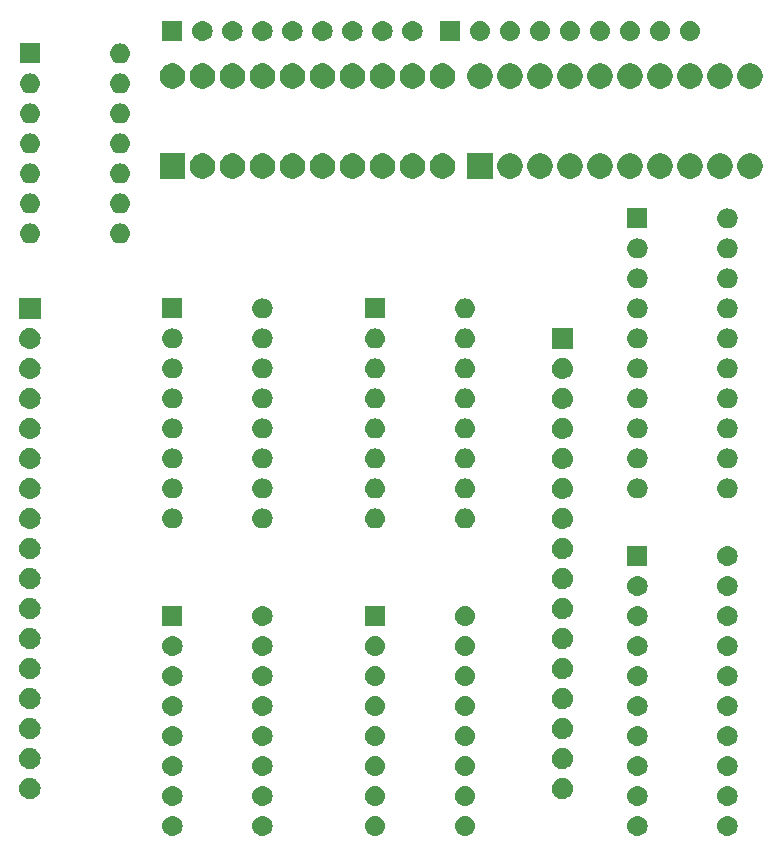
<source format=gts>
G04 #@! TF.GenerationSoftware,KiCad,Pcbnew,5.0.2+dfsg1-1*
G04 #@! TF.CreationDate,2019-07-26T12:17:07+02:00*
G04 #@! TF.ProjectId,Program-Counter,50726f67-7261-46d2-9d43-6f756e746572,rev?*
G04 #@! TF.SameCoordinates,Original*
G04 #@! TF.FileFunction,Soldermask,Top*
G04 #@! TF.FilePolarity,Negative*
%FSLAX46Y46*%
G04 Gerber Fmt 4.6, Leading zero omitted, Abs format (unit mm)*
G04 Created by KiCad (PCBNEW 5.0.2+dfsg1-1) date vr 26 jul 2019 12:17:07 CEST*
%MOMM*%
%LPD*%
G01*
G04 APERTURE LIST*
%ADD10C,0.100000*%
G04 APERTURE END LIST*
D10*
G36*
X92876821Y-89966313D02*
X92876824Y-89966314D01*
X92876825Y-89966314D01*
X93037239Y-90014975D01*
X93037241Y-90014976D01*
X93037244Y-90014977D01*
X93185078Y-90093995D01*
X93314659Y-90200341D01*
X93421005Y-90329922D01*
X93500023Y-90477756D01*
X93548687Y-90638179D01*
X93565117Y-90805000D01*
X93548687Y-90971821D01*
X93500023Y-91132244D01*
X93421005Y-91280078D01*
X93314659Y-91409659D01*
X93185078Y-91516005D01*
X93037244Y-91595023D01*
X93037241Y-91595024D01*
X93037239Y-91595025D01*
X92876825Y-91643686D01*
X92876824Y-91643686D01*
X92876821Y-91643687D01*
X92751804Y-91656000D01*
X92668196Y-91656000D01*
X92543179Y-91643687D01*
X92543176Y-91643686D01*
X92543175Y-91643686D01*
X92382761Y-91595025D01*
X92382759Y-91595024D01*
X92382756Y-91595023D01*
X92234922Y-91516005D01*
X92105341Y-91409659D01*
X91998995Y-91280078D01*
X91919977Y-91132244D01*
X91871313Y-90971821D01*
X91854883Y-90805000D01*
X91871313Y-90638179D01*
X91919977Y-90477756D01*
X91998995Y-90329922D01*
X92105341Y-90200341D01*
X92234922Y-90093995D01*
X92382756Y-90014977D01*
X92382759Y-90014976D01*
X92382761Y-90014975D01*
X92543175Y-89966314D01*
X92543176Y-89966314D01*
X92543179Y-89966313D01*
X92668196Y-89954000D01*
X92751804Y-89954000D01*
X92876821Y-89966313D01*
X92876821Y-89966313D01*
G37*
G36*
X85256821Y-89966313D02*
X85256824Y-89966314D01*
X85256825Y-89966314D01*
X85417239Y-90014975D01*
X85417241Y-90014976D01*
X85417244Y-90014977D01*
X85565078Y-90093995D01*
X85694659Y-90200341D01*
X85801005Y-90329922D01*
X85880023Y-90477756D01*
X85928687Y-90638179D01*
X85945117Y-90805000D01*
X85928687Y-90971821D01*
X85880023Y-91132244D01*
X85801005Y-91280078D01*
X85694659Y-91409659D01*
X85565078Y-91516005D01*
X85417244Y-91595023D01*
X85417241Y-91595024D01*
X85417239Y-91595025D01*
X85256825Y-91643686D01*
X85256824Y-91643686D01*
X85256821Y-91643687D01*
X85131804Y-91656000D01*
X85048196Y-91656000D01*
X84923179Y-91643687D01*
X84923176Y-91643686D01*
X84923175Y-91643686D01*
X84762761Y-91595025D01*
X84762759Y-91595024D01*
X84762756Y-91595023D01*
X84614922Y-91516005D01*
X84485341Y-91409659D01*
X84378995Y-91280078D01*
X84299977Y-91132244D01*
X84251313Y-90971821D01*
X84234883Y-90805000D01*
X84251313Y-90638179D01*
X84299977Y-90477756D01*
X84378995Y-90329922D01*
X84485341Y-90200341D01*
X84614922Y-90093995D01*
X84762756Y-90014977D01*
X84762759Y-90014976D01*
X84762761Y-90014975D01*
X84923175Y-89966314D01*
X84923176Y-89966314D01*
X84923179Y-89966313D01*
X85048196Y-89954000D01*
X85131804Y-89954000D01*
X85256821Y-89966313D01*
X85256821Y-89966313D01*
G37*
G36*
X63031821Y-89966313D02*
X63031824Y-89966314D01*
X63031825Y-89966314D01*
X63192239Y-90014975D01*
X63192241Y-90014976D01*
X63192244Y-90014977D01*
X63340078Y-90093995D01*
X63469659Y-90200341D01*
X63576005Y-90329922D01*
X63655023Y-90477756D01*
X63703687Y-90638179D01*
X63720117Y-90805000D01*
X63703687Y-90971821D01*
X63655023Y-91132244D01*
X63576005Y-91280078D01*
X63469659Y-91409659D01*
X63340078Y-91516005D01*
X63192244Y-91595023D01*
X63192241Y-91595024D01*
X63192239Y-91595025D01*
X63031825Y-91643686D01*
X63031824Y-91643686D01*
X63031821Y-91643687D01*
X62906804Y-91656000D01*
X62823196Y-91656000D01*
X62698179Y-91643687D01*
X62698176Y-91643686D01*
X62698175Y-91643686D01*
X62537761Y-91595025D01*
X62537759Y-91595024D01*
X62537756Y-91595023D01*
X62389922Y-91516005D01*
X62260341Y-91409659D01*
X62153995Y-91280078D01*
X62074977Y-91132244D01*
X62026313Y-90971821D01*
X62009883Y-90805000D01*
X62026313Y-90638179D01*
X62074977Y-90477756D01*
X62153995Y-90329922D01*
X62260341Y-90200341D01*
X62389922Y-90093995D01*
X62537756Y-90014977D01*
X62537759Y-90014976D01*
X62537761Y-90014975D01*
X62698175Y-89966314D01*
X62698176Y-89966314D01*
X62698179Y-89966313D01*
X62823196Y-89954000D01*
X62906804Y-89954000D01*
X63031821Y-89966313D01*
X63031821Y-89966313D01*
G37*
G36*
X70651821Y-89966313D02*
X70651824Y-89966314D01*
X70651825Y-89966314D01*
X70812239Y-90014975D01*
X70812241Y-90014976D01*
X70812244Y-90014977D01*
X70960078Y-90093995D01*
X71089659Y-90200341D01*
X71196005Y-90329922D01*
X71275023Y-90477756D01*
X71323687Y-90638179D01*
X71340117Y-90805000D01*
X71323687Y-90971821D01*
X71275023Y-91132244D01*
X71196005Y-91280078D01*
X71089659Y-91409659D01*
X70960078Y-91516005D01*
X70812244Y-91595023D01*
X70812241Y-91595024D01*
X70812239Y-91595025D01*
X70651825Y-91643686D01*
X70651824Y-91643686D01*
X70651821Y-91643687D01*
X70526804Y-91656000D01*
X70443196Y-91656000D01*
X70318179Y-91643687D01*
X70318176Y-91643686D01*
X70318175Y-91643686D01*
X70157761Y-91595025D01*
X70157759Y-91595024D01*
X70157756Y-91595023D01*
X70009922Y-91516005D01*
X69880341Y-91409659D01*
X69773995Y-91280078D01*
X69694977Y-91132244D01*
X69646313Y-90971821D01*
X69629883Y-90805000D01*
X69646313Y-90638179D01*
X69694977Y-90477756D01*
X69773995Y-90329922D01*
X69880341Y-90200341D01*
X70009922Y-90093995D01*
X70157756Y-90014977D01*
X70157759Y-90014976D01*
X70157761Y-90014975D01*
X70318175Y-89966314D01*
X70318176Y-89966314D01*
X70318179Y-89966313D01*
X70443196Y-89954000D01*
X70526804Y-89954000D01*
X70651821Y-89966313D01*
X70651821Y-89966313D01*
G37*
G36*
X53506821Y-89966313D02*
X53506824Y-89966314D01*
X53506825Y-89966314D01*
X53667239Y-90014975D01*
X53667241Y-90014976D01*
X53667244Y-90014977D01*
X53815078Y-90093995D01*
X53944659Y-90200341D01*
X54051005Y-90329922D01*
X54130023Y-90477756D01*
X54178687Y-90638179D01*
X54195117Y-90805000D01*
X54178687Y-90971821D01*
X54130023Y-91132244D01*
X54051005Y-91280078D01*
X53944659Y-91409659D01*
X53815078Y-91516005D01*
X53667244Y-91595023D01*
X53667241Y-91595024D01*
X53667239Y-91595025D01*
X53506825Y-91643686D01*
X53506824Y-91643686D01*
X53506821Y-91643687D01*
X53381804Y-91656000D01*
X53298196Y-91656000D01*
X53173179Y-91643687D01*
X53173176Y-91643686D01*
X53173175Y-91643686D01*
X53012761Y-91595025D01*
X53012759Y-91595024D01*
X53012756Y-91595023D01*
X52864922Y-91516005D01*
X52735341Y-91409659D01*
X52628995Y-91280078D01*
X52549977Y-91132244D01*
X52501313Y-90971821D01*
X52484883Y-90805000D01*
X52501313Y-90638179D01*
X52549977Y-90477756D01*
X52628995Y-90329922D01*
X52735341Y-90200341D01*
X52864922Y-90093995D01*
X53012756Y-90014977D01*
X53012759Y-90014976D01*
X53012761Y-90014975D01*
X53173175Y-89966314D01*
X53173176Y-89966314D01*
X53173179Y-89966313D01*
X53298196Y-89954000D01*
X53381804Y-89954000D01*
X53506821Y-89966313D01*
X53506821Y-89966313D01*
G37*
G36*
X45886821Y-89966313D02*
X45886824Y-89966314D01*
X45886825Y-89966314D01*
X46047239Y-90014975D01*
X46047241Y-90014976D01*
X46047244Y-90014977D01*
X46195078Y-90093995D01*
X46324659Y-90200341D01*
X46431005Y-90329922D01*
X46510023Y-90477756D01*
X46558687Y-90638179D01*
X46575117Y-90805000D01*
X46558687Y-90971821D01*
X46510023Y-91132244D01*
X46431005Y-91280078D01*
X46324659Y-91409659D01*
X46195078Y-91516005D01*
X46047244Y-91595023D01*
X46047241Y-91595024D01*
X46047239Y-91595025D01*
X45886825Y-91643686D01*
X45886824Y-91643686D01*
X45886821Y-91643687D01*
X45761804Y-91656000D01*
X45678196Y-91656000D01*
X45553179Y-91643687D01*
X45553176Y-91643686D01*
X45553175Y-91643686D01*
X45392761Y-91595025D01*
X45392759Y-91595024D01*
X45392756Y-91595023D01*
X45244922Y-91516005D01*
X45115341Y-91409659D01*
X45008995Y-91280078D01*
X44929977Y-91132244D01*
X44881313Y-90971821D01*
X44864883Y-90805000D01*
X44881313Y-90638179D01*
X44929977Y-90477756D01*
X45008995Y-90329922D01*
X45115341Y-90200341D01*
X45244922Y-90093995D01*
X45392756Y-90014977D01*
X45392759Y-90014976D01*
X45392761Y-90014975D01*
X45553175Y-89966314D01*
X45553176Y-89966314D01*
X45553179Y-89966313D01*
X45678196Y-89954000D01*
X45761804Y-89954000D01*
X45886821Y-89966313D01*
X45886821Y-89966313D01*
G37*
G36*
X63031821Y-87426313D02*
X63031824Y-87426314D01*
X63031825Y-87426314D01*
X63192239Y-87474975D01*
X63192241Y-87474976D01*
X63192244Y-87474977D01*
X63340078Y-87553995D01*
X63469659Y-87660341D01*
X63576005Y-87789922D01*
X63655023Y-87937756D01*
X63703687Y-88098179D01*
X63720117Y-88265000D01*
X63703687Y-88431821D01*
X63703686Y-88431824D01*
X63703686Y-88431825D01*
X63673602Y-88531000D01*
X63655023Y-88592244D01*
X63576005Y-88740078D01*
X63469659Y-88869659D01*
X63340078Y-88976005D01*
X63192244Y-89055023D01*
X63192241Y-89055024D01*
X63192239Y-89055025D01*
X63031825Y-89103686D01*
X63031824Y-89103686D01*
X63031821Y-89103687D01*
X62906804Y-89116000D01*
X62823196Y-89116000D01*
X62698179Y-89103687D01*
X62698176Y-89103686D01*
X62698175Y-89103686D01*
X62537761Y-89055025D01*
X62537759Y-89055024D01*
X62537756Y-89055023D01*
X62389922Y-88976005D01*
X62260341Y-88869659D01*
X62153995Y-88740078D01*
X62074977Y-88592244D01*
X62056399Y-88531000D01*
X62026314Y-88431825D01*
X62026314Y-88431824D01*
X62026313Y-88431821D01*
X62009883Y-88265000D01*
X62026313Y-88098179D01*
X62074977Y-87937756D01*
X62153995Y-87789922D01*
X62260341Y-87660341D01*
X62389922Y-87553995D01*
X62537756Y-87474977D01*
X62537759Y-87474976D01*
X62537761Y-87474975D01*
X62698175Y-87426314D01*
X62698176Y-87426314D01*
X62698179Y-87426313D01*
X62823196Y-87414000D01*
X62906804Y-87414000D01*
X63031821Y-87426313D01*
X63031821Y-87426313D01*
G37*
G36*
X92876821Y-87426313D02*
X92876824Y-87426314D01*
X92876825Y-87426314D01*
X93037239Y-87474975D01*
X93037241Y-87474976D01*
X93037244Y-87474977D01*
X93185078Y-87553995D01*
X93314659Y-87660341D01*
X93421005Y-87789922D01*
X93500023Y-87937756D01*
X93548687Y-88098179D01*
X93565117Y-88265000D01*
X93548687Y-88431821D01*
X93548686Y-88431824D01*
X93548686Y-88431825D01*
X93518602Y-88531000D01*
X93500023Y-88592244D01*
X93421005Y-88740078D01*
X93314659Y-88869659D01*
X93185078Y-88976005D01*
X93037244Y-89055023D01*
X93037241Y-89055024D01*
X93037239Y-89055025D01*
X92876825Y-89103686D01*
X92876824Y-89103686D01*
X92876821Y-89103687D01*
X92751804Y-89116000D01*
X92668196Y-89116000D01*
X92543179Y-89103687D01*
X92543176Y-89103686D01*
X92543175Y-89103686D01*
X92382761Y-89055025D01*
X92382759Y-89055024D01*
X92382756Y-89055023D01*
X92234922Y-88976005D01*
X92105341Y-88869659D01*
X91998995Y-88740078D01*
X91919977Y-88592244D01*
X91901399Y-88531000D01*
X91871314Y-88431825D01*
X91871314Y-88431824D01*
X91871313Y-88431821D01*
X91854883Y-88265000D01*
X91871313Y-88098179D01*
X91919977Y-87937756D01*
X91998995Y-87789922D01*
X92105341Y-87660341D01*
X92234922Y-87553995D01*
X92382756Y-87474977D01*
X92382759Y-87474976D01*
X92382761Y-87474975D01*
X92543175Y-87426314D01*
X92543176Y-87426314D01*
X92543179Y-87426313D01*
X92668196Y-87414000D01*
X92751804Y-87414000D01*
X92876821Y-87426313D01*
X92876821Y-87426313D01*
G37*
G36*
X85256821Y-87426313D02*
X85256824Y-87426314D01*
X85256825Y-87426314D01*
X85417239Y-87474975D01*
X85417241Y-87474976D01*
X85417244Y-87474977D01*
X85565078Y-87553995D01*
X85694659Y-87660341D01*
X85801005Y-87789922D01*
X85880023Y-87937756D01*
X85928687Y-88098179D01*
X85945117Y-88265000D01*
X85928687Y-88431821D01*
X85928686Y-88431824D01*
X85928686Y-88431825D01*
X85898602Y-88531000D01*
X85880023Y-88592244D01*
X85801005Y-88740078D01*
X85694659Y-88869659D01*
X85565078Y-88976005D01*
X85417244Y-89055023D01*
X85417241Y-89055024D01*
X85417239Y-89055025D01*
X85256825Y-89103686D01*
X85256824Y-89103686D01*
X85256821Y-89103687D01*
X85131804Y-89116000D01*
X85048196Y-89116000D01*
X84923179Y-89103687D01*
X84923176Y-89103686D01*
X84923175Y-89103686D01*
X84762761Y-89055025D01*
X84762759Y-89055024D01*
X84762756Y-89055023D01*
X84614922Y-88976005D01*
X84485341Y-88869659D01*
X84378995Y-88740078D01*
X84299977Y-88592244D01*
X84281399Y-88531000D01*
X84251314Y-88431825D01*
X84251314Y-88431824D01*
X84251313Y-88431821D01*
X84234883Y-88265000D01*
X84251313Y-88098179D01*
X84299977Y-87937756D01*
X84378995Y-87789922D01*
X84485341Y-87660341D01*
X84614922Y-87553995D01*
X84762756Y-87474977D01*
X84762759Y-87474976D01*
X84762761Y-87474975D01*
X84923175Y-87426314D01*
X84923176Y-87426314D01*
X84923179Y-87426313D01*
X85048196Y-87414000D01*
X85131804Y-87414000D01*
X85256821Y-87426313D01*
X85256821Y-87426313D01*
G37*
G36*
X53506821Y-87426313D02*
X53506824Y-87426314D01*
X53506825Y-87426314D01*
X53667239Y-87474975D01*
X53667241Y-87474976D01*
X53667244Y-87474977D01*
X53815078Y-87553995D01*
X53944659Y-87660341D01*
X54051005Y-87789922D01*
X54130023Y-87937756D01*
X54178687Y-88098179D01*
X54195117Y-88265000D01*
X54178687Y-88431821D01*
X54178686Y-88431824D01*
X54178686Y-88431825D01*
X54148602Y-88531000D01*
X54130023Y-88592244D01*
X54051005Y-88740078D01*
X53944659Y-88869659D01*
X53815078Y-88976005D01*
X53667244Y-89055023D01*
X53667241Y-89055024D01*
X53667239Y-89055025D01*
X53506825Y-89103686D01*
X53506824Y-89103686D01*
X53506821Y-89103687D01*
X53381804Y-89116000D01*
X53298196Y-89116000D01*
X53173179Y-89103687D01*
X53173176Y-89103686D01*
X53173175Y-89103686D01*
X53012761Y-89055025D01*
X53012759Y-89055024D01*
X53012756Y-89055023D01*
X52864922Y-88976005D01*
X52735341Y-88869659D01*
X52628995Y-88740078D01*
X52549977Y-88592244D01*
X52531399Y-88531000D01*
X52501314Y-88431825D01*
X52501314Y-88431824D01*
X52501313Y-88431821D01*
X52484883Y-88265000D01*
X52501313Y-88098179D01*
X52549977Y-87937756D01*
X52628995Y-87789922D01*
X52735341Y-87660341D01*
X52864922Y-87553995D01*
X53012756Y-87474977D01*
X53012759Y-87474976D01*
X53012761Y-87474975D01*
X53173175Y-87426314D01*
X53173176Y-87426314D01*
X53173179Y-87426313D01*
X53298196Y-87414000D01*
X53381804Y-87414000D01*
X53506821Y-87426313D01*
X53506821Y-87426313D01*
G37*
G36*
X45886821Y-87426313D02*
X45886824Y-87426314D01*
X45886825Y-87426314D01*
X46047239Y-87474975D01*
X46047241Y-87474976D01*
X46047244Y-87474977D01*
X46195078Y-87553995D01*
X46324659Y-87660341D01*
X46431005Y-87789922D01*
X46510023Y-87937756D01*
X46558687Y-88098179D01*
X46575117Y-88265000D01*
X46558687Y-88431821D01*
X46558686Y-88431824D01*
X46558686Y-88431825D01*
X46528602Y-88531000D01*
X46510023Y-88592244D01*
X46431005Y-88740078D01*
X46324659Y-88869659D01*
X46195078Y-88976005D01*
X46047244Y-89055023D01*
X46047241Y-89055024D01*
X46047239Y-89055025D01*
X45886825Y-89103686D01*
X45886824Y-89103686D01*
X45886821Y-89103687D01*
X45761804Y-89116000D01*
X45678196Y-89116000D01*
X45553179Y-89103687D01*
X45553176Y-89103686D01*
X45553175Y-89103686D01*
X45392761Y-89055025D01*
X45392759Y-89055024D01*
X45392756Y-89055023D01*
X45244922Y-88976005D01*
X45115341Y-88869659D01*
X45008995Y-88740078D01*
X44929977Y-88592244D01*
X44911399Y-88531000D01*
X44881314Y-88431825D01*
X44881314Y-88431824D01*
X44881313Y-88431821D01*
X44864883Y-88265000D01*
X44881313Y-88098179D01*
X44929977Y-87937756D01*
X45008995Y-87789922D01*
X45115341Y-87660341D01*
X45244922Y-87553995D01*
X45392756Y-87474977D01*
X45392759Y-87474976D01*
X45392761Y-87474975D01*
X45553175Y-87426314D01*
X45553176Y-87426314D01*
X45553179Y-87426313D01*
X45678196Y-87414000D01*
X45761804Y-87414000D01*
X45886821Y-87426313D01*
X45886821Y-87426313D01*
G37*
G36*
X70651821Y-87426313D02*
X70651824Y-87426314D01*
X70651825Y-87426314D01*
X70812239Y-87474975D01*
X70812241Y-87474976D01*
X70812244Y-87474977D01*
X70960078Y-87553995D01*
X71089659Y-87660341D01*
X71196005Y-87789922D01*
X71275023Y-87937756D01*
X71323687Y-88098179D01*
X71340117Y-88265000D01*
X71323687Y-88431821D01*
X71323686Y-88431824D01*
X71323686Y-88431825D01*
X71293602Y-88531000D01*
X71275023Y-88592244D01*
X71196005Y-88740078D01*
X71089659Y-88869659D01*
X70960078Y-88976005D01*
X70812244Y-89055023D01*
X70812241Y-89055024D01*
X70812239Y-89055025D01*
X70651825Y-89103686D01*
X70651824Y-89103686D01*
X70651821Y-89103687D01*
X70526804Y-89116000D01*
X70443196Y-89116000D01*
X70318179Y-89103687D01*
X70318176Y-89103686D01*
X70318175Y-89103686D01*
X70157761Y-89055025D01*
X70157759Y-89055024D01*
X70157756Y-89055023D01*
X70009922Y-88976005D01*
X69880341Y-88869659D01*
X69773995Y-88740078D01*
X69694977Y-88592244D01*
X69676399Y-88531000D01*
X69646314Y-88431825D01*
X69646314Y-88431824D01*
X69646313Y-88431821D01*
X69629883Y-88265000D01*
X69646313Y-88098179D01*
X69694977Y-87937756D01*
X69773995Y-87789922D01*
X69880341Y-87660341D01*
X70009922Y-87553995D01*
X70157756Y-87474977D01*
X70157759Y-87474976D01*
X70157761Y-87474975D01*
X70318175Y-87426314D01*
X70318176Y-87426314D01*
X70318179Y-87426313D01*
X70443196Y-87414000D01*
X70526804Y-87414000D01*
X70651821Y-87426313D01*
X70651821Y-87426313D01*
G37*
G36*
X33765442Y-86735518D02*
X33831627Y-86742037D01*
X33944853Y-86776384D01*
X34001467Y-86793557D01*
X34140087Y-86867652D01*
X34157991Y-86877222D01*
X34193729Y-86906552D01*
X34295186Y-86989814D01*
X34378448Y-87091271D01*
X34407778Y-87127009D01*
X34407779Y-87127011D01*
X34491443Y-87283533D01*
X34491443Y-87283534D01*
X34542963Y-87453373D01*
X34560359Y-87630000D01*
X34542963Y-87806627D01*
X34508616Y-87919853D01*
X34491443Y-87976467D01*
X34426388Y-88098175D01*
X34407778Y-88132991D01*
X34378448Y-88168729D01*
X34295186Y-88270186D01*
X34193729Y-88353448D01*
X34157991Y-88382778D01*
X34157989Y-88382779D01*
X34001467Y-88466443D01*
X33944853Y-88483616D01*
X33831627Y-88517963D01*
X33765442Y-88524482D01*
X33699260Y-88531000D01*
X33610740Y-88531000D01*
X33544558Y-88524482D01*
X33478373Y-88517963D01*
X33365147Y-88483616D01*
X33308533Y-88466443D01*
X33152011Y-88382779D01*
X33152009Y-88382778D01*
X33116271Y-88353448D01*
X33014814Y-88270186D01*
X32931552Y-88168729D01*
X32902222Y-88132991D01*
X32883612Y-88098175D01*
X32818557Y-87976467D01*
X32801384Y-87919853D01*
X32767037Y-87806627D01*
X32749641Y-87630000D01*
X32767037Y-87453373D01*
X32818557Y-87283534D01*
X32818557Y-87283533D01*
X32902221Y-87127011D01*
X32902222Y-87127009D01*
X32931552Y-87091271D01*
X33014814Y-86989814D01*
X33116271Y-86906552D01*
X33152009Y-86877222D01*
X33169913Y-86867652D01*
X33308533Y-86793557D01*
X33365147Y-86776384D01*
X33478373Y-86742037D01*
X33544558Y-86735518D01*
X33610740Y-86729000D01*
X33699260Y-86729000D01*
X33765442Y-86735518D01*
X33765442Y-86735518D01*
G37*
G36*
X78850442Y-86735518D02*
X78916627Y-86742037D01*
X79029853Y-86776384D01*
X79086467Y-86793557D01*
X79225087Y-86867652D01*
X79242991Y-86877222D01*
X79278729Y-86906552D01*
X79380186Y-86989814D01*
X79463448Y-87091271D01*
X79492778Y-87127009D01*
X79492779Y-87127011D01*
X79576443Y-87283533D01*
X79576443Y-87283534D01*
X79627963Y-87453373D01*
X79645359Y-87630000D01*
X79627963Y-87806627D01*
X79593616Y-87919853D01*
X79576443Y-87976467D01*
X79511388Y-88098175D01*
X79492778Y-88132991D01*
X79463448Y-88168729D01*
X79380186Y-88270186D01*
X79278729Y-88353448D01*
X79242991Y-88382778D01*
X79242989Y-88382779D01*
X79086467Y-88466443D01*
X79029853Y-88483616D01*
X78916627Y-88517963D01*
X78850442Y-88524482D01*
X78784260Y-88531000D01*
X78695740Y-88531000D01*
X78629558Y-88524482D01*
X78563373Y-88517963D01*
X78450147Y-88483616D01*
X78393533Y-88466443D01*
X78237011Y-88382779D01*
X78237009Y-88382778D01*
X78201271Y-88353448D01*
X78099814Y-88270186D01*
X78016552Y-88168729D01*
X77987222Y-88132991D01*
X77968612Y-88098175D01*
X77903557Y-87976467D01*
X77886384Y-87919853D01*
X77852037Y-87806627D01*
X77834641Y-87630000D01*
X77852037Y-87453373D01*
X77903557Y-87283534D01*
X77903557Y-87283533D01*
X77987221Y-87127011D01*
X77987222Y-87127009D01*
X78016552Y-87091271D01*
X78099814Y-86989814D01*
X78201271Y-86906552D01*
X78237009Y-86877222D01*
X78254913Y-86867652D01*
X78393533Y-86793557D01*
X78450147Y-86776384D01*
X78563373Y-86742037D01*
X78629558Y-86735518D01*
X78695740Y-86729000D01*
X78784260Y-86729000D01*
X78850442Y-86735518D01*
X78850442Y-86735518D01*
G37*
G36*
X63031821Y-84886313D02*
X63031824Y-84886314D01*
X63031825Y-84886314D01*
X63192239Y-84934975D01*
X63192241Y-84934976D01*
X63192244Y-84934977D01*
X63340078Y-85013995D01*
X63469659Y-85120341D01*
X63576005Y-85249922D01*
X63655023Y-85397756D01*
X63703687Y-85558179D01*
X63720117Y-85725000D01*
X63703687Y-85891821D01*
X63703686Y-85891824D01*
X63703686Y-85891825D01*
X63673602Y-85991000D01*
X63655023Y-86052244D01*
X63576005Y-86200078D01*
X63469659Y-86329659D01*
X63340078Y-86436005D01*
X63192244Y-86515023D01*
X63192241Y-86515024D01*
X63192239Y-86515025D01*
X63031825Y-86563686D01*
X63031824Y-86563686D01*
X63031821Y-86563687D01*
X62906804Y-86576000D01*
X62823196Y-86576000D01*
X62698179Y-86563687D01*
X62698176Y-86563686D01*
X62698175Y-86563686D01*
X62537761Y-86515025D01*
X62537759Y-86515024D01*
X62537756Y-86515023D01*
X62389922Y-86436005D01*
X62260341Y-86329659D01*
X62153995Y-86200078D01*
X62074977Y-86052244D01*
X62056399Y-85991000D01*
X62026314Y-85891825D01*
X62026314Y-85891824D01*
X62026313Y-85891821D01*
X62009883Y-85725000D01*
X62026313Y-85558179D01*
X62074977Y-85397756D01*
X62153995Y-85249922D01*
X62260341Y-85120341D01*
X62389922Y-85013995D01*
X62537756Y-84934977D01*
X62537759Y-84934976D01*
X62537761Y-84934975D01*
X62698175Y-84886314D01*
X62698176Y-84886314D01*
X62698179Y-84886313D01*
X62823196Y-84874000D01*
X62906804Y-84874000D01*
X63031821Y-84886313D01*
X63031821Y-84886313D01*
G37*
G36*
X53506821Y-84886313D02*
X53506824Y-84886314D01*
X53506825Y-84886314D01*
X53667239Y-84934975D01*
X53667241Y-84934976D01*
X53667244Y-84934977D01*
X53815078Y-85013995D01*
X53944659Y-85120341D01*
X54051005Y-85249922D01*
X54130023Y-85397756D01*
X54178687Y-85558179D01*
X54195117Y-85725000D01*
X54178687Y-85891821D01*
X54178686Y-85891824D01*
X54178686Y-85891825D01*
X54148602Y-85991000D01*
X54130023Y-86052244D01*
X54051005Y-86200078D01*
X53944659Y-86329659D01*
X53815078Y-86436005D01*
X53667244Y-86515023D01*
X53667241Y-86515024D01*
X53667239Y-86515025D01*
X53506825Y-86563686D01*
X53506824Y-86563686D01*
X53506821Y-86563687D01*
X53381804Y-86576000D01*
X53298196Y-86576000D01*
X53173179Y-86563687D01*
X53173176Y-86563686D01*
X53173175Y-86563686D01*
X53012761Y-86515025D01*
X53012759Y-86515024D01*
X53012756Y-86515023D01*
X52864922Y-86436005D01*
X52735341Y-86329659D01*
X52628995Y-86200078D01*
X52549977Y-86052244D01*
X52531399Y-85991000D01*
X52501314Y-85891825D01*
X52501314Y-85891824D01*
X52501313Y-85891821D01*
X52484883Y-85725000D01*
X52501313Y-85558179D01*
X52549977Y-85397756D01*
X52628995Y-85249922D01*
X52735341Y-85120341D01*
X52864922Y-85013995D01*
X53012756Y-84934977D01*
X53012759Y-84934976D01*
X53012761Y-84934975D01*
X53173175Y-84886314D01*
X53173176Y-84886314D01*
X53173179Y-84886313D01*
X53298196Y-84874000D01*
X53381804Y-84874000D01*
X53506821Y-84886313D01*
X53506821Y-84886313D01*
G37*
G36*
X45886821Y-84886313D02*
X45886824Y-84886314D01*
X45886825Y-84886314D01*
X46047239Y-84934975D01*
X46047241Y-84934976D01*
X46047244Y-84934977D01*
X46195078Y-85013995D01*
X46324659Y-85120341D01*
X46431005Y-85249922D01*
X46510023Y-85397756D01*
X46558687Y-85558179D01*
X46575117Y-85725000D01*
X46558687Y-85891821D01*
X46558686Y-85891824D01*
X46558686Y-85891825D01*
X46528602Y-85991000D01*
X46510023Y-86052244D01*
X46431005Y-86200078D01*
X46324659Y-86329659D01*
X46195078Y-86436005D01*
X46047244Y-86515023D01*
X46047241Y-86515024D01*
X46047239Y-86515025D01*
X45886825Y-86563686D01*
X45886824Y-86563686D01*
X45886821Y-86563687D01*
X45761804Y-86576000D01*
X45678196Y-86576000D01*
X45553179Y-86563687D01*
X45553176Y-86563686D01*
X45553175Y-86563686D01*
X45392761Y-86515025D01*
X45392759Y-86515024D01*
X45392756Y-86515023D01*
X45244922Y-86436005D01*
X45115341Y-86329659D01*
X45008995Y-86200078D01*
X44929977Y-86052244D01*
X44911399Y-85991000D01*
X44881314Y-85891825D01*
X44881314Y-85891824D01*
X44881313Y-85891821D01*
X44864883Y-85725000D01*
X44881313Y-85558179D01*
X44929977Y-85397756D01*
X45008995Y-85249922D01*
X45115341Y-85120341D01*
X45244922Y-85013995D01*
X45392756Y-84934977D01*
X45392759Y-84934976D01*
X45392761Y-84934975D01*
X45553175Y-84886314D01*
X45553176Y-84886314D01*
X45553179Y-84886313D01*
X45678196Y-84874000D01*
X45761804Y-84874000D01*
X45886821Y-84886313D01*
X45886821Y-84886313D01*
G37*
G36*
X70651821Y-84886313D02*
X70651824Y-84886314D01*
X70651825Y-84886314D01*
X70812239Y-84934975D01*
X70812241Y-84934976D01*
X70812244Y-84934977D01*
X70960078Y-85013995D01*
X71089659Y-85120341D01*
X71196005Y-85249922D01*
X71275023Y-85397756D01*
X71323687Y-85558179D01*
X71340117Y-85725000D01*
X71323687Y-85891821D01*
X71323686Y-85891824D01*
X71323686Y-85891825D01*
X71293602Y-85991000D01*
X71275023Y-86052244D01*
X71196005Y-86200078D01*
X71089659Y-86329659D01*
X70960078Y-86436005D01*
X70812244Y-86515023D01*
X70812241Y-86515024D01*
X70812239Y-86515025D01*
X70651825Y-86563686D01*
X70651824Y-86563686D01*
X70651821Y-86563687D01*
X70526804Y-86576000D01*
X70443196Y-86576000D01*
X70318179Y-86563687D01*
X70318176Y-86563686D01*
X70318175Y-86563686D01*
X70157761Y-86515025D01*
X70157759Y-86515024D01*
X70157756Y-86515023D01*
X70009922Y-86436005D01*
X69880341Y-86329659D01*
X69773995Y-86200078D01*
X69694977Y-86052244D01*
X69676399Y-85991000D01*
X69646314Y-85891825D01*
X69646314Y-85891824D01*
X69646313Y-85891821D01*
X69629883Y-85725000D01*
X69646313Y-85558179D01*
X69694977Y-85397756D01*
X69773995Y-85249922D01*
X69880341Y-85120341D01*
X70009922Y-85013995D01*
X70157756Y-84934977D01*
X70157759Y-84934976D01*
X70157761Y-84934975D01*
X70318175Y-84886314D01*
X70318176Y-84886314D01*
X70318179Y-84886313D01*
X70443196Y-84874000D01*
X70526804Y-84874000D01*
X70651821Y-84886313D01*
X70651821Y-84886313D01*
G37*
G36*
X85256821Y-84886313D02*
X85256824Y-84886314D01*
X85256825Y-84886314D01*
X85417239Y-84934975D01*
X85417241Y-84934976D01*
X85417244Y-84934977D01*
X85565078Y-85013995D01*
X85694659Y-85120341D01*
X85801005Y-85249922D01*
X85880023Y-85397756D01*
X85928687Y-85558179D01*
X85945117Y-85725000D01*
X85928687Y-85891821D01*
X85928686Y-85891824D01*
X85928686Y-85891825D01*
X85898602Y-85991000D01*
X85880023Y-86052244D01*
X85801005Y-86200078D01*
X85694659Y-86329659D01*
X85565078Y-86436005D01*
X85417244Y-86515023D01*
X85417241Y-86515024D01*
X85417239Y-86515025D01*
X85256825Y-86563686D01*
X85256824Y-86563686D01*
X85256821Y-86563687D01*
X85131804Y-86576000D01*
X85048196Y-86576000D01*
X84923179Y-86563687D01*
X84923176Y-86563686D01*
X84923175Y-86563686D01*
X84762761Y-86515025D01*
X84762759Y-86515024D01*
X84762756Y-86515023D01*
X84614922Y-86436005D01*
X84485341Y-86329659D01*
X84378995Y-86200078D01*
X84299977Y-86052244D01*
X84281399Y-85991000D01*
X84251314Y-85891825D01*
X84251314Y-85891824D01*
X84251313Y-85891821D01*
X84234883Y-85725000D01*
X84251313Y-85558179D01*
X84299977Y-85397756D01*
X84378995Y-85249922D01*
X84485341Y-85120341D01*
X84614922Y-85013995D01*
X84762756Y-84934977D01*
X84762759Y-84934976D01*
X84762761Y-84934975D01*
X84923175Y-84886314D01*
X84923176Y-84886314D01*
X84923179Y-84886313D01*
X85048196Y-84874000D01*
X85131804Y-84874000D01*
X85256821Y-84886313D01*
X85256821Y-84886313D01*
G37*
G36*
X92876821Y-84886313D02*
X92876824Y-84886314D01*
X92876825Y-84886314D01*
X93037239Y-84934975D01*
X93037241Y-84934976D01*
X93037244Y-84934977D01*
X93185078Y-85013995D01*
X93314659Y-85120341D01*
X93421005Y-85249922D01*
X93500023Y-85397756D01*
X93548687Y-85558179D01*
X93565117Y-85725000D01*
X93548687Y-85891821D01*
X93548686Y-85891824D01*
X93548686Y-85891825D01*
X93518602Y-85991000D01*
X93500023Y-86052244D01*
X93421005Y-86200078D01*
X93314659Y-86329659D01*
X93185078Y-86436005D01*
X93037244Y-86515023D01*
X93037241Y-86515024D01*
X93037239Y-86515025D01*
X92876825Y-86563686D01*
X92876824Y-86563686D01*
X92876821Y-86563687D01*
X92751804Y-86576000D01*
X92668196Y-86576000D01*
X92543179Y-86563687D01*
X92543176Y-86563686D01*
X92543175Y-86563686D01*
X92382761Y-86515025D01*
X92382759Y-86515024D01*
X92382756Y-86515023D01*
X92234922Y-86436005D01*
X92105341Y-86329659D01*
X91998995Y-86200078D01*
X91919977Y-86052244D01*
X91901399Y-85991000D01*
X91871314Y-85891825D01*
X91871314Y-85891824D01*
X91871313Y-85891821D01*
X91854883Y-85725000D01*
X91871313Y-85558179D01*
X91919977Y-85397756D01*
X91998995Y-85249922D01*
X92105341Y-85120341D01*
X92234922Y-85013995D01*
X92382756Y-84934977D01*
X92382759Y-84934976D01*
X92382761Y-84934975D01*
X92543175Y-84886314D01*
X92543176Y-84886314D01*
X92543179Y-84886313D01*
X92668196Y-84874000D01*
X92751804Y-84874000D01*
X92876821Y-84886313D01*
X92876821Y-84886313D01*
G37*
G36*
X33765442Y-84195518D02*
X33831627Y-84202037D01*
X33944853Y-84236384D01*
X34001467Y-84253557D01*
X34140087Y-84327652D01*
X34157991Y-84337222D01*
X34193729Y-84366552D01*
X34295186Y-84449814D01*
X34378448Y-84551271D01*
X34407778Y-84587009D01*
X34407779Y-84587011D01*
X34491443Y-84743533D01*
X34491443Y-84743534D01*
X34542963Y-84913373D01*
X34560359Y-85090000D01*
X34542963Y-85266627D01*
X34508616Y-85379853D01*
X34491443Y-85436467D01*
X34426388Y-85558175D01*
X34407778Y-85592991D01*
X34378448Y-85628729D01*
X34295186Y-85730186D01*
X34193729Y-85813448D01*
X34157991Y-85842778D01*
X34157989Y-85842779D01*
X34001467Y-85926443D01*
X33944853Y-85943616D01*
X33831627Y-85977963D01*
X33765442Y-85984482D01*
X33699260Y-85991000D01*
X33610740Y-85991000D01*
X33544558Y-85984482D01*
X33478373Y-85977963D01*
X33365147Y-85943616D01*
X33308533Y-85926443D01*
X33152011Y-85842779D01*
X33152009Y-85842778D01*
X33116271Y-85813448D01*
X33014814Y-85730186D01*
X32931552Y-85628729D01*
X32902222Y-85592991D01*
X32883612Y-85558175D01*
X32818557Y-85436467D01*
X32801384Y-85379853D01*
X32767037Y-85266627D01*
X32749641Y-85090000D01*
X32767037Y-84913373D01*
X32818557Y-84743534D01*
X32818557Y-84743533D01*
X32902221Y-84587011D01*
X32902222Y-84587009D01*
X32931552Y-84551271D01*
X33014814Y-84449814D01*
X33116271Y-84366552D01*
X33152009Y-84337222D01*
X33169913Y-84327652D01*
X33308533Y-84253557D01*
X33365147Y-84236384D01*
X33478373Y-84202037D01*
X33544558Y-84195518D01*
X33610740Y-84189000D01*
X33699260Y-84189000D01*
X33765442Y-84195518D01*
X33765442Y-84195518D01*
G37*
G36*
X78850442Y-84195518D02*
X78916627Y-84202037D01*
X79029853Y-84236384D01*
X79086467Y-84253557D01*
X79225087Y-84327652D01*
X79242991Y-84337222D01*
X79278729Y-84366552D01*
X79380186Y-84449814D01*
X79463448Y-84551271D01*
X79492778Y-84587009D01*
X79492779Y-84587011D01*
X79576443Y-84743533D01*
X79576443Y-84743534D01*
X79627963Y-84913373D01*
X79645359Y-85090000D01*
X79627963Y-85266627D01*
X79593616Y-85379853D01*
X79576443Y-85436467D01*
X79511388Y-85558175D01*
X79492778Y-85592991D01*
X79463448Y-85628729D01*
X79380186Y-85730186D01*
X79278729Y-85813448D01*
X79242991Y-85842778D01*
X79242989Y-85842779D01*
X79086467Y-85926443D01*
X79029853Y-85943616D01*
X78916627Y-85977963D01*
X78850442Y-85984482D01*
X78784260Y-85991000D01*
X78695740Y-85991000D01*
X78629558Y-85984482D01*
X78563373Y-85977963D01*
X78450147Y-85943616D01*
X78393533Y-85926443D01*
X78237011Y-85842779D01*
X78237009Y-85842778D01*
X78201271Y-85813448D01*
X78099814Y-85730186D01*
X78016552Y-85628729D01*
X77987222Y-85592991D01*
X77968612Y-85558175D01*
X77903557Y-85436467D01*
X77886384Y-85379853D01*
X77852037Y-85266627D01*
X77834641Y-85090000D01*
X77852037Y-84913373D01*
X77903557Y-84743534D01*
X77903557Y-84743533D01*
X77987221Y-84587011D01*
X77987222Y-84587009D01*
X78016552Y-84551271D01*
X78099814Y-84449814D01*
X78201271Y-84366552D01*
X78237009Y-84337222D01*
X78254913Y-84327652D01*
X78393533Y-84253557D01*
X78450147Y-84236384D01*
X78563373Y-84202037D01*
X78629558Y-84195518D01*
X78695740Y-84189000D01*
X78784260Y-84189000D01*
X78850442Y-84195518D01*
X78850442Y-84195518D01*
G37*
G36*
X92876821Y-82346313D02*
X92876824Y-82346314D01*
X92876825Y-82346314D01*
X93037239Y-82394975D01*
X93037241Y-82394976D01*
X93037244Y-82394977D01*
X93185078Y-82473995D01*
X93314659Y-82580341D01*
X93421005Y-82709922D01*
X93500023Y-82857756D01*
X93548687Y-83018179D01*
X93565117Y-83185000D01*
X93548687Y-83351821D01*
X93548686Y-83351824D01*
X93548686Y-83351825D01*
X93518602Y-83451000D01*
X93500023Y-83512244D01*
X93421005Y-83660078D01*
X93314659Y-83789659D01*
X93185078Y-83896005D01*
X93037244Y-83975023D01*
X93037241Y-83975024D01*
X93037239Y-83975025D01*
X92876825Y-84023686D01*
X92876824Y-84023686D01*
X92876821Y-84023687D01*
X92751804Y-84036000D01*
X92668196Y-84036000D01*
X92543179Y-84023687D01*
X92543176Y-84023686D01*
X92543175Y-84023686D01*
X92382761Y-83975025D01*
X92382759Y-83975024D01*
X92382756Y-83975023D01*
X92234922Y-83896005D01*
X92105341Y-83789659D01*
X91998995Y-83660078D01*
X91919977Y-83512244D01*
X91901399Y-83451000D01*
X91871314Y-83351825D01*
X91871314Y-83351824D01*
X91871313Y-83351821D01*
X91854883Y-83185000D01*
X91871313Y-83018179D01*
X91919977Y-82857756D01*
X91998995Y-82709922D01*
X92105341Y-82580341D01*
X92234922Y-82473995D01*
X92382756Y-82394977D01*
X92382759Y-82394976D01*
X92382761Y-82394975D01*
X92543175Y-82346314D01*
X92543176Y-82346314D01*
X92543179Y-82346313D01*
X92668196Y-82334000D01*
X92751804Y-82334000D01*
X92876821Y-82346313D01*
X92876821Y-82346313D01*
G37*
G36*
X85256821Y-82346313D02*
X85256824Y-82346314D01*
X85256825Y-82346314D01*
X85417239Y-82394975D01*
X85417241Y-82394976D01*
X85417244Y-82394977D01*
X85565078Y-82473995D01*
X85694659Y-82580341D01*
X85801005Y-82709922D01*
X85880023Y-82857756D01*
X85928687Y-83018179D01*
X85945117Y-83185000D01*
X85928687Y-83351821D01*
X85928686Y-83351824D01*
X85928686Y-83351825D01*
X85898602Y-83451000D01*
X85880023Y-83512244D01*
X85801005Y-83660078D01*
X85694659Y-83789659D01*
X85565078Y-83896005D01*
X85417244Y-83975023D01*
X85417241Y-83975024D01*
X85417239Y-83975025D01*
X85256825Y-84023686D01*
X85256824Y-84023686D01*
X85256821Y-84023687D01*
X85131804Y-84036000D01*
X85048196Y-84036000D01*
X84923179Y-84023687D01*
X84923176Y-84023686D01*
X84923175Y-84023686D01*
X84762761Y-83975025D01*
X84762759Y-83975024D01*
X84762756Y-83975023D01*
X84614922Y-83896005D01*
X84485341Y-83789659D01*
X84378995Y-83660078D01*
X84299977Y-83512244D01*
X84281399Y-83451000D01*
X84251314Y-83351825D01*
X84251314Y-83351824D01*
X84251313Y-83351821D01*
X84234883Y-83185000D01*
X84251313Y-83018179D01*
X84299977Y-82857756D01*
X84378995Y-82709922D01*
X84485341Y-82580341D01*
X84614922Y-82473995D01*
X84762756Y-82394977D01*
X84762759Y-82394976D01*
X84762761Y-82394975D01*
X84923175Y-82346314D01*
X84923176Y-82346314D01*
X84923179Y-82346313D01*
X85048196Y-82334000D01*
X85131804Y-82334000D01*
X85256821Y-82346313D01*
X85256821Y-82346313D01*
G37*
G36*
X70651821Y-82346313D02*
X70651824Y-82346314D01*
X70651825Y-82346314D01*
X70812239Y-82394975D01*
X70812241Y-82394976D01*
X70812244Y-82394977D01*
X70960078Y-82473995D01*
X71089659Y-82580341D01*
X71196005Y-82709922D01*
X71275023Y-82857756D01*
X71323687Y-83018179D01*
X71340117Y-83185000D01*
X71323687Y-83351821D01*
X71323686Y-83351824D01*
X71323686Y-83351825D01*
X71293602Y-83451000D01*
X71275023Y-83512244D01*
X71196005Y-83660078D01*
X71089659Y-83789659D01*
X70960078Y-83896005D01*
X70812244Y-83975023D01*
X70812241Y-83975024D01*
X70812239Y-83975025D01*
X70651825Y-84023686D01*
X70651824Y-84023686D01*
X70651821Y-84023687D01*
X70526804Y-84036000D01*
X70443196Y-84036000D01*
X70318179Y-84023687D01*
X70318176Y-84023686D01*
X70318175Y-84023686D01*
X70157761Y-83975025D01*
X70157759Y-83975024D01*
X70157756Y-83975023D01*
X70009922Y-83896005D01*
X69880341Y-83789659D01*
X69773995Y-83660078D01*
X69694977Y-83512244D01*
X69676399Y-83451000D01*
X69646314Y-83351825D01*
X69646314Y-83351824D01*
X69646313Y-83351821D01*
X69629883Y-83185000D01*
X69646313Y-83018179D01*
X69694977Y-82857756D01*
X69773995Y-82709922D01*
X69880341Y-82580341D01*
X70009922Y-82473995D01*
X70157756Y-82394977D01*
X70157759Y-82394976D01*
X70157761Y-82394975D01*
X70318175Y-82346314D01*
X70318176Y-82346314D01*
X70318179Y-82346313D01*
X70443196Y-82334000D01*
X70526804Y-82334000D01*
X70651821Y-82346313D01*
X70651821Y-82346313D01*
G37*
G36*
X53506821Y-82346313D02*
X53506824Y-82346314D01*
X53506825Y-82346314D01*
X53667239Y-82394975D01*
X53667241Y-82394976D01*
X53667244Y-82394977D01*
X53815078Y-82473995D01*
X53944659Y-82580341D01*
X54051005Y-82709922D01*
X54130023Y-82857756D01*
X54178687Y-83018179D01*
X54195117Y-83185000D01*
X54178687Y-83351821D01*
X54178686Y-83351824D01*
X54178686Y-83351825D01*
X54148602Y-83451000D01*
X54130023Y-83512244D01*
X54051005Y-83660078D01*
X53944659Y-83789659D01*
X53815078Y-83896005D01*
X53667244Y-83975023D01*
X53667241Y-83975024D01*
X53667239Y-83975025D01*
X53506825Y-84023686D01*
X53506824Y-84023686D01*
X53506821Y-84023687D01*
X53381804Y-84036000D01*
X53298196Y-84036000D01*
X53173179Y-84023687D01*
X53173176Y-84023686D01*
X53173175Y-84023686D01*
X53012761Y-83975025D01*
X53012759Y-83975024D01*
X53012756Y-83975023D01*
X52864922Y-83896005D01*
X52735341Y-83789659D01*
X52628995Y-83660078D01*
X52549977Y-83512244D01*
X52531399Y-83451000D01*
X52501314Y-83351825D01*
X52501314Y-83351824D01*
X52501313Y-83351821D01*
X52484883Y-83185000D01*
X52501313Y-83018179D01*
X52549977Y-82857756D01*
X52628995Y-82709922D01*
X52735341Y-82580341D01*
X52864922Y-82473995D01*
X53012756Y-82394977D01*
X53012759Y-82394976D01*
X53012761Y-82394975D01*
X53173175Y-82346314D01*
X53173176Y-82346314D01*
X53173179Y-82346313D01*
X53298196Y-82334000D01*
X53381804Y-82334000D01*
X53506821Y-82346313D01*
X53506821Y-82346313D01*
G37*
G36*
X45886821Y-82346313D02*
X45886824Y-82346314D01*
X45886825Y-82346314D01*
X46047239Y-82394975D01*
X46047241Y-82394976D01*
X46047244Y-82394977D01*
X46195078Y-82473995D01*
X46324659Y-82580341D01*
X46431005Y-82709922D01*
X46510023Y-82857756D01*
X46558687Y-83018179D01*
X46575117Y-83185000D01*
X46558687Y-83351821D01*
X46558686Y-83351824D01*
X46558686Y-83351825D01*
X46528602Y-83451000D01*
X46510023Y-83512244D01*
X46431005Y-83660078D01*
X46324659Y-83789659D01*
X46195078Y-83896005D01*
X46047244Y-83975023D01*
X46047241Y-83975024D01*
X46047239Y-83975025D01*
X45886825Y-84023686D01*
X45886824Y-84023686D01*
X45886821Y-84023687D01*
X45761804Y-84036000D01*
X45678196Y-84036000D01*
X45553179Y-84023687D01*
X45553176Y-84023686D01*
X45553175Y-84023686D01*
X45392761Y-83975025D01*
X45392759Y-83975024D01*
X45392756Y-83975023D01*
X45244922Y-83896005D01*
X45115341Y-83789659D01*
X45008995Y-83660078D01*
X44929977Y-83512244D01*
X44911399Y-83451000D01*
X44881314Y-83351825D01*
X44881314Y-83351824D01*
X44881313Y-83351821D01*
X44864883Y-83185000D01*
X44881313Y-83018179D01*
X44929977Y-82857756D01*
X45008995Y-82709922D01*
X45115341Y-82580341D01*
X45244922Y-82473995D01*
X45392756Y-82394977D01*
X45392759Y-82394976D01*
X45392761Y-82394975D01*
X45553175Y-82346314D01*
X45553176Y-82346314D01*
X45553179Y-82346313D01*
X45678196Y-82334000D01*
X45761804Y-82334000D01*
X45886821Y-82346313D01*
X45886821Y-82346313D01*
G37*
G36*
X63031821Y-82346313D02*
X63031824Y-82346314D01*
X63031825Y-82346314D01*
X63192239Y-82394975D01*
X63192241Y-82394976D01*
X63192244Y-82394977D01*
X63340078Y-82473995D01*
X63469659Y-82580341D01*
X63576005Y-82709922D01*
X63655023Y-82857756D01*
X63703687Y-83018179D01*
X63720117Y-83185000D01*
X63703687Y-83351821D01*
X63703686Y-83351824D01*
X63703686Y-83351825D01*
X63673602Y-83451000D01*
X63655023Y-83512244D01*
X63576005Y-83660078D01*
X63469659Y-83789659D01*
X63340078Y-83896005D01*
X63192244Y-83975023D01*
X63192241Y-83975024D01*
X63192239Y-83975025D01*
X63031825Y-84023686D01*
X63031824Y-84023686D01*
X63031821Y-84023687D01*
X62906804Y-84036000D01*
X62823196Y-84036000D01*
X62698179Y-84023687D01*
X62698176Y-84023686D01*
X62698175Y-84023686D01*
X62537761Y-83975025D01*
X62537759Y-83975024D01*
X62537756Y-83975023D01*
X62389922Y-83896005D01*
X62260341Y-83789659D01*
X62153995Y-83660078D01*
X62074977Y-83512244D01*
X62056399Y-83451000D01*
X62026314Y-83351825D01*
X62026314Y-83351824D01*
X62026313Y-83351821D01*
X62009883Y-83185000D01*
X62026313Y-83018179D01*
X62074977Y-82857756D01*
X62153995Y-82709922D01*
X62260341Y-82580341D01*
X62389922Y-82473995D01*
X62537756Y-82394977D01*
X62537759Y-82394976D01*
X62537761Y-82394975D01*
X62698175Y-82346314D01*
X62698176Y-82346314D01*
X62698179Y-82346313D01*
X62823196Y-82334000D01*
X62906804Y-82334000D01*
X63031821Y-82346313D01*
X63031821Y-82346313D01*
G37*
G36*
X33765443Y-81655519D02*
X33831627Y-81662037D01*
X33944853Y-81696384D01*
X34001467Y-81713557D01*
X34140087Y-81787652D01*
X34157991Y-81797222D01*
X34193729Y-81826552D01*
X34295186Y-81909814D01*
X34378448Y-82011271D01*
X34407778Y-82047009D01*
X34407779Y-82047011D01*
X34491443Y-82203533D01*
X34491443Y-82203534D01*
X34542963Y-82373373D01*
X34560359Y-82550000D01*
X34542963Y-82726627D01*
X34508616Y-82839853D01*
X34491443Y-82896467D01*
X34426388Y-83018175D01*
X34407778Y-83052991D01*
X34378448Y-83088729D01*
X34295186Y-83190186D01*
X34193729Y-83273448D01*
X34157991Y-83302778D01*
X34157989Y-83302779D01*
X34001467Y-83386443D01*
X33944853Y-83403616D01*
X33831627Y-83437963D01*
X33765443Y-83444481D01*
X33699260Y-83451000D01*
X33610740Y-83451000D01*
X33544557Y-83444481D01*
X33478373Y-83437963D01*
X33365147Y-83403616D01*
X33308533Y-83386443D01*
X33152011Y-83302779D01*
X33152009Y-83302778D01*
X33116271Y-83273448D01*
X33014814Y-83190186D01*
X32931552Y-83088729D01*
X32902222Y-83052991D01*
X32883612Y-83018175D01*
X32818557Y-82896467D01*
X32801384Y-82839853D01*
X32767037Y-82726627D01*
X32749641Y-82550000D01*
X32767037Y-82373373D01*
X32818557Y-82203534D01*
X32818557Y-82203533D01*
X32902221Y-82047011D01*
X32902222Y-82047009D01*
X32931552Y-82011271D01*
X33014814Y-81909814D01*
X33116271Y-81826552D01*
X33152009Y-81797222D01*
X33169913Y-81787652D01*
X33308533Y-81713557D01*
X33365147Y-81696384D01*
X33478373Y-81662037D01*
X33544557Y-81655519D01*
X33610740Y-81649000D01*
X33699260Y-81649000D01*
X33765443Y-81655519D01*
X33765443Y-81655519D01*
G37*
G36*
X78850443Y-81655519D02*
X78916627Y-81662037D01*
X79029853Y-81696384D01*
X79086467Y-81713557D01*
X79225087Y-81787652D01*
X79242991Y-81797222D01*
X79278729Y-81826552D01*
X79380186Y-81909814D01*
X79463448Y-82011271D01*
X79492778Y-82047009D01*
X79492779Y-82047011D01*
X79576443Y-82203533D01*
X79576443Y-82203534D01*
X79627963Y-82373373D01*
X79645359Y-82550000D01*
X79627963Y-82726627D01*
X79593616Y-82839853D01*
X79576443Y-82896467D01*
X79511388Y-83018175D01*
X79492778Y-83052991D01*
X79463448Y-83088729D01*
X79380186Y-83190186D01*
X79278729Y-83273448D01*
X79242991Y-83302778D01*
X79242989Y-83302779D01*
X79086467Y-83386443D01*
X79029853Y-83403616D01*
X78916627Y-83437963D01*
X78850443Y-83444481D01*
X78784260Y-83451000D01*
X78695740Y-83451000D01*
X78629557Y-83444481D01*
X78563373Y-83437963D01*
X78450147Y-83403616D01*
X78393533Y-83386443D01*
X78237011Y-83302779D01*
X78237009Y-83302778D01*
X78201271Y-83273448D01*
X78099814Y-83190186D01*
X78016552Y-83088729D01*
X77987222Y-83052991D01*
X77968612Y-83018175D01*
X77903557Y-82896467D01*
X77886384Y-82839853D01*
X77852037Y-82726627D01*
X77834641Y-82550000D01*
X77852037Y-82373373D01*
X77903557Y-82203534D01*
X77903557Y-82203533D01*
X77987221Y-82047011D01*
X77987222Y-82047009D01*
X78016552Y-82011271D01*
X78099814Y-81909814D01*
X78201271Y-81826552D01*
X78237009Y-81797222D01*
X78254913Y-81787652D01*
X78393533Y-81713557D01*
X78450147Y-81696384D01*
X78563373Y-81662037D01*
X78629557Y-81655519D01*
X78695740Y-81649000D01*
X78784260Y-81649000D01*
X78850443Y-81655519D01*
X78850443Y-81655519D01*
G37*
G36*
X92876821Y-79806313D02*
X92876824Y-79806314D01*
X92876825Y-79806314D01*
X93037239Y-79854975D01*
X93037241Y-79854976D01*
X93037244Y-79854977D01*
X93185078Y-79933995D01*
X93314659Y-80040341D01*
X93421005Y-80169922D01*
X93500023Y-80317756D01*
X93548687Y-80478179D01*
X93565117Y-80645000D01*
X93548687Y-80811821D01*
X93548686Y-80811824D01*
X93548686Y-80811825D01*
X93518602Y-80911000D01*
X93500023Y-80972244D01*
X93421005Y-81120078D01*
X93314659Y-81249659D01*
X93185078Y-81356005D01*
X93037244Y-81435023D01*
X93037241Y-81435024D01*
X93037239Y-81435025D01*
X92876825Y-81483686D01*
X92876824Y-81483686D01*
X92876821Y-81483687D01*
X92751804Y-81496000D01*
X92668196Y-81496000D01*
X92543179Y-81483687D01*
X92543176Y-81483686D01*
X92543175Y-81483686D01*
X92382761Y-81435025D01*
X92382759Y-81435024D01*
X92382756Y-81435023D01*
X92234922Y-81356005D01*
X92105341Y-81249659D01*
X91998995Y-81120078D01*
X91919977Y-80972244D01*
X91901399Y-80911000D01*
X91871314Y-80811825D01*
X91871314Y-80811824D01*
X91871313Y-80811821D01*
X91854883Y-80645000D01*
X91871313Y-80478179D01*
X91919977Y-80317756D01*
X91998995Y-80169922D01*
X92105341Y-80040341D01*
X92234922Y-79933995D01*
X92382756Y-79854977D01*
X92382759Y-79854976D01*
X92382761Y-79854975D01*
X92543175Y-79806314D01*
X92543176Y-79806314D01*
X92543179Y-79806313D01*
X92668196Y-79794000D01*
X92751804Y-79794000D01*
X92876821Y-79806313D01*
X92876821Y-79806313D01*
G37*
G36*
X63031821Y-79806313D02*
X63031824Y-79806314D01*
X63031825Y-79806314D01*
X63192239Y-79854975D01*
X63192241Y-79854976D01*
X63192244Y-79854977D01*
X63340078Y-79933995D01*
X63469659Y-80040341D01*
X63576005Y-80169922D01*
X63655023Y-80317756D01*
X63703687Y-80478179D01*
X63720117Y-80645000D01*
X63703687Y-80811821D01*
X63703686Y-80811824D01*
X63703686Y-80811825D01*
X63673602Y-80911000D01*
X63655023Y-80972244D01*
X63576005Y-81120078D01*
X63469659Y-81249659D01*
X63340078Y-81356005D01*
X63192244Y-81435023D01*
X63192241Y-81435024D01*
X63192239Y-81435025D01*
X63031825Y-81483686D01*
X63031824Y-81483686D01*
X63031821Y-81483687D01*
X62906804Y-81496000D01*
X62823196Y-81496000D01*
X62698179Y-81483687D01*
X62698176Y-81483686D01*
X62698175Y-81483686D01*
X62537761Y-81435025D01*
X62537759Y-81435024D01*
X62537756Y-81435023D01*
X62389922Y-81356005D01*
X62260341Y-81249659D01*
X62153995Y-81120078D01*
X62074977Y-80972244D01*
X62056399Y-80911000D01*
X62026314Y-80811825D01*
X62026314Y-80811824D01*
X62026313Y-80811821D01*
X62009883Y-80645000D01*
X62026313Y-80478179D01*
X62074977Y-80317756D01*
X62153995Y-80169922D01*
X62260341Y-80040341D01*
X62389922Y-79933995D01*
X62537756Y-79854977D01*
X62537759Y-79854976D01*
X62537761Y-79854975D01*
X62698175Y-79806314D01*
X62698176Y-79806314D01*
X62698179Y-79806313D01*
X62823196Y-79794000D01*
X62906804Y-79794000D01*
X63031821Y-79806313D01*
X63031821Y-79806313D01*
G37*
G36*
X53506821Y-79806313D02*
X53506824Y-79806314D01*
X53506825Y-79806314D01*
X53667239Y-79854975D01*
X53667241Y-79854976D01*
X53667244Y-79854977D01*
X53815078Y-79933995D01*
X53944659Y-80040341D01*
X54051005Y-80169922D01*
X54130023Y-80317756D01*
X54178687Y-80478179D01*
X54195117Y-80645000D01*
X54178687Y-80811821D01*
X54178686Y-80811824D01*
X54178686Y-80811825D01*
X54148602Y-80911000D01*
X54130023Y-80972244D01*
X54051005Y-81120078D01*
X53944659Y-81249659D01*
X53815078Y-81356005D01*
X53667244Y-81435023D01*
X53667241Y-81435024D01*
X53667239Y-81435025D01*
X53506825Y-81483686D01*
X53506824Y-81483686D01*
X53506821Y-81483687D01*
X53381804Y-81496000D01*
X53298196Y-81496000D01*
X53173179Y-81483687D01*
X53173176Y-81483686D01*
X53173175Y-81483686D01*
X53012761Y-81435025D01*
X53012759Y-81435024D01*
X53012756Y-81435023D01*
X52864922Y-81356005D01*
X52735341Y-81249659D01*
X52628995Y-81120078D01*
X52549977Y-80972244D01*
X52531399Y-80911000D01*
X52501314Y-80811825D01*
X52501314Y-80811824D01*
X52501313Y-80811821D01*
X52484883Y-80645000D01*
X52501313Y-80478179D01*
X52549977Y-80317756D01*
X52628995Y-80169922D01*
X52735341Y-80040341D01*
X52864922Y-79933995D01*
X53012756Y-79854977D01*
X53012759Y-79854976D01*
X53012761Y-79854975D01*
X53173175Y-79806314D01*
X53173176Y-79806314D01*
X53173179Y-79806313D01*
X53298196Y-79794000D01*
X53381804Y-79794000D01*
X53506821Y-79806313D01*
X53506821Y-79806313D01*
G37*
G36*
X70651821Y-79806313D02*
X70651824Y-79806314D01*
X70651825Y-79806314D01*
X70812239Y-79854975D01*
X70812241Y-79854976D01*
X70812244Y-79854977D01*
X70960078Y-79933995D01*
X71089659Y-80040341D01*
X71196005Y-80169922D01*
X71275023Y-80317756D01*
X71323687Y-80478179D01*
X71340117Y-80645000D01*
X71323687Y-80811821D01*
X71323686Y-80811824D01*
X71323686Y-80811825D01*
X71293602Y-80911000D01*
X71275023Y-80972244D01*
X71196005Y-81120078D01*
X71089659Y-81249659D01*
X70960078Y-81356005D01*
X70812244Y-81435023D01*
X70812241Y-81435024D01*
X70812239Y-81435025D01*
X70651825Y-81483686D01*
X70651824Y-81483686D01*
X70651821Y-81483687D01*
X70526804Y-81496000D01*
X70443196Y-81496000D01*
X70318179Y-81483687D01*
X70318176Y-81483686D01*
X70318175Y-81483686D01*
X70157761Y-81435025D01*
X70157759Y-81435024D01*
X70157756Y-81435023D01*
X70009922Y-81356005D01*
X69880341Y-81249659D01*
X69773995Y-81120078D01*
X69694977Y-80972244D01*
X69676399Y-80911000D01*
X69646314Y-80811825D01*
X69646314Y-80811824D01*
X69646313Y-80811821D01*
X69629883Y-80645000D01*
X69646313Y-80478179D01*
X69694977Y-80317756D01*
X69773995Y-80169922D01*
X69880341Y-80040341D01*
X70009922Y-79933995D01*
X70157756Y-79854977D01*
X70157759Y-79854976D01*
X70157761Y-79854975D01*
X70318175Y-79806314D01*
X70318176Y-79806314D01*
X70318179Y-79806313D01*
X70443196Y-79794000D01*
X70526804Y-79794000D01*
X70651821Y-79806313D01*
X70651821Y-79806313D01*
G37*
G36*
X85256821Y-79806313D02*
X85256824Y-79806314D01*
X85256825Y-79806314D01*
X85417239Y-79854975D01*
X85417241Y-79854976D01*
X85417244Y-79854977D01*
X85565078Y-79933995D01*
X85694659Y-80040341D01*
X85801005Y-80169922D01*
X85880023Y-80317756D01*
X85928687Y-80478179D01*
X85945117Y-80645000D01*
X85928687Y-80811821D01*
X85928686Y-80811824D01*
X85928686Y-80811825D01*
X85898602Y-80911000D01*
X85880023Y-80972244D01*
X85801005Y-81120078D01*
X85694659Y-81249659D01*
X85565078Y-81356005D01*
X85417244Y-81435023D01*
X85417241Y-81435024D01*
X85417239Y-81435025D01*
X85256825Y-81483686D01*
X85256824Y-81483686D01*
X85256821Y-81483687D01*
X85131804Y-81496000D01*
X85048196Y-81496000D01*
X84923179Y-81483687D01*
X84923176Y-81483686D01*
X84923175Y-81483686D01*
X84762761Y-81435025D01*
X84762759Y-81435024D01*
X84762756Y-81435023D01*
X84614922Y-81356005D01*
X84485341Y-81249659D01*
X84378995Y-81120078D01*
X84299977Y-80972244D01*
X84281399Y-80911000D01*
X84251314Y-80811825D01*
X84251314Y-80811824D01*
X84251313Y-80811821D01*
X84234883Y-80645000D01*
X84251313Y-80478179D01*
X84299977Y-80317756D01*
X84378995Y-80169922D01*
X84485341Y-80040341D01*
X84614922Y-79933995D01*
X84762756Y-79854977D01*
X84762759Y-79854976D01*
X84762761Y-79854975D01*
X84923175Y-79806314D01*
X84923176Y-79806314D01*
X84923179Y-79806313D01*
X85048196Y-79794000D01*
X85131804Y-79794000D01*
X85256821Y-79806313D01*
X85256821Y-79806313D01*
G37*
G36*
X45886821Y-79806313D02*
X45886824Y-79806314D01*
X45886825Y-79806314D01*
X46047239Y-79854975D01*
X46047241Y-79854976D01*
X46047244Y-79854977D01*
X46195078Y-79933995D01*
X46324659Y-80040341D01*
X46431005Y-80169922D01*
X46510023Y-80317756D01*
X46558687Y-80478179D01*
X46575117Y-80645000D01*
X46558687Y-80811821D01*
X46558686Y-80811824D01*
X46558686Y-80811825D01*
X46528602Y-80911000D01*
X46510023Y-80972244D01*
X46431005Y-81120078D01*
X46324659Y-81249659D01*
X46195078Y-81356005D01*
X46047244Y-81435023D01*
X46047241Y-81435024D01*
X46047239Y-81435025D01*
X45886825Y-81483686D01*
X45886824Y-81483686D01*
X45886821Y-81483687D01*
X45761804Y-81496000D01*
X45678196Y-81496000D01*
X45553179Y-81483687D01*
X45553176Y-81483686D01*
X45553175Y-81483686D01*
X45392761Y-81435025D01*
X45392759Y-81435024D01*
X45392756Y-81435023D01*
X45244922Y-81356005D01*
X45115341Y-81249659D01*
X45008995Y-81120078D01*
X44929977Y-80972244D01*
X44911399Y-80911000D01*
X44881314Y-80811825D01*
X44881314Y-80811824D01*
X44881313Y-80811821D01*
X44864883Y-80645000D01*
X44881313Y-80478179D01*
X44929977Y-80317756D01*
X45008995Y-80169922D01*
X45115341Y-80040341D01*
X45244922Y-79933995D01*
X45392756Y-79854977D01*
X45392759Y-79854976D01*
X45392761Y-79854975D01*
X45553175Y-79806314D01*
X45553176Y-79806314D01*
X45553179Y-79806313D01*
X45678196Y-79794000D01*
X45761804Y-79794000D01*
X45886821Y-79806313D01*
X45886821Y-79806313D01*
G37*
G36*
X78850443Y-79115519D02*
X78916627Y-79122037D01*
X79029853Y-79156384D01*
X79086467Y-79173557D01*
X79225087Y-79247652D01*
X79242991Y-79257222D01*
X79278729Y-79286552D01*
X79380186Y-79369814D01*
X79463448Y-79471271D01*
X79492778Y-79507009D01*
X79492779Y-79507011D01*
X79576443Y-79663533D01*
X79576443Y-79663534D01*
X79627963Y-79833373D01*
X79645359Y-80010000D01*
X79627963Y-80186627D01*
X79593616Y-80299853D01*
X79576443Y-80356467D01*
X79511388Y-80478175D01*
X79492778Y-80512991D01*
X79463448Y-80548729D01*
X79380186Y-80650186D01*
X79278729Y-80733448D01*
X79242991Y-80762778D01*
X79242989Y-80762779D01*
X79086467Y-80846443D01*
X79029853Y-80863616D01*
X78916627Y-80897963D01*
X78850442Y-80904482D01*
X78784260Y-80911000D01*
X78695740Y-80911000D01*
X78629558Y-80904482D01*
X78563373Y-80897963D01*
X78450147Y-80863616D01*
X78393533Y-80846443D01*
X78237011Y-80762779D01*
X78237009Y-80762778D01*
X78201271Y-80733448D01*
X78099814Y-80650186D01*
X78016552Y-80548729D01*
X77987222Y-80512991D01*
X77968612Y-80478175D01*
X77903557Y-80356467D01*
X77886384Y-80299853D01*
X77852037Y-80186627D01*
X77834641Y-80010000D01*
X77852037Y-79833373D01*
X77903557Y-79663534D01*
X77903557Y-79663533D01*
X77987221Y-79507011D01*
X77987222Y-79507009D01*
X78016552Y-79471271D01*
X78099814Y-79369814D01*
X78201271Y-79286552D01*
X78237009Y-79257222D01*
X78254913Y-79247652D01*
X78393533Y-79173557D01*
X78450147Y-79156384D01*
X78563373Y-79122037D01*
X78629557Y-79115519D01*
X78695740Y-79109000D01*
X78784260Y-79109000D01*
X78850443Y-79115519D01*
X78850443Y-79115519D01*
G37*
G36*
X33765443Y-79115519D02*
X33831627Y-79122037D01*
X33944853Y-79156384D01*
X34001467Y-79173557D01*
X34140087Y-79247652D01*
X34157991Y-79257222D01*
X34193729Y-79286552D01*
X34295186Y-79369814D01*
X34378448Y-79471271D01*
X34407778Y-79507009D01*
X34407779Y-79507011D01*
X34491443Y-79663533D01*
X34491443Y-79663534D01*
X34542963Y-79833373D01*
X34560359Y-80010000D01*
X34542963Y-80186627D01*
X34508616Y-80299853D01*
X34491443Y-80356467D01*
X34426388Y-80478175D01*
X34407778Y-80512991D01*
X34378448Y-80548729D01*
X34295186Y-80650186D01*
X34193729Y-80733448D01*
X34157991Y-80762778D01*
X34157989Y-80762779D01*
X34001467Y-80846443D01*
X33944853Y-80863616D01*
X33831627Y-80897963D01*
X33765442Y-80904482D01*
X33699260Y-80911000D01*
X33610740Y-80911000D01*
X33544558Y-80904482D01*
X33478373Y-80897963D01*
X33365147Y-80863616D01*
X33308533Y-80846443D01*
X33152011Y-80762779D01*
X33152009Y-80762778D01*
X33116271Y-80733448D01*
X33014814Y-80650186D01*
X32931552Y-80548729D01*
X32902222Y-80512991D01*
X32883612Y-80478175D01*
X32818557Y-80356467D01*
X32801384Y-80299853D01*
X32767037Y-80186627D01*
X32749641Y-80010000D01*
X32767037Y-79833373D01*
X32818557Y-79663534D01*
X32818557Y-79663533D01*
X32902221Y-79507011D01*
X32902222Y-79507009D01*
X32931552Y-79471271D01*
X33014814Y-79369814D01*
X33116271Y-79286552D01*
X33152009Y-79257222D01*
X33169913Y-79247652D01*
X33308533Y-79173557D01*
X33365147Y-79156384D01*
X33478373Y-79122037D01*
X33544557Y-79115519D01*
X33610740Y-79109000D01*
X33699260Y-79109000D01*
X33765443Y-79115519D01*
X33765443Y-79115519D01*
G37*
G36*
X63031821Y-77266313D02*
X63031824Y-77266314D01*
X63031825Y-77266314D01*
X63192239Y-77314975D01*
X63192241Y-77314976D01*
X63192244Y-77314977D01*
X63340078Y-77393995D01*
X63469659Y-77500341D01*
X63576005Y-77629922D01*
X63655023Y-77777756D01*
X63703687Y-77938179D01*
X63720117Y-78105000D01*
X63703687Y-78271821D01*
X63703686Y-78271824D01*
X63703686Y-78271825D01*
X63673602Y-78371000D01*
X63655023Y-78432244D01*
X63576005Y-78580078D01*
X63469659Y-78709659D01*
X63340078Y-78816005D01*
X63192244Y-78895023D01*
X63192241Y-78895024D01*
X63192239Y-78895025D01*
X63031825Y-78943686D01*
X63031824Y-78943686D01*
X63031821Y-78943687D01*
X62906804Y-78956000D01*
X62823196Y-78956000D01*
X62698179Y-78943687D01*
X62698176Y-78943686D01*
X62698175Y-78943686D01*
X62537761Y-78895025D01*
X62537759Y-78895024D01*
X62537756Y-78895023D01*
X62389922Y-78816005D01*
X62260341Y-78709659D01*
X62153995Y-78580078D01*
X62074977Y-78432244D01*
X62056399Y-78371000D01*
X62026314Y-78271825D01*
X62026314Y-78271824D01*
X62026313Y-78271821D01*
X62009883Y-78105000D01*
X62026313Y-77938179D01*
X62074977Y-77777756D01*
X62153995Y-77629922D01*
X62260341Y-77500341D01*
X62389922Y-77393995D01*
X62537756Y-77314977D01*
X62537759Y-77314976D01*
X62537761Y-77314975D01*
X62698175Y-77266314D01*
X62698176Y-77266314D01*
X62698179Y-77266313D01*
X62823196Y-77254000D01*
X62906804Y-77254000D01*
X63031821Y-77266313D01*
X63031821Y-77266313D01*
G37*
G36*
X45886821Y-77266313D02*
X45886824Y-77266314D01*
X45886825Y-77266314D01*
X46047239Y-77314975D01*
X46047241Y-77314976D01*
X46047244Y-77314977D01*
X46195078Y-77393995D01*
X46324659Y-77500341D01*
X46431005Y-77629922D01*
X46510023Y-77777756D01*
X46558687Y-77938179D01*
X46575117Y-78105000D01*
X46558687Y-78271821D01*
X46558686Y-78271824D01*
X46558686Y-78271825D01*
X46528602Y-78371000D01*
X46510023Y-78432244D01*
X46431005Y-78580078D01*
X46324659Y-78709659D01*
X46195078Y-78816005D01*
X46047244Y-78895023D01*
X46047241Y-78895024D01*
X46047239Y-78895025D01*
X45886825Y-78943686D01*
X45886824Y-78943686D01*
X45886821Y-78943687D01*
X45761804Y-78956000D01*
X45678196Y-78956000D01*
X45553179Y-78943687D01*
X45553176Y-78943686D01*
X45553175Y-78943686D01*
X45392761Y-78895025D01*
X45392759Y-78895024D01*
X45392756Y-78895023D01*
X45244922Y-78816005D01*
X45115341Y-78709659D01*
X45008995Y-78580078D01*
X44929977Y-78432244D01*
X44911399Y-78371000D01*
X44881314Y-78271825D01*
X44881314Y-78271824D01*
X44881313Y-78271821D01*
X44864883Y-78105000D01*
X44881313Y-77938179D01*
X44929977Y-77777756D01*
X45008995Y-77629922D01*
X45115341Y-77500341D01*
X45244922Y-77393995D01*
X45392756Y-77314977D01*
X45392759Y-77314976D01*
X45392761Y-77314975D01*
X45553175Y-77266314D01*
X45553176Y-77266314D01*
X45553179Y-77266313D01*
X45678196Y-77254000D01*
X45761804Y-77254000D01*
X45886821Y-77266313D01*
X45886821Y-77266313D01*
G37*
G36*
X53506821Y-77266313D02*
X53506824Y-77266314D01*
X53506825Y-77266314D01*
X53667239Y-77314975D01*
X53667241Y-77314976D01*
X53667244Y-77314977D01*
X53815078Y-77393995D01*
X53944659Y-77500341D01*
X54051005Y-77629922D01*
X54130023Y-77777756D01*
X54178687Y-77938179D01*
X54195117Y-78105000D01*
X54178687Y-78271821D01*
X54178686Y-78271824D01*
X54178686Y-78271825D01*
X54148602Y-78371000D01*
X54130023Y-78432244D01*
X54051005Y-78580078D01*
X53944659Y-78709659D01*
X53815078Y-78816005D01*
X53667244Y-78895023D01*
X53667241Y-78895024D01*
X53667239Y-78895025D01*
X53506825Y-78943686D01*
X53506824Y-78943686D01*
X53506821Y-78943687D01*
X53381804Y-78956000D01*
X53298196Y-78956000D01*
X53173179Y-78943687D01*
X53173176Y-78943686D01*
X53173175Y-78943686D01*
X53012761Y-78895025D01*
X53012759Y-78895024D01*
X53012756Y-78895023D01*
X52864922Y-78816005D01*
X52735341Y-78709659D01*
X52628995Y-78580078D01*
X52549977Y-78432244D01*
X52531399Y-78371000D01*
X52501314Y-78271825D01*
X52501314Y-78271824D01*
X52501313Y-78271821D01*
X52484883Y-78105000D01*
X52501313Y-77938179D01*
X52549977Y-77777756D01*
X52628995Y-77629922D01*
X52735341Y-77500341D01*
X52864922Y-77393995D01*
X53012756Y-77314977D01*
X53012759Y-77314976D01*
X53012761Y-77314975D01*
X53173175Y-77266314D01*
X53173176Y-77266314D01*
X53173179Y-77266313D01*
X53298196Y-77254000D01*
X53381804Y-77254000D01*
X53506821Y-77266313D01*
X53506821Y-77266313D01*
G37*
G36*
X70651821Y-77266313D02*
X70651824Y-77266314D01*
X70651825Y-77266314D01*
X70812239Y-77314975D01*
X70812241Y-77314976D01*
X70812244Y-77314977D01*
X70960078Y-77393995D01*
X71089659Y-77500341D01*
X71196005Y-77629922D01*
X71275023Y-77777756D01*
X71323687Y-77938179D01*
X71340117Y-78105000D01*
X71323687Y-78271821D01*
X71323686Y-78271824D01*
X71323686Y-78271825D01*
X71293602Y-78371000D01*
X71275023Y-78432244D01*
X71196005Y-78580078D01*
X71089659Y-78709659D01*
X70960078Y-78816005D01*
X70812244Y-78895023D01*
X70812241Y-78895024D01*
X70812239Y-78895025D01*
X70651825Y-78943686D01*
X70651824Y-78943686D01*
X70651821Y-78943687D01*
X70526804Y-78956000D01*
X70443196Y-78956000D01*
X70318179Y-78943687D01*
X70318176Y-78943686D01*
X70318175Y-78943686D01*
X70157761Y-78895025D01*
X70157759Y-78895024D01*
X70157756Y-78895023D01*
X70009922Y-78816005D01*
X69880341Y-78709659D01*
X69773995Y-78580078D01*
X69694977Y-78432244D01*
X69676399Y-78371000D01*
X69646314Y-78271825D01*
X69646314Y-78271824D01*
X69646313Y-78271821D01*
X69629883Y-78105000D01*
X69646313Y-77938179D01*
X69694977Y-77777756D01*
X69773995Y-77629922D01*
X69880341Y-77500341D01*
X70009922Y-77393995D01*
X70157756Y-77314977D01*
X70157759Y-77314976D01*
X70157761Y-77314975D01*
X70318175Y-77266314D01*
X70318176Y-77266314D01*
X70318179Y-77266313D01*
X70443196Y-77254000D01*
X70526804Y-77254000D01*
X70651821Y-77266313D01*
X70651821Y-77266313D01*
G37*
G36*
X92876821Y-77266313D02*
X92876824Y-77266314D01*
X92876825Y-77266314D01*
X93037239Y-77314975D01*
X93037241Y-77314976D01*
X93037244Y-77314977D01*
X93185078Y-77393995D01*
X93314659Y-77500341D01*
X93421005Y-77629922D01*
X93500023Y-77777756D01*
X93548687Y-77938179D01*
X93565117Y-78105000D01*
X93548687Y-78271821D01*
X93548686Y-78271824D01*
X93548686Y-78271825D01*
X93518602Y-78371000D01*
X93500023Y-78432244D01*
X93421005Y-78580078D01*
X93314659Y-78709659D01*
X93185078Y-78816005D01*
X93037244Y-78895023D01*
X93037241Y-78895024D01*
X93037239Y-78895025D01*
X92876825Y-78943686D01*
X92876824Y-78943686D01*
X92876821Y-78943687D01*
X92751804Y-78956000D01*
X92668196Y-78956000D01*
X92543179Y-78943687D01*
X92543176Y-78943686D01*
X92543175Y-78943686D01*
X92382761Y-78895025D01*
X92382759Y-78895024D01*
X92382756Y-78895023D01*
X92234922Y-78816005D01*
X92105341Y-78709659D01*
X91998995Y-78580078D01*
X91919977Y-78432244D01*
X91901399Y-78371000D01*
X91871314Y-78271825D01*
X91871314Y-78271824D01*
X91871313Y-78271821D01*
X91854883Y-78105000D01*
X91871313Y-77938179D01*
X91919977Y-77777756D01*
X91998995Y-77629922D01*
X92105341Y-77500341D01*
X92234922Y-77393995D01*
X92382756Y-77314977D01*
X92382759Y-77314976D01*
X92382761Y-77314975D01*
X92543175Y-77266314D01*
X92543176Y-77266314D01*
X92543179Y-77266313D01*
X92668196Y-77254000D01*
X92751804Y-77254000D01*
X92876821Y-77266313D01*
X92876821Y-77266313D01*
G37*
G36*
X85256821Y-77266313D02*
X85256824Y-77266314D01*
X85256825Y-77266314D01*
X85417239Y-77314975D01*
X85417241Y-77314976D01*
X85417244Y-77314977D01*
X85565078Y-77393995D01*
X85694659Y-77500341D01*
X85801005Y-77629922D01*
X85880023Y-77777756D01*
X85928687Y-77938179D01*
X85945117Y-78105000D01*
X85928687Y-78271821D01*
X85928686Y-78271824D01*
X85928686Y-78271825D01*
X85898602Y-78371000D01*
X85880023Y-78432244D01*
X85801005Y-78580078D01*
X85694659Y-78709659D01*
X85565078Y-78816005D01*
X85417244Y-78895023D01*
X85417241Y-78895024D01*
X85417239Y-78895025D01*
X85256825Y-78943686D01*
X85256824Y-78943686D01*
X85256821Y-78943687D01*
X85131804Y-78956000D01*
X85048196Y-78956000D01*
X84923179Y-78943687D01*
X84923176Y-78943686D01*
X84923175Y-78943686D01*
X84762761Y-78895025D01*
X84762759Y-78895024D01*
X84762756Y-78895023D01*
X84614922Y-78816005D01*
X84485341Y-78709659D01*
X84378995Y-78580078D01*
X84299977Y-78432244D01*
X84281399Y-78371000D01*
X84251314Y-78271825D01*
X84251314Y-78271824D01*
X84251313Y-78271821D01*
X84234883Y-78105000D01*
X84251313Y-77938179D01*
X84299977Y-77777756D01*
X84378995Y-77629922D01*
X84485341Y-77500341D01*
X84614922Y-77393995D01*
X84762756Y-77314977D01*
X84762759Y-77314976D01*
X84762761Y-77314975D01*
X84923175Y-77266314D01*
X84923176Y-77266314D01*
X84923179Y-77266313D01*
X85048196Y-77254000D01*
X85131804Y-77254000D01*
X85256821Y-77266313D01*
X85256821Y-77266313D01*
G37*
G36*
X78850443Y-76575519D02*
X78916627Y-76582037D01*
X79029853Y-76616384D01*
X79086467Y-76633557D01*
X79225087Y-76707652D01*
X79242991Y-76717222D01*
X79278729Y-76746552D01*
X79380186Y-76829814D01*
X79463448Y-76931271D01*
X79492778Y-76967009D01*
X79492779Y-76967011D01*
X79576443Y-77123533D01*
X79576443Y-77123534D01*
X79627963Y-77293373D01*
X79645359Y-77470000D01*
X79627963Y-77646627D01*
X79593616Y-77759853D01*
X79576443Y-77816467D01*
X79511388Y-77938175D01*
X79492778Y-77972991D01*
X79463448Y-78008729D01*
X79380186Y-78110186D01*
X79278729Y-78193448D01*
X79242991Y-78222778D01*
X79242989Y-78222779D01*
X79086467Y-78306443D01*
X79029853Y-78323616D01*
X78916627Y-78357963D01*
X78850443Y-78364481D01*
X78784260Y-78371000D01*
X78695740Y-78371000D01*
X78629557Y-78364481D01*
X78563373Y-78357963D01*
X78450147Y-78323616D01*
X78393533Y-78306443D01*
X78237011Y-78222779D01*
X78237009Y-78222778D01*
X78201271Y-78193448D01*
X78099814Y-78110186D01*
X78016552Y-78008729D01*
X77987222Y-77972991D01*
X77968612Y-77938175D01*
X77903557Y-77816467D01*
X77886384Y-77759853D01*
X77852037Y-77646627D01*
X77834641Y-77470000D01*
X77852037Y-77293373D01*
X77903557Y-77123534D01*
X77903557Y-77123533D01*
X77987221Y-76967011D01*
X77987222Y-76967009D01*
X78016552Y-76931271D01*
X78099814Y-76829814D01*
X78201271Y-76746552D01*
X78237009Y-76717222D01*
X78254913Y-76707652D01*
X78393533Y-76633557D01*
X78450147Y-76616384D01*
X78563373Y-76582037D01*
X78629557Y-76575519D01*
X78695740Y-76569000D01*
X78784260Y-76569000D01*
X78850443Y-76575519D01*
X78850443Y-76575519D01*
G37*
G36*
X33765443Y-76575519D02*
X33831627Y-76582037D01*
X33944853Y-76616384D01*
X34001467Y-76633557D01*
X34140087Y-76707652D01*
X34157991Y-76717222D01*
X34193729Y-76746552D01*
X34295186Y-76829814D01*
X34378448Y-76931271D01*
X34407778Y-76967009D01*
X34407779Y-76967011D01*
X34491443Y-77123533D01*
X34491443Y-77123534D01*
X34542963Y-77293373D01*
X34560359Y-77470000D01*
X34542963Y-77646627D01*
X34508616Y-77759853D01*
X34491443Y-77816467D01*
X34426388Y-77938175D01*
X34407778Y-77972991D01*
X34378448Y-78008729D01*
X34295186Y-78110186D01*
X34193729Y-78193448D01*
X34157991Y-78222778D01*
X34157989Y-78222779D01*
X34001467Y-78306443D01*
X33944853Y-78323616D01*
X33831627Y-78357963D01*
X33765443Y-78364481D01*
X33699260Y-78371000D01*
X33610740Y-78371000D01*
X33544557Y-78364481D01*
X33478373Y-78357963D01*
X33365147Y-78323616D01*
X33308533Y-78306443D01*
X33152011Y-78222779D01*
X33152009Y-78222778D01*
X33116271Y-78193448D01*
X33014814Y-78110186D01*
X32931552Y-78008729D01*
X32902222Y-77972991D01*
X32883612Y-77938175D01*
X32818557Y-77816467D01*
X32801384Y-77759853D01*
X32767037Y-77646627D01*
X32749641Y-77470000D01*
X32767037Y-77293373D01*
X32818557Y-77123534D01*
X32818557Y-77123533D01*
X32902221Y-76967011D01*
X32902222Y-76967009D01*
X32931552Y-76931271D01*
X33014814Y-76829814D01*
X33116271Y-76746552D01*
X33152009Y-76717222D01*
X33169913Y-76707652D01*
X33308533Y-76633557D01*
X33365147Y-76616384D01*
X33478373Y-76582037D01*
X33544557Y-76575519D01*
X33610740Y-76569000D01*
X33699260Y-76569000D01*
X33765443Y-76575519D01*
X33765443Y-76575519D01*
G37*
G36*
X63031821Y-74726313D02*
X63031824Y-74726314D01*
X63031825Y-74726314D01*
X63192239Y-74774975D01*
X63192241Y-74774976D01*
X63192244Y-74774977D01*
X63340078Y-74853995D01*
X63469659Y-74960341D01*
X63576005Y-75089922D01*
X63655023Y-75237756D01*
X63703687Y-75398179D01*
X63720117Y-75565000D01*
X63703687Y-75731821D01*
X63703686Y-75731824D01*
X63703686Y-75731825D01*
X63673602Y-75831000D01*
X63655023Y-75892244D01*
X63576005Y-76040078D01*
X63469659Y-76169659D01*
X63340078Y-76276005D01*
X63192244Y-76355023D01*
X63192241Y-76355024D01*
X63192239Y-76355025D01*
X63031825Y-76403686D01*
X63031824Y-76403686D01*
X63031821Y-76403687D01*
X62906804Y-76416000D01*
X62823196Y-76416000D01*
X62698179Y-76403687D01*
X62698176Y-76403686D01*
X62698175Y-76403686D01*
X62537761Y-76355025D01*
X62537759Y-76355024D01*
X62537756Y-76355023D01*
X62389922Y-76276005D01*
X62260341Y-76169659D01*
X62153995Y-76040078D01*
X62074977Y-75892244D01*
X62056399Y-75831000D01*
X62026314Y-75731825D01*
X62026314Y-75731824D01*
X62026313Y-75731821D01*
X62009883Y-75565000D01*
X62026313Y-75398179D01*
X62074977Y-75237756D01*
X62153995Y-75089922D01*
X62260341Y-74960341D01*
X62389922Y-74853995D01*
X62537756Y-74774977D01*
X62537759Y-74774976D01*
X62537761Y-74774975D01*
X62698175Y-74726314D01*
X62698176Y-74726314D01*
X62698179Y-74726313D01*
X62823196Y-74714000D01*
X62906804Y-74714000D01*
X63031821Y-74726313D01*
X63031821Y-74726313D01*
G37*
G36*
X53506821Y-74726313D02*
X53506824Y-74726314D01*
X53506825Y-74726314D01*
X53667239Y-74774975D01*
X53667241Y-74774976D01*
X53667244Y-74774977D01*
X53815078Y-74853995D01*
X53944659Y-74960341D01*
X54051005Y-75089922D01*
X54130023Y-75237756D01*
X54178687Y-75398179D01*
X54195117Y-75565000D01*
X54178687Y-75731821D01*
X54178686Y-75731824D01*
X54178686Y-75731825D01*
X54148602Y-75831000D01*
X54130023Y-75892244D01*
X54051005Y-76040078D01*
X53944659Y-76169659D01*
X53815078Y-76276005D01*
X53667244Y-76355023D01*
X53667241Y-76355024D01*
X53667239Y-76355025D01*
X53506825Y-76403686D01*
X53506824Y-76403686D01*
X53506821Y-76403687D01*
X53381804Y-76416000D01*
X53298196Y-76416000D01*
X53173179Y-76403687D01*
X53173176Y-76403686D01*
X53173175Y-76403686D01*
X53012761Y-76355025D01*
X53012759Y-76355024D01*
X53012756Y-76355023D01*
X52864922Y-76276005D01*
X52735341Y-76169659D01*
X52628995Y-76040078D01*
X52549977Y-75892244D01*
X52531399Y-75831000D01*
X52501314Y-75731825D01*
X52501314Y-75731824D01*
X52501313Y-75731821D01*
X52484883Y-75565000D01*
X52501313Y-75398179D01*
X52549977Y-75237756D01*
X52628995Y-75089922D01*
X52735341Y-74960341D01*
X52864922Y-74853995D01*
X53012756Y-74774977D01*
X53012759Y-74774976D01*
X53012761Y-74774975D01*
X53173175Y-74726314D01*
X53173176Y-74726314D01*
X53173179Y-74726313D01*
X53298196Y-74714000D01*
X53381804Y-74714000D01*
X53506821Y-74726313D01*
X53506821Y-74726313D01*
G37*
G36*
X70651821Y-74726313D02*
X70651824Y-74726314D01*
X70651825Y-74726314D01*
X70812239Y-74774975D01*
X70812241Y-74774976D01*
X70812244Y-74774977D01*
X70960078Y-74853995D01*
X71089659Y-74960341D01*
X71196005Y-75089922D01*
X71275023Y-75237756D01*
X71323687Y-75398179D01*
X71340117Y-75565000D01*
X71323687Y-75731821D01*
X71323686Y-75731824D01*
X71323686Y-75731825D01*
X71293602Y-75831000D01*
X71275023Y-75892244D01*
X71196005Y-76040078D01*
X71089659Y-76169659D01*
X70960078Y-76276005D01*
X70812244Y-76355023D01*
X70812241Y-76355024D01*
X70812239Y-76355025D01*
X70651825Y-76403686D01*
X70651824Y-76403686D01*
X70651821Y-76403687D01*
X70526804Y-76416000D01*
X70443196Y-76416000D01*
X70318179Y-76403687D01*
X70318176Y-76403686D01*
X70318175Y-76403686D01*
X70157761Y-76355025D01*
X70157759Y-76355024D01*
X70157756Y-76355023D01*
X70009922Y-76276005D01*
X69880341Y-76169659D01*
X69773995Y-76040078D01*
X69694977Y-75892244D01*
X69676399Y-75831000D01*
X69646314Y-75731825D01*
X69646314Y-75731824D01*
X69646313Y-75731821D01*
X69629883Y-75565000D01*
X69646313Y-75398179D01*
X69694977Y-75237756D01*
X69773995Y-75089922D01*
X69880341Y-74960341D01*
X70009922Y-74853995D01*
X70157756Y-74774977D01*
X70157759Y-74774976D01*
X70157761Y-74774975D01*
X70318175Y-74726314D01*
X70318176Y-74726314D01*
X70318179Y-74726313D01*
X70443196Y-74714000D01*
X70526804Y-74714000D01*
X70651821Y-74726313D01*
X70651821Y-74726313D01*
G37*
G36*
X85256821Y-74726313D02*
X85256824Y-74726314D01*
X85256825Y-74726314D01*
X85417239Y-74774975D01*
X85417241Y-74774976D01*
X85417244Y-74774977D01*
X85565078Y-74853995D01*
X85694659Y-74960341D01*
X85801005Y-75089922D01*
X85880023Y-75237756D01*
X85928687Y-75398179D01*
X85945117Y-75565000D01*
X85928687Y-75731821D01*
X85928686Y-75731824D01*
X85928686Y-75731825D01*
X85898602Y-75831000D01*
X85880023Y-75892244D01*
X85801005Y-76040078D01*
X85694659Y-76169659D01*
X85565078Y-76276005D01*
X85417244Y-76355023D01*
X85417241Y-76355024D01*
X85417239Y-76355025D01*
X85256825Y-76403686D01*
X85256824Y-76403686D01*
X85256821Y-76403687D01*
X85131804Y-76416000D01*
X85048196Y-76416000D01*
X84923179Y-76403687D01*
X84923176Y-76403686D01*
X84923175Y-76403686D01*
X84762761Y-76355025D01*
X84762759Y-76355024D01*
X84762756Y-76355023D01*
X84614922Y-76276005D01*
X84485341Y-76169659D01*
X84378995Y-76040078D01*
X84299977Y-75892244D01*
X84281399Y-75831000D01*
X84251314Y-75731825D01*
X84251314Y-75731824D01*
X84251313Y-75731821D01*
X84234883Y-75565000D01*
X84251313Y-75398179D01*
X84299977Y-75237756D01*
X84378995Y-75089922D01*
X84485341Y-74960341D01*
X84614922Y-74853995D01*
X84762756Y-74774977D01*
X84762759Y-74774976D01*
X84762761Y-74774975D01*
X84923175Y-74726314D01*
X84923176Y-74726314D01*
X84923179Y-74726313D01*
X85048196Y-74714000D01*
X85131804Y-74714000D01*
X85256821Y-74726313D01*
X85256821Y-74726313D01*
G37*
G36*
X92876821Y-74726313D02*
X92876824Y-74726314D01*
X92876825Y-74726314D01*
X93037239Y-74774975D01*
X93037241Y-74774976D01*
X93037244Y-74774977D01*
X93185078Y-74853995D01*
X93314659Y-74960341D01*
X93421005Y-75089922D01*
X93500023Y-75237756D01*
X93548687Y-75398179D01*
X93565117Y-75565000D01*
X93548687Y-75731821D01*
X93548686Y-75731824D01*
X93548686Y-75731825D01*
X93518602Y-75831000D01*
X93500023Y-75892244D01*
X93421005Y-76040078D01*
X93314659Y-76169659D01*
X93185078Y-76276005D01*
X93037244Y-76355023D01*
X93037241Y-76355024D01*
X93037239Y-76355025D01*
X92876825Y-76403686D01*
X92876824Y-76403686D01*
X92876821Y-76403687D01*
X92751804Y-76416000D01*
X92668196Y-76416000D01*
X92543179Y-76403687D01*
X92543176Y-76403686D01*
X92543175Y-76403686D01*
X92382761Y-76355025D01*
X92382759Y-76355024D01*
X92382756Y-76355023D01*
X92234922Y-76276005D01*
X92105341Y-76169659D01*
X91998995Y-76040078D01*
X91919977Y-75892244D01*
X91901399Y-75831000D01*
X91871314Y-75731825D01*
X91871314Y-75731824D01*
X91871313Y-75731821D01*
X91854883Y-75565000D01*
X91871313Y-75398179D01*
X91919977Y-75237756D01*
X91998995Y-75089922D01*
X92105341Y-74960341D01*
X92234922Y-74853995D01*
X92382756Y-74774977D01*
X92382759Y-74774976D01*
X92382761Y-74774975D01*
X92543175Y-74726314D01*
X92543176Y-74726314D01*
X92543179Y-74726313D01*
X92668196Y-74714000D01*
X92751804Y-74714000D01*
X92876821Y-74726313D01*
X92876821Y-74726313D01*
G37*
G36*
X45886821Y-74726313D02*
X45886824Y-74726314D01*
X45886825Y-74726314D01*
X46047239Y-74774975D01*
X46047241Y-74774976D01*
X46047244Y-74774977D01*
X46195078Y-74853995D01*
X46324659Y-74960341D01*
X46431005Y-75089922D01*
X46510023Y-75237756D01*
X46558687Y-75398179D01*
X46575117Y-75565000D01*
X46558687Y-75731821D01*
X46558686Y-75731824D01*
X46558686Y-75731825D01*
X46528602Y-75831000D01*
X46510023Y-75892244D01*
X46431005Y-76040078D01*
X46324659Y-76169659D01*
X46195078Y-76276005D01*
X46047244Y-76355023D01*
X46047241Y-76355024D01*
X46047239Y-76355025D01*
X45886825Y-76403686D01*
X45886824Y-76403686D01*
X45886821Y-76403687D01*
X45761804Y-76416000D01*
X45678196Y-76416000D01*
X45553179Y-76403687D01*
X45553176Y-76403686D01*
X45553175Y-76403686D01*
X45392761Y-76355025D01*
X45392759Y-76355024D01*
X45392756Y-76355023D01*
X45244922Y-76276005D01*
X45115341Y-76169659D01*
X45008995Y-76040078D01*
X44929977Y-75892244D01*
X44911399Y-75831000D01*
X44881314Y-75731825D01*
X44881314Y-75731824D01*
X44881313Y-75731821D01*
X44864883Y-75565000D01*
X44881313Y-75398179D01*
X44929977Y-75237756D01*
X45008995Y-75089922D01*
X45115341Y-74960341D01*
X45244922Y-74853995D01*
X45392756Y-74774977D01*
X45392759Y-74774976D01*
X45392761Y-74774975D01*
X45553175Y-74726314D01*
X45553176Y-74726314D01*
X45553179Y-74726313D01*
X45678196Y-74714000D01*
X45761804Y-74714000D01*
X45886821Y-74726313D01*
X45886821Y-74726313D01*
G37*
G36*
X78850442Y-74035518D02*
X78916627Y-74042037D01*
X79029853Y-74076384D01*
X79086467Y-74093557D01*
X79225087Y-74167652D01*
X79242991Y-74177222D01*
X79278729Y-74206552D01*
X79380186Y-74289814D01*
X79463448Y-74391271D01*
X79492778Y-74427009D01*
X79492779Y-74427011D01*
X79576443Y-74583533D01*
X79576443Y-74583534D01*
X79627963Y-74753373D01*
X79645359Y-74930000D01*
X79627963Y-75106627D01*
X79593616Y-75219853D01*
X79576443Y-75276467D01*
X79511388Y-75398175D01*
X79492778Y-75432991D01*
X79463448Y-75468729D01*
X79380186Y-75570186D01*
X79278729Y-75653448D01*
X79242991Y-75682778D01*
X79242989Y-75682779D01*
X79086467Y-75766443D01*
X79029853Y-75783616D01*
X78916627Y-75817963D01*
X78850442Y-75824482D01*
X78784260Y-75831000D01*
X78695740Y-75831000D01*
X78629558Y-75824482D01*
X78563373Y-75817963D01*
X78450147Y-75783616D01*
X78393533Y-75766443D01*
X78237011Y-75682779D01*
X78237009Y-75682778D01*
X78201271Y-75653448D01*
X78099814Y-75570186D01*
X78016552Y-75468729D01*
X77987222Y-75432991D01*
X77968612Y-75398175D01*
X77903557Y-75276467D01*
X77886384Y-75219853D01*
X77852037Y-75106627D01*
X77834641Y-74930000D01*
X77852037Y-74753373D01*
X77903557Y-74583534D01*
X77903557Y-74583533D01*
X77987221Y-74427011D01*
X77987222Y-74427009D01*
X78016552Y-74391271D01*
X78099814Y-74289814D01*
X78201271Y-74206552D01*
X78237009Y-74177222D01*
X78254913Y-74167652D01*
X78393533Y-74093557D01*
X78450147Y-74076384D01*
X78563373Y-74042037D01*
X78629558Y-74035518D01*
X78695740Y-74029000D01*
X78784260Y-74029000D01*
X78850442Y-74035518D01*
X78850442Y-74035518D01*
G37*
G36*
X33765442Y-74035518D02*
X33831627Y-74042037D01*
X33944853Y-74076384D01*
X34001467Y-74093557D01*
X34140087Y-74167652D01*
X34157991Y-74177222D01*
X34193729Y-74206552D01*
X34295186Y-74289814D01*
X34378448Y-74391271D01*
X34407778Y-74427009D01*
X34407779Y-74427011D01*
X34491443Y-74583533D01*
X34491443Y-74583534D01*
X34542963Y-74753373D01*
X34560359Y-74930000D01*
X34542963Y-75106627D01*
X34508616Y-75219853D01*
X34491443Y-75276467D01*
X34426388Y-75398175D01*
X34407778Y-75432991D01*
X34378448Y-75468729D01*
X34295186Y-75570186D01*
X34193729Y-75653448D01*
X34157991Y-75682778D01*
X34157989Y-75682779D01*
X34001467Y-75766443D01*
X33944853Y-75783616D01*
X33831627Y-75817963D01*
X33765442Y-75824482D01*
X33699260Y-75831000D01*
X33610740Y-75831000D01*
X33544558Y-75824482D01*
X33478373Y-75817963D01*
X33365147Y-75783616D01*
X33308533Y-75766443D01*
X33152011Y-75682779D01*
X33152009Y-75682778D01*
X33116271Y-75653448D01*
X33014814Y-75570186D01*
X32931552Y-75468729D01*
X32902222Y-75432991D01*
X32883612Y-75398175D01*
X32818557Y-75276467D01*
X32801384Y-75219853D01*
X32767037Y-75106627D01*
X32749641Y-74930000D01*
X32767037Y-74753373D01*
X32818557Y-74583534D01*
X32818557Y-74583533D01*
X32902221Y-74427011D01*
X32902222Y-74427009D01*
X32931552Y-74391271D01*
X33014814Y-74289814D01*
X33116271Y-74206552D01*
X33152009Y-74177222D01*
X33169913Y-74167652D01*
X33308533Y-74093557D01*
X33365147Y-74076384D01*
X33478373Y-74042037D01*
X33544558Y-74035518D01*
X33610740Y-74029000D01*
X33699260Y-74029000D01*
X33765442Y-74035518D01*
X33765442Y-74035518D01*
G37*
G36*
X92876821Y-72186313D02*
X92876824Y-72186314D01*
X92876825Y-72186314D01*
X93037239Y-72234975D01*
X93037241Y-72234976D01*
X93037244Y-72234977D01*
X93185078Y-72313995D01*
X93314659Y-72420341D01*
X93421005Y-72549922D01*
X93500023Y-72697756D01*
X93548687Y-72858179D01*
X93565117Y-73025000D01*
X93548687Y-73191821D01*
X93548686Y-73191824D01*
X93548686Y-73191825D01*
X93518602Y-73291000D01*
X93500023Y-73352244D01*
X93421005Y-73500078D01*
X93314659Y-73629659D01*
X93185078Y-73736005D01*
X93037244Y-73815023D01*
X93037241Y-73815024D01*
X93037239Y-73815025D01*
X92876825Y-73863686D01*
X92876824Y-73863686D01*
X92876821Y-73863687D01*
X92751804Y-73876000D01*
X92668196Y-73876000D01*
X92543179Y-73863687D01*
X92543176Y-73863686D01*
X92543175Y-73863686D01*
X92382761Y-73815025D01*
X92382759Y-73815024D01*
X92382756Y-73815023D01*
X92234922Y-73736005D01*
X92105341Y-73629659D01*
X91998995Y-73500078D01*
X91919977Y-73352244D01*
X91901399Y-73291000D01*
X91871314Y-73191825D01*
X91871314Y-73191824D01*
X91871313Y-73191821D01*
X91854883Y-73025000D01*
X91871313Y-72858179D01*
X91919977Y-72697756D01*
X91998995Y-72549922D01*
X92105341Y-72420341D01*
X92234922Y-72313995D01*
X92382756Y-72234977D01*
X92382759Y-72234976D01*
X92382761Y-72234975D01*
X92543175Y-72186314D01*
X92543176Y-72186314D01*
X92543179Y-72186313D01*
X92668196Y-72174000D01*
X92751804Y-72174000D01*
X92876821Y-72186313D01*
X92876821Y-72186313D01*
G37*
G36*
X70651821Y-72186313D02*
X70651824Y-72186314D01*
X70651825Y-72186314D01*
X70812239Y-72234975D01*
X70812241Y-72234976D01*
X70812244Y-72234977D01*
X70960078Y-72313995D01*
X71089659Y-72420341D01*
X71196005Y-72549922D01*
X71275023Y-72697756D01*
X71323687Y-72858179D01*
X71340117Y-73025000D01*
X71323687Y-73191821D01*
X71323686Y-73191824D01*
X71323686Y-73191825D01*
X71293602Y-73291000D01*
X71275023Y-73352244D01*
X71196005Y-73500078D01*
X71089659Y-73629659D01*
X70960078Y-73736005D01*
X70812244Y-73815023D01*
X70812241Y-73815024D01*
X70812239Y-73815025D01*
X70651825Y-73863686D01*
X70651824Y-73863686D01*
X70651821Y-73863687D01*
X70526804Y-73876000D01*
X70443196Y-73876000D01*
X70318179Y-73863687D01*
X70318176Y-73863686D01*
X70318175Y-73863686D01*
X70157761Y-73815025D01*
X70157759Y-73815024D01*
X70157756Y-73815023D01*
X70009922Y-73736005D01*
X69880341Y-73629659D01*
X69773995Y-73500078D01*
X69694977Y-73352244D01*
X69676399Y-73291000D01*
X69646314Y-73191825D01*
X69646314Y-73191824D01*
X69646313Y-73191821D01*
X69629883Y-73025000D01*
X69646313Y-72858179D01*
X69694977Y-72697756D01*
X69773995Y-72549922D01*
X69880341Y-72420341D01*
X70009922Y-72313995D01*
X70157756Y-72234977D01*
X70157759Y-72234976D01*
X70157761Y-72234975D01*
X70318175Y-72186314D01*
X70318176Y-72186314D01*
X70318179Y-72186313D01*
X70443196Y-72174000D01*
X70526804Y-72174000D01*
X70651821Y-72186313D01*
X70651821Y-72186313D01*
G37*
G36*
X46571000Y-73876000D02*
X44869000Y-73876000D01*
X44869000Y-72174000D01*
X46571000Y-72174000D01*
X46571000Y-73876000D01*
X46571000Y-73876000D01*
G37*
G36*
X85256821Y-72186313D02*
X85256824Y-72186314D01*
X85256825Y-72186314D01*
X85417239Y-72234975D01*
X85417241Y-72234976D01*
X85417244Y-72234977D01*
X85565078Y-72313995D01*
X85694659Y-72420341D01*
X85801005Y-72549922D01*
X85880023Y-72697756D01*
X85928687Y-72858179D01*
X85945117Y-73025000D01*
X85928687Y-73191821D01*
X85928686Y-73191824D01*
X85928686Y-73191825D01*
X85898602Y-73291000D01*
X85880023Y-73352244D01*
X85801005Y-73500078D01*
X85694659Y-73629659D01*
X85565078Y-73736005D01*
X85417244Y-73815023D01*
X85417241Y-73815024D01*
X85417239Y-73815025D01*
X85256825Y-73863686D01*
X85256824Y-73863686D01*
X85256821Y-73863687D01*
X85131804Y-73876000D01*
X85048196Y-73876000D01*
X84923179Y-73863687D01*
X84923176Y-73863686D01*
X84923175Y-73863686D01*
X84762761Y-73815025D01*
X84762759Y-73815024D01*
X84762756Y-73815023D01*
X84614922Y-73736005D01*
X84485341Y-73629659D01*
X84378995Y-73500078D01*
X84299977Y-73352244D01*
X84281399Y-73291000D01*
X84251314Y-73191825D01*
X84251314Y-73191824D01*
X84251313Y-73191821D01*
X84234883Y-73025000D01*
X84251313Y-72858179D01*
X84299977Y-72697756D01*
X84378995Y-72549922D01*
X84485341Y-72420341D01*
X84614922Y-72313995D01*
X84762756Y-72234977D01*
X84762759Y-72234976D01*
X84762761Y-72234975D01*
X84923175Y-72186314D01*
X84923176Y-72186314D01*
X84923179Y-72186313D01*
X85048196Y-72174000D01*
X85131804Y-72174000D01*
X85256821Y-72186313D01*
X85256821Y-72186313D01*
G37*
G36*
X63716000Y-73876000D02*
X62014000Y-73876000D01*
X62014000Y-72174000D01*
X63716000Y-72174000D01*
X63716000Y-73876000D01*
X63716000Y-73876000D01*
G37*
G36*
X53506821Y-72186313D02*
X53506824Y-72186314D01*
X53506825Y-72186314D01*
X53667239Y-72234975D01*
X53667241Y-72234976D01*
X53667244Y-72234977D01*
X53815078Y-72313995D01*
X53944659Y-72420341D01*
X54051005Y-72549922D01*
X54130023Y-72697756D01*
X54178687Y-72858179D01*
X54195117Y-73025000D01*
X54178687Y-73191821D01*
X54178686Y-73191824D01*
X54178686Y-73191825D01*
X54148602Y-73291000D01*
X54130023Y-73352244D01*
X54051005Y-73500078D01*
X53944659Y-73629659D01*
X53815078Y-73736005D01*
X53667244Y-73815023D01*
X53667241Y-73815024D01*
X53667239Y-73815025D01*
X53506825Y-73863686D01*
X53506824Y-73863686D01*
X53506821Y-73863687D01*
X53381804Y-73876000D01*
X53298196Y-73876000D01*
X53173179Y-73863687D01*
X53173176Y-73863686D01*
X53173175Y-73863686D01*
X53012761Y-73815025D01*
X53012759Y-73815024D01*
X53012756Y-73815023D01*
X52864922Y-73736005D01*
X52735341Y-73629659D01*
X52628995Y-73500078D01*
X52549977Y-73352244D01*
X52531399Y-73291000D01*
X52501314Y-73191825D01*
X52501314Y-73191824D01*
X52501313Y-73191821D01*
X52484883Y-73025000D01*
X52501313Y-72858179D01*
X52549977Y-72697756D01*
X52628995Y-72549922D01*
X52735341Y-72420341D01*
X52864922Y-72313995D01*
X53012756Y-72234977D01*
X53012759Y-72234976D01*
X53012761Y-72234975D01*
X53173175Y-72186314D01*
X53173176Y-72186314D01*
X53173179Y-72186313D01*
X53298196Y-72174000D01*
X53381804Y-72174000D01*
X53506821Y-72186313D01*
X53506821Y-72186313D01*
G37*
G36*
X33765443Y-71495519D02*
X33831627Y-71502037D01*
X33944853Y-71536384D01*
X34001467Y-71553557D01*
X34140087Y-71627652D01*
X34157991Y-71637222D01*
X34193729Y-71666552D01*
X34295186Y-71749814D01*
X34378448Y-71851271D01*
X34407778Y-71887009D01*
X34407779Y-71887011D01*
X34491443Y-72043533D01*
X34491443Y-72043534D01*
X34542963Y-72213373D01*
X34560359Y-72390000D01*
X34542963Y-72566627D01*
X34508616Y-72679853D01*
X34491443Y-72736467D01*
X34426388Y-72858175D01*
X34407778Y-72892991D01*
X34378448Y-72928729D01*
X34295186Y-73030186D01*
X34193729Y-73113448D01*
X34157991Y-73142778D01*
X34157989Y-73142779D01*
X34001467Y-73226443D01*
X33944853Y-73243616D01*
X33831627Y-73277963D01*
X33765443Y-73284481D01*
X33699260Y-73291000D01*
X33610740Y-73291000D01*
X33544557Y-73284481D01*
X33478373Y-73277963D01*
X33365147Y-73243616D01*
X33308533Y-73226443D01*
X33152011Y-73142779D01*
X33152009Y-73142778D01*
X33116271Y-73113448D01*
X33014814Y-73030186D01*
X32931552Y-72928729D01*
X32902222Y-72892991D01*
X32883612Y-72858175D01*
X32818557Y-72736467D01*
X32801384Y-72679853D01*
X32767037Y-72566627D01*
X32749641Y-72390000D01*
X32767037Y-72213373D01*
X32818557Y-72043534D01*
X32818557Y-72043533D01*
X32902221Y-71887011D01*
X32902222Y-71887009D01*
X32931552Y-71851271D01*
X33014814Y-71749814D01*
X33116271Y-71666552D01*
X33152009Y-71637222D01*
X33169913Y-71627652D01*
X33308533Y-71553557D01*
X33365147Y-71536384D01*
X33478373Y-71502037D01*
X33544557Y-71495519D01*
X33610740Y-71489000D01*
X33699260Y-71489000D01*
X33765443Y-71495519D01*
X33765443Y-71495519D01*
G37*
G36*
X78850443Y-71495519D02*
X78916627Y-71502037D01*
X79029853Y-71536384D01*
X79086467Y-71553557D01*
X79225087Y-71627652D01*
X79242991Y-71637222D01*
X79278729Y-71666552D01*
X79380186Y-71749814D01*
X79463448Y-71851271D01*
X79492778Y-71887009D01*
X79492779Y-71887011D01*
X79576443Y-72043533D01*
X79576443Y-72043534D01*
X79627963Y-72213373D01*
X79645359Y-72390000D01*
X79627963Y-72566627D01*
X79593616Y-72679853D01*
X79576443Y-72736467D01*
X79511388Y-72858175D01*
X79492778Y-72892991D01*
X79463448Y-72928729D01*
X79380186Y-73030186D01*
X79278729Y-73113448D01*
X79242991Y-73142778D01*
X79242989Y-73142779D01*
X79086467Y-73226443D01*
X79029853Y-73243616D01*
X78916627Y-73277963D01*
X78850443Y-73284481D01*
X78784260Y-73291000D01*
X78695740Y-73291000D01*
X78629557Y-73284481D01*
X78563373Y-73277963D01*
X78450147Y-73243616D01*
X78393533Y-73226443D01*
X78237011Y-73142779D01*
X78237009Y-73142778D01*
X78201271Y-73113448D01*
X78099814Y-73030186D01*
X78016552Y-72928729D01*
X77987222Y-72892991D01*
X77968612Y-72858175D01*
X77903557Y-72736467D01*
X77886384Y-72679853D01*
X77852037Y-72566627D01*
X77834641Y-72390000D01*
X77852037Y-72213373D01*
X77903557Y-72043534D01*
X77903557Y-72043533D01*
X77987221Y-71887011D01*
X77987222Y-71887009D01*
X78016552Y-71851271D01*
X78099814Y-71749814D01*
X78201271Y-71666552D01*
X78237009Y-71637222D01*
X78254913Y-71627652D01*
X78393533Y-71553557D01*
X78450147Y-71536384D01*
X78563373Y-71502037D01*
X78629557Y-71495519D01*
X78695740Y-71489000D01*
X78784260Y-71489000D01*
X78850443Y-71495519D01*
X78850443Y-71495519D01*
G37*
G36*
X92876821Y-69646313D02*
X92876824Y-69646314D01*
X92876825Y-69646314D01*
X93037239Y-69694975D01*
X93037241Y-69694976D01*
X93037244Y-69694977D01*
X93185078Y-69773995D01*
X93314659Y-69880341D01*
X93421005Y-70009922D01*
X93500023Y-70157756D01*
X93548687Y-70318179D01*
X93565117Y-70485000D01*
X93548687Y-70651821D01*
X93548686Y-70651824D01*
X93548686Y-70651825D01*
X93518602Y-70751000D01*
X93500023Y-70812244D01*
X93421005Y-70960078D01*
X93314659Y-71089659D01*
X93185078Y-71196005D01*
X93037244Y-71275023D01*
X93037241Y-71275024D01*
X93037239Y-71275025D01*
X92876825Y-71323686D01*
X92876824Y-71323686D01*
X92876821Y-71323687D01*
X92751804Y-71336000D01*
X92668196Y-71336000D01*
X92543179Y-71323687D01*
X92543176Y-71323686D01*
X92543175Y-71323686D01*
X92382761Y-71275025D01*
X92382759Y-71275024D01*
X92382756Y-71275023D01*
X92234922Y-71196005D01*
X92105341Y-71089659D01*
X91998995Y-70960078D01*
X91919977Y-70812244D01*
X91901399Y-70751000D01*
X91871314Y-70651825D01*
X91871314Y-70651824D01*
X91871313Y-70651821D01*
X91854883Y-70485000D01*
X91871313Y-70318179D01*
X91919977Y-70157756D01*
X91998995Y-70009922D01*
X92105341Y-69880341D01*
X92234922Y-69773995D01*
X92382756Y-69694977D01*
X92382759Y-69694976D01*
X92382761Y-69694975D01*
X92543175Y-69646314D01*
X92543176Y-69646314D01*
X92543179Y-69646313D01*
X92668196Y-69634000D01*
X92751804Y-69634000D01*
X92876821Y-69646313D01*
X92876821Y-69646313D01*
G37*
G36*
X85256821Y-69646313D02*
X85256824Y-69646314D01*
X85256825Y-69646314D01*
X85417239Y-69694975D01*
X85417241Y-69694976D01*
X85417244Y-69694977D01*
X85565078Y-69773995D01*
X85694659Y-69880341D01*
X85801005Y-70009922D01*
X85880023Y-70157756D01*
X85928687Y-70318179D01*
X85945117Y-70485000D01*
X85928687Y-70651821D01*
X85928686Y-70651824D01*
X85928686Y-70651825D01*
X85898602Y-70751000D01*
X85880023Y-70812244D01*
X85801005Y-70960078D01*
X85694659Y-71089659D01*
X85565078Y-71196005D01*
X85417244Y-71275023D01*
X85417241Y-71275024D01*
X85417239Y-71275025D01*
X85256825Y-71323686D01*
X85256824Y-71323686D01*
X85256821Y-71323687D01*
X85131804Y-71336000D01*
X85048196Y-71336000D01*
X84923179Y-71323687D01*
X84923176Y-71323686D01*
X84923175Y-71323686D01*
X84762761Y-71275025D01*
X84762759Y-71275024D01*
X84762756Y-71275023D01*
X84614922Y-71196005D01*
X84485341Y-71089659D01*
X84378995Y-70960078D01*
X84299977Y-70812244D01*
X84281399Y-70751000D01*
X84251314Y-70651825D01*
X84251314Y-70651824D01*
X84251313Y-70651821D01*
X84234883Y-70485000D01*
X84251313Y-70318179D01*
X84299977Y-70157756D01*
X84378995Y-70009922D01*
X84485341Y-69880341D01*
X84614922Y-69773995D01*
X84762756Y-69694977D01*
X84762759Y-69694976D01*
X84762761Y-69694975D01*
X84923175Y-69646314D01*
X84923176Y-69646314D01*
X84923179Y-69646313D01*
X85048196Y-69634000D01*
X85131804Y-69634000D01*
X85256821Y-69646313D01*
X85256821Y-69646313D01*
G37*
G36*
X78850443Y-68955519D02*
X78916627Y-68962037D01*
X79029853Y-68996384D01*
X79086467Y-69013557D01*
X79225087Y-69087652D01*
X79242991Y-69097222D01*
X79278729Y-69126552D01*
X79380186Y-69209814D01*
X79463448Y-69311271D01*
X79492778Y-69347009D01*
X79492779Y-69347011D01*
X79576443Y-69503533D01*
X79576443Y-69503534D01*
X79627963Y-69673373D01*
X79645359Y-69850000D01*
X79627963Y-70026627D01*
X79593616Y-70139853D01*
X79576443Y-70196467D01*
X79511388Y-70318175D01*
X79492778Y-70352991D01*
X79463448Y-70388729D01*
X79380186Y-70490186D01*
X79278729Y-70573448D01*
X79242991Y-70602778D01*
X79242989Y-70602779D01*
X79086467Y-70686443D01*
X79029853Y-70703616D01*
X78916627Y-70737963D01*
X78850443Y-70744481D01*
X78784260Y-70751000D01*
X78695740Y-70751000D01*
X78629557Y-70744481D01*
X78563373Y-70737963D01*
X78450147Y-70703616D01*
X78393533Y-70686443D01*
X78237011Y-70602779D01*
X78237009Y-70602778D01*
X78201271Y-70573448D01*
X78099814Y-70490186D01*
X78016552Y-70388729D01*
X77987222Y-70352991D01*
X77968612Y-70318175D01*
X77903557Y-70196467D01*
X77886384Y-70139853D01*
X77852037Y-70026627D01*
X77834641Y-69850000D01*
X77852037Y-69673373D01*
X77903557Y-69503534D01*
X77903557Y-69503533D01*
X77987221Y-69347011D01*
X77987222Y-69347009D01*
X78016552Y-69311271D01*
X78099814Y-69209814D01*
X78201271Y-69126552D01*
X78237009Y-69097222D01*
X78254913Y-69087652D01*
X78393533Y-69013557D01*
X78450147Y-68996384D01*
X78563373Y-68962037D01*
X78629557Y-68955519D01*
X78695740Y-68949000D01*
X78784260Y-68949000D01*
X78850443Y-68955519D01*
X78850443Y-68955519D01*
G37*
G36*
X33765443Y-68955519D02*
X33831627Y-68962037D01*
X33944853Y-68996384D01*
X34001467Y-69013557D01*
X34140087Y-69087652D01*
X34157991Y-69097222D01*
X34193729Y-69126552D01*
X34295186Y-69209814D01*
X34378448Y-69311271D01*
X34407778Y-69347009D01*
X34407779Y-69347011D01*
X34491443Y-69503533D01*
X34491443Y-69503534D01*
X34542963Y-69673373D01*
X34560359Y-69850000D01*
X34542963Y-70026627D01*
X34508616Y-70139853D01*
X34491443Y-70196467D01*
X34426388Y-70318175D01*
X34407778Y-70352991D01*
X34378448Y-70388729D01*
X34295186Y-70490186D01*
X34193729Y-70573448D01*
X34157991Y-70602778D01*
X34157989Y-70602779D01*
X34001467Y-70686443D01*
X33944853Y-70703616D01*
X33831627Y-70737963D01*
X33765443Y-70744481D01*
X33699260Y-70751000D01*
X33610740Y-70751000D01*
X33544557Y-70744481D01*
X33478373Y-70737963D01*
X33365147Y-70703616D01*
X33308533Y-70686443D01*
X33152011Y-70602779D01*
X33152009Y-70602778D01*
X33116271Y-70573448D01*
X33014814Y-70490186D01*
X32931552Y-70388729D01*
X32902222Y-70352991D01*
X32883612Y-70318175D01*
X32818557Y-70196467D01*
X32801384Y-70139853D01*
X32767037Y-70026627D01*
X32749641Y-69850000D01*
X32767037Y-69673373D01*
X32818557Y-69503534D01*
X32818557Y-69503533D01*
X32902221Y-69347011D01*
X32902222Y-69347009D01*
X32931552Y-69311271D01*
X33014814Y-69209814D01*
X33116271Y-69126552D01*
X33152009Y-69097222D01*
X33169913Y-69087652D01*
X33308533Y-69013557D01*
X33365147Y-68996384D01*
X33478373Y-68962037D01*
X33544557Y-68955519D01*
X33610740Y-68949000D01*
X33699260Y-68949000D01*
X33765443Y-68955519D01*
X33765443Y-68955519D01*
G37*
G36*
X92876821Y-67106313D02*
X92876824Y-67106314D01*
X92876825Y-67106314D01*
X93037239Y-67154975D01*
X93037241Y-67154976D01*
X93037244Y-67154977D01*
X93185078Y-67233995D01*
X93314659Y-67340341D01*
X93421005Y-67469922D01*
X93500023Y-67617756D01*
X93548687Y-67778179D01*
X93565117Y-67945000D01*
X93548687Y-68111821D01*
X93548686Y-68111824D01*
X93548686Y-68111825D01*
X93518602Y-68211000D01*
X93500023Y-68272244D01*
X93421005Y-68420078D01*
X93314659Y-68549659D01*
X93185078Y-68656005D01*
X93037244Y-68735023D01*
X93037241Y-68735024D01*
X93037239Y-68735025D01*
X92876825Y-68783686D01*
X92876824Y-68783686D01*
X92876821Y-68783687D01*
X92751804Y-68796000D01*
X92668196Y-68796000D01*
X92543179Y-68783687D01*
X92543176Y-68783686D01*
X92543175Y-68783686D01*
X92382761Y-68735025D01*
X92382759Y-68735024D01*
X92382756Y-68735023D01*
X92234922Y-68656005D01*
X92105341Y-68549659D01*
X91998995Y-68420078D01*
X91919977Y-68272244D01*
X91901399Y-68211000D01*
X91871314Y-68111825D01*
X91871314Y-68111824D01*
X91871313Y-68111821D01*
X91854883Y-67945000D01*
X91871313Y-67778179D01*
X91919977Y-67617756D01*
X91998995Y-67469922D01*
X92105341Y-67340341D01*
X92234922Y-67233995D01*
X92382756Y-67154977D01*
X92382759Y-67154976D01*
X92382761Y-67154975D01*
X92543175Y-67106314D01*
X92543176Y-67106314D01*
X92543179Y-67106313D01*
X92668196Y-67094000D01*
X92751804Y-67094000D01*
X92876821Y-67106313D01*
X92876821Y-67106313D01*
G37*
G36*
X85941000Y-68796000D02*
X84239000Y-68796000D01*
X84239000Y-67094000D01*
X85941000Y-67094000D01*
X85941000Y-68796000D01*
X85941000Y-68796000D01*
G37*
G36*
X33765443Y-66415519D02*
X33831627Y-66422037D01*
X33944853Y-66456384D01*
X34001467Y-66473557D01*
X34140087Y-66547652D01*
X34157991Y-66557222D01*
X34193729Y-66586552D01*
X34295186Y-66669814D01*
X34378448Y-66771271D01*
X34407778Y-66807009D01*
X34407779Y-66807011D01*
X34491443Y-66963533D01*
X34491443Y-66963534D01*
X34542963Y-67133373D01*
X34560359Y-67310000D01*
X34542963Y-67486627D01*
X34508616Y-67599853D01*
X34491443Y-67656467D01*
X34426388Y-67778175D01*
X34407778Y-67812991D01*
X34378448Y-67848729D01*
X34295186Y-67950186D01*
X34193729Y-68033448D01*
X34157991Y-68062778D01*
X34157989Y-68062779D01*
X34001467Y-68146443D01*
X33944853Y-68163616D01*
X33831627Y-68197963D01*
X33765443Y-68204481D01*
X33699260Y-68211000D01*
X33610740Y-68211000D01*
X33544557Y-68204481D01*
X33478373Y-68197963D01*
X33365147Y-68163616D01*
X33308533Y-68146443D01*
X33152011Y-68062779D01*
X33152009Y-68062778D01*
X33116271Y-68033448D01*
X33014814Y-67950186D01*
X32931552Y-67848729D01*
X32902222Y-67812991D01*
X32883612Y-67778175D01*
X32818557Y-67656467D01*
X32801384Y-67599853D01*
X32767037Y-67486627D01*
X32749641Y-67310000D01*
X32767037Y-67133373D01*
X32818557Y-66963534D01*
X32818557Y-66963533D01*
X32902221Y-66807011D01*
X32902222Y-66807009D01*
X32931552Y-66771271D01*
X33014814Y-66669814D01*
X33116271Y-66586552D01*
X33152009Y-66557222D01*
X33169913Y-66547652D01*
X33308533Y-66473557D01*
X33365147Y-66456384D01*
X33478373Y-66422037D01*
X33544557Y-66415519D01*
X33610740Y-66409000D01*
X33699260Y-66409000D01*
X33765443Y-66415519D01*
X33765443Y-66415519D01*
G37*
G36*
X78850443Y-66415519D02*
X78916627Y-66422037D01*
X79029853Y-66456384D01*
X79086467Y-66473557D01*
X79225087Y-66547652D01*
X79242991Y-66557222D01*
X79278729Y-66586552D01*
X79380186Y-66669814D01*
X79463448Y-66771271D01*
X79492778Y-66807009D01*
X79492779Y-66807011D01*
X79576443Y-66963533D01*
X79576443Y-66963534D01*
X79627963Y-67133373D01*
X79645359Y-67310000D01*
X79627963Y-67486627D01*
X79593616Y-67599853D01*
X79576443Y-67656467D01*
X79511388Y-67778175D01*
X79492778Y-67812991D01*
X79463448Y-67848729D01*
X79380186Y-67950186D01*
X79278729Y-68033448D01*
X79242991Y-68062778D01*
X79242989Y-68062779D01*
X79086467Y-68146443D01*
X79029853Y-68163616D01*
X78916627Y-68197963D01*
X78850443Y-68204481D01*
X78784260Y-68211000D01*
X78695740Y-68211000D01*
X78629557Y-68204481D01*
X78563373Y-68197963D01*
X78450147Y-68163616D01*
X78393533Y-68146443D01*
X78237011Y-68062779D01*
X78237009Y-68062778D01*
X78201271Y-68033448D01*
X78099814Y-67950186D01*
X78016552Y-67848729D01*
X77987222Y-67812991D01*
X77968612Y-67778175D01*
X77903557Y-67656467D01*
X77886384Y-67599853D01*
X77852037Y-67486627D01*
X77834641Y-67310000D01*
X77852037Y-67133373D01*
X77903557Y-66963534D01*
X77903557Y-66963533D01*
X77987221Y-66807011D01*
X77987222Y-66807009D01*
X78016552Y-66771271D01*
X78099814Y-66669814D01*
X78201271Y-66586552D01*
X78237009Y-66557222D01*
X78254913Y-66547652D01*
X78393533Y-66473557D01*
X78450147Y-66456384D01*
X78563373Y-66422037D01*
X78629557Y-66415519D01*
X78695740Y-66409000D01*
X78784260Y-66409000D01*
X78850443Y-66415519D01*
X78850443Y-66415519D01*
G37*
G36*
X33765442Y-63875518D02*
X33831627Y-63882037D01*
X33944853Y-63916384D01*
X34001467Y-63933557D01*
X34088311Y-63979977D01*
X34157991Y-64017222D01*
X34193729Y-64046552D01*
X34295186Y-64129814D01*
X34378448Y-64231271D01*
X34407778Y-64267009D01*
X34407779Y-64267011D01*
X34491443Y-64423533D01*
X34508616Y-64480147D01*
X34542963Y-64593373D01*
X34560359Y-64770000D01*
X34542963Y-64946627D01*
X34508616Y-65059853D01*
X34491443Y-65116467D01*
X34422698Y-65245078D01*
X34407778Y-65272991D01*
X34378448Y-65308729D01*
X34295186Y-65410186D01*
X34193729Y-65493448D01*
X34157991Y-65522778D01*
X34157989Y-65522779D01*
X34001467Y-65606443D01*
X33994069Y-65608687D01*
X33831627Y-65657963D01*
X33765442Y-65664482D01*
X33699260Y-65671000D01*
X33610740Y-65671000D01*
X33544558Y-65664482D01*
X33478373Y-65657963D01*
X33315931Y-65608687D01*
X33308533Y-65606443D01*
X33152011Y-65522779D01*
X33152009Y-65522778D01*
X33116271Y-65493448D01*
X33014814Y-65410186D01*
X32931552Y-65308729D01*
X32902222Y-65272991D01*
X32887302Y-65245078D01*
X32818557Y-65116467D01*
X32801384Y-65059853D01*
X32767037Y-64946627D01*
X32749641Y-64770000D01*
X32767037Y-64593373D01*
X32801384Y-64480147D01*
X32818557Y-64423533D01*
X32902221Y-64267011D01*
X32902222Y-64267009D01*
X32931552Y-64231271D01*
X33014814Y-64129814D01*
X33116271Y-64046552D01*
X33152009Y-64017222D01*
X33221689Y-63979977D01*
X33308533Y-63933557D01*
X33365147Y-63916384D01*
X33478373Y-63882037D01*
X33544558Y-63875518D01*
X33610740Y-63869000D01*
X33699260Y-63869000D01*
X33765442Y-63875518D01*
X33765442Y-63875518D01*
G37*
G36*
X78850442Y-63875518D02*
X78916627Y-63882037D01*
X79029853Y-63916384D01*
X79086467Y-63933557D01*
X79173311Y-63979977D01*
X79242991Y-64017222D01*
X79278729Y-64046552D01*
X79380186Y-64129814D01*
X79463448Y-64231271D01*
X79492778Y-64267009D01*
X79492779Y-64267011D01*
X79576443Y-64423533D01*
X79593616Y-64480147D01*
X79627963Y-64593373D01*
X79645359Y-64770000D01*
X79627963Y-64946627D01*
X79593616Y-65059853D01*
X79576443Y-65116467D01*
X79507698Y-65245078D01*
X79492778Y-65272991D01*
X79463448Y-65308729D01*
X79380186Y-65410186D01*
X79278729Y-65493448D01*
X79242991Y-65522778D01*
X79242989Y-65522779D01*
X79086467Y-65606443D01*
X79079069Y-65608687D01*
X78916627Y-65657963D01*
X78850442Y-65664482D01*
X78784260Y-65671000D01*
X78695740Y-65671000D01*
X78629558Y-65664482D01*
X78563373Y-65657963D01*
X78400931Y-65608687D01*
X78393533Y-65606443D01*
X78237011Y-65522779D01*
X78237009Y-65522778D01*
X78201271Y-65493448D01*
X78099814Y-65410186D01*
X78016552Y-65308729D01*
X77987222Y-65272991D01*
X77972302Y-65245078D01*
X77903557Y-65116467D01*
X77886384Y-65059853D01*
X77852037Y-64946627D01*
X77834641Y-64770000D01*
X77852037Y-64593373D01*
X77886384Y-64480147D01*
X77903557Y-64423533D01*
X77987221Y-64267011D01*
X77987222Y-64267009D01*
X78016552Y-64231271D01*
X78099814Y-64129814D01*
X78201271Y-64046552D01*
X78237009Y-64017222D01*
X78306689Y-63979977D01*
X78393533Y-63933557D01*
X78450147Y-63916384D01*
X78563373Y-63882037D01*
X78629558Y-63875518D01*
X78695740Y-63869000D01*
X78784260Y-63869000D01*
X78850442Y-63875518D01*
X78850442Y-63875518D01*
G37*
G36*
X70651821Y-63931313D02*
X70651824Y-63931314D01*
X70651825Y-63931314D01*
X70812239Y-63979975D01*
X70812241Y-63979976D01*
X70812244Y-63979977D01*
X70960078Y-64058995D01*
X71089659Y-64165341D01*
X71196005Y-64294922D01*
X71275023Y-64442756D01*
X71275024Y-64442759D01*
X71275025Y-64442761D01*
X71320713Y-64593375D01*
X71323687Y-64603179D01*
X71340117Y-64770000D01*
X71323687Y-64936821D01*
X71323686Y-64936824D01*
X71323686Y-64936825D01*
X71320713Y-64946627D01*
X71275023Y-65097244D01*
X71196005Y-65245078D01*
X71089659Y-65374659D01*
X70960078Y-65481005D01*
X70812244Y-65560023D01*
X70812241Y-65560024D01*
X70812239Y-65560025D01*
X70651825Y-65608686D01*
X70651824Y-65608686D01*
X70651821Y-65608687D01*
X70526804Y-65621000D01*
X70443196Y-65621000D01*
X70318179Y-65608687D01*
X70318176Y-65608686D01*
X70318175Y-65608686D01*
X70157761Y-65560025D01*
X70157759Y-65560024D01*
X70157756Y-65560023D01*
X70009922Y-65481005D01*
X69880341Y-65374659D01*
X69773995Y-65245078D01*
X69694977Y-65097244D01*
X69649288Y-64946627D01*
X69646314Y-64936825D01*
X69646314Y-64936824D01*
X69646313Y-64936821D01*
X69629883Y-64770000D01*
X69646313Y-64603179D01*
X69649287Y-64593375D01*
X69694975Y-64442761D01*
X69694976Y-64442759D01*
X69694977Y-64442756D01*
X69773995Y-64294922D01*
X69880341Y-64165341D01*
X70009922Y-64058995D01*
X70157756Y-63979977D01*
X70157759Y-63979976D01*
X70157761Y-63979975D01*
X70318175Y-63931314D01*
X70318176Y-63931314D01*
X70318179Y-63931313D01*
X70443196Y-63919000D01*
X70526804Y-63919000D01*
X70651821Y-63931313D01*
X70651821Y-63931313D01*
G37*
G36*
X45886821Y-63931313D02*
X45886824Y-63931314D01*
X45886825Y-63931314D01*
X46047239Y-63979975D01*
X46047241Y-63979976D01*
X46047244Y-63979977D01*
X46195078Y-64058995D01*
X46324659Y-64165341D01*
X46431005Y-64294922D01*
X46510023Y-64442756D01*
X46510024Y-64442759D01*
X46510025Y-64442761D01*
X46555713Y-64593375D01*
X46558687Y-64603179D01*
X46575117Y-64770000D01*
X46558687Y-64936821D01*
X46558686Y-64936824D01*
X46558686Y-64936825D01*
X46555713Y-64946627D01*
X46510023Y-65097244D01*
X46431005Y-65245078D01*
X46324659Y-65374659D01*
X46195078Y-65481005D01*
X46047244Y-65560023D01*
X46047241Y-65560024D01*
X46047239Y-65560025D01*
X45886825Y-65608686D01*
X45886824Y-65608686D01*
X45886821Y-65608687D01*
X45761804Y-65621000D01*
X45678196Y-65621000D01*
X45553179Y-65608687D01*
X45553176Y-65608686D01*
X45553175Y-65608686D01*
X45392761Y-65560025D01*
X45392759Y-65560024D01*
X45392756Y-65560023D01*
X45244922Y-65481005D01*
X45115341Y-65374659D01*
X45008995Y-65245078D01*
X44929977Y-65097244D01*
X44884288Y-64946627D01*
X44881314Y-64936825D01*
X44881314Y-64936824D01*
X44881313Y-64936821D01*
X44864883Y-64770000D01*
X44881313Y-64603179D01*
X44884287Y-64593375D01*
X44929975Y-64442761D01*
X44929976Y-64442759D01*
X44929977Y-64442756D01*
X45008995Y-64294922D01*
X45115341Y-64165341D01*
X45244922Y-64058995D01*
X45392756Y-63979977D01*
X45392759Y-63979976D01*
X45392761Y-63979975D01*
X45553175Y-63931314D01*
X45553176Y-63931314D01*
X45553179Y-63931313D01*
X45678196Y-63919000D01*
X45761804Y-63919000D01*
X45886821Y-63931313D01*
X45886821Y-63931313D01*
G37*
G36*
X53506821Y-63931313D02*
X53506824Y-63931314D01*
X53506825Y-63931314D01*
X53667239Y-63979975D01*
X53667241Y-63979976D01*
X53667244Y-63979977D01*
X53815078Y-64058995D01*
X53944659Y-64165341D01*
X54051005Y-64294922D01*
X54130023Y-64442756D01*
X54130024Y-64442759D01*
X54130025Y-64442761D01*
X54175713Y-64593375D01*
X54178687Y-64603179D01*
X54195117Y-64770000D01*
X54178687Y-64936821D01*
X54178686Y-64936824D01*
X54178686Y-64936825D01*
X54175713Y-64946627D01*
X54130023Y-65097244D01*
X54051005Y-65245078D01*
X53944659Y-65374659D01*
X53815078Y-65481005D01*
X53667244Y-65560023D01*
X53667241Y-65560024D01*
X53667239Y-65560025D01*
X53506825Y-65608686D01*
X53506824Y-65608686D01*
X53506821Y-65608687D01*
X53381804Y-65621000D01*
X53298196Y-65621000D01*
X53173179Y-65608687D01*
X53173176Y-65608686D01*
X53173175Y-65608686D01*
X53012761Y-65560025D01*
X53012759Y-65560024D01*
X53012756Y-65560023D01*
X52864922Y-65481005D01*
X52735341Y-65374659D01*
X52628995Y-65245078D01*
X52549977Y-65097244D01*
X52504288Y-64946627D01*
X52501314Y-64936825D01*
X52501314Y-64936824D01*
X52501313Y-64936821D01*
X52484883Y-64770000D01*
X52501313Y-64603179D01*
X52504287Y-64593375D01*
X52549975Y-64442761D01*
X52549976Y-64442759D01*
X52549977Y-64442756D01*
X52628995Y-64294922D01*
X52735341Y-64165341D01*
X52864922Y-64058995D01*
X53012756Y-63979977D01*
X53012759Y-63979976D01*
X53012761Y-63979975D01*
X53173175Y-63931314D01*
X53173176Y-63931314D01*
X53173179Y-63931313D01*
X53298196Y-63919000D01*
X53381804Y-63919000D01*
X53506821Y-63931313D01*
X53506821Y-63931313D01*
G37*
G36*
X63031821Y-63931313D02*
X63031824Y-63931314D01*
X63031825Y-63931314D01*
X63192239Y-63979975D01*
X63192241Y-63979976D01*
X63192244Y-63979977D01*
X63340078Y-64058995D01*
X63469659Y-64165341D01*
X63576005Y-64294922D01*
X63655023Y-64442756D01*
X63655024Y-64442759D01*
X63655025Y-64442761D01*
X63700713Y-64593375D01*
X63703687Y-64603179D01*
X63720117Y-64770000D01*
X63703687Y-64936821D01*
X63703686Y-64936824D01*
X63703686Y-64936825D01*
X63700713Y-64946627D01*
X63655023Y-65097244D01*
X63576005Y-65245078D01*
X63469659Y-65374659D01*
X63340078Y-65481005D01*
X63192244Y-65560023D01*
X63192241Y-65560024D01*
X63192239Y-65560025D01*
X63031825Y-65608686D01*
X63031824Y-65608686D01*
X63031821Y-65608687D01*
X62906804Y-65621000D01*
X62823196Y-65621000D01*
X62698179Y-65608687D01*
X62698176Y-65608686D01*
X62698175Y-65608686D01*
X62537761Y-65560025D01*
X62537759Y-65560024D01*
X62537756Y-65560023D01*
X62389922Y-65481005D01*
X62260341Y-65374659D01*
X62153995Y-65245078D01*
X62074977Y-65097244D01*
X62029288Y-64946627D01*
X62026314Y-64936825D01*
X62026314Y-64936824D01*
X62026313Y-64936821D01*
X62009883Y-64770000D01*
X62026313Y-64603179D01*
X62029287Y-64593375D01*
X62074975Y-64442761D01*
X62074976Y-64442759D01*
X62074977Y-64442756D01*
X62153995Y-64294922D01*
X62260341Y-64165341D01*
X62389922Y-64058995D01*
X62537756Y-63979977D01*
X62537759Y-63979976D01*
X62537761Y-63979975D01*
X62698175Y-63931314D01*
X62698176Y-63931314D01*
X62698179Y-63931313D01*
X62823196Y-63919000D01*
X62906804Y-63919000D01*
X63031821Y-63931313D01*
X63031821Y-63931313D01*
G37*
G36*
X78850443Y-61335519D02*
X78916627Y-61342037D01*
X79029853Y-61376384D01*
X79086467Y-61393557D01*
X79173311Y-61439977D01*
X79242991Y-61477222D01*
X79278729Y-61506552D01*
X79380186Y-61589814D01*
X79463448Y-61691271D01*
X79492778Y-61727009D01*
X79492779Y-61727011D01*
X79576443Y-61883533D01*
X79593616Y-61940147D01*
X79627963Y-62053373D01*
X79645359Y-62230000D01*
X79627963Y-62406627D01*
X79593616Y-62519853D01*
X79576443Y-62576467D01*
X79507698Y-62705078D01*
X79492778Y-62732991D01*
X79463448Y-62768729D01*
X79380186Y-62870186D01*
X79278729Y-62953448D01*
X79242991Y-62982778D01*
X79242989Y-62982779D01*
X79086467Y-63066443D01*
X79079069Y-63068687D01*
X78916627Y-63117963D01*
X78850443Y-63124481D01*
X78784260Y-63131000D01*
X78695740Y-63131000D01*
X78629557Y-63124481D01*
X78563373Y-63117963D01*
X78400931Y-63068687D01*
X78393533Y-63066443D01*
X78237011Y-62982779D01*
X78237009Y-62982778D01*
X78201271Y-62953448D01*
X78099814Y-62870186D01*
X78016552Y-62768729D01*
X77987222Y-62732991D01*
X77972302Y-62705078D01*
X77903557Y-62576467D01*
X77886384Y-62519853D01*
X77852037Y-62406627D01*
X77834641Y-62230000D01*
X77852037Y-62053373D01*
X77886384Y-61940147D01*
X77903557Y-61883533D01*
X77987221Y-61727011D01*
X77987222Y-61727009D01*
X78016552Y-61691271D01*
X78099814Y-61589814D01*
X78201271Y-61506552D01*
X78237009Y-61477222D01*
X78306689Y-61439977D01*
X78393533Y-61393557D01*
X78450147Y-61376384D01*
X78563373Y-61342037D01*
X78629557Y-61335519D01*
X78695740Y-61329000D01*
X78784260Y-61329000D01*
X78850443Y-61335519D01*
X78850443Y-61335519D01*
G37*
G36*
X33765443Y-61335519D02*
X33831627Y-61342037D01*
X33944853Y-61376384D01*
X34001467Y-61393557D01*
X34088311Y-61439977D01*
X34157991Y-61477222D01*
X34193729Y-61506552D01*
X34295186Y-61589814D01*
X34378448Y-61691271D01*
X34407778Y-61727009D01*
X34407779Y-61727011D01*
X34491443Y-61883533D01*
X34508616Y-61940147D01*
X34542963Y-62053373D01*
X34560359Y-62230000D01*
X34542963Y-62406627D01*
X34508616Y-62519853D01*
X34491443Y-62576467D01*
X34422698Y-62705078D01*
X34407778Y-62732991D01*
X34378448Y-62768729D01*
X34295186Y-62870186D01*
X34193729Y-62953448D01*
X34157991Y-62982778D01*
X34157989Y-62982779D01*
X34001467Y-63066443D01*
X33994069Y-63068687D01*
X33831627Y-63117963D01*
X33765443Y-63124481D01*
X33699260Y-63131000D01*
X33610740Y-63131000D01*
X33544557Y-63124481D01*
X33478373Y-63117963D01*
X33315931Y-63068687D01*
X33308533Y-63066443D01*
X33152011Y-62982779D01*
X33152009Y-62982778D01*
X33116271Y-62953448D01*
X33014814Y-62870186D01*
X32931552Y-62768729D01*
X32902222Y-62732991D01*
X32887302Y-62705078D01*
X32818557Y-62576467D01*
X32801384Y-62519853D01*
X32767037Y-62406627D01*
X32749641Y-62230000D01*
X32767037Y-62053373D01*
X32801384Y-61940147D01*
X32818557Y-61883533D01*
X32902221Y-61727011D01*
X32902222Y-61727009D01*
X32931552Y-61691271D01*
X33014814Y-61589814D01*
X33116271Y-61506552D01*
X33152009Y-61477222D01*
X33221689Y-61439977D01*
X33308533Y-61393557D01*
X33365147Y-61376384D01*
X33478373Y-61342037D01*
X33544557Y-61335519D01*
X33610740Y-61329000D01*
X33699260Y-61329000D01*
X33765443Y-61335519D01*
X33765443Y-61335519D01*
G37*
G36*
X92876821Y-61391313D02*
X92876824Y-61391314D01*
X92876825Y-61391314D01*
X93037239Y-61439975D01*
X93037241Y-61439976D01*
X93037244Y-61439977D01*
X93185078Y-61518995D01*
X93314659Y-61625341D01*
X93421005Y-61754922D01*
X93500023Y-61902756D01*
X93500024Y-61902759D01*
X93500025Y-61902761D01*
X93545713Y-62053375D01*
X93548687Y-62063179D01*
X93565117Y-62230000D01*
X93548687Y-62396821D01*
X93548686Y-62396824D01*
X93548686Y-62396825D01*
X93545713Y-62406627D01*
X93500023Y-62557244D01*
X93421005Y-62705078D01*
X93314659Y-62834659D01*
X93185078Y-62941005D01*
X93037244Y-63020023D01*
X93037241Y-63020024D01*
X93037239Y-63020025D01*
X92876825Y-63068686D01*
X92876824Y-63068686D01*
X92876821Y-63068687D01*
X92751804Y-63081000D01*
X92668196Y-63081000D01*
X92543179Y-63068687D01*
X92543176Y-63068686D01*
X92543175Y-63068686D01*
X92382761Y-63020025D01*
X92382759Y-63020024D01*
X92382756Y-63020023D01*
X92234922Y-62941005D01*
X92105341Y-62834659D01*
X91998995Y-62705078D01*
X91919977Y-62557244D01*
X91874288Y-62406627D01*
X91871314Y-62396825D01*
X91871314Y-62396824D01*
X91871313Y-62396821D01*
X91854883Y-62230000D01*
X91871313Y-62063179D01*
X91874287Y-62053375D01*
X91919975Y-61902761D01*
X91919976Y-61902759D01*
X91919977Y-61902756D01*
X91998995Y-61754922D01*
X92105341Y-61625341D01*
X92234922Y-61518995D01*
X92382756Y-61439977D01*
X92382759Y-61439976D01*
X92382761Y-61439975D01*
X92543175Y-61391314D01*
X92543176Y-61391314D01*
X92543179Y-61391313D01*
X92668196Y-61379000D01*
X92751804Y-61379000D01*
X92876821Y-61391313D01*
X92876821Y-61391313D01*
G37*
G36*
X45886821Y-61391313D02*
X45886824Y-61391314D01*
X45886825Y-61391314D01*
X46047239Y-61439975D01*
X46047241Y-61439976D01*
X46047244Y-61439977D01*
X46195078Y-61518995D01*
X46324659Y-61625341D01*
X46431005Y-61754922D01*
X46510023Y-61902756D01*
X46510024Y-61902759D01*
X46510025Y-61902761D01*
X46555713Y-62053375D01*
X46558687Y-62063179D01*
X46575117Y-62230000D01*
X46558687Y-62396821D01*
X46558686Y-62396824D01*
X46558686Y-62396825D01*
X46555713Y-62406627D01*
X46510023Y-62557244D01*
X46431005Y-62705078D01*
X46324659Y-62834659D01*
X46195078Y-62941005D01*
X46047244Y-63020023D01*
X46047241Y-63020024D01*
X46047239Y-63020025D01*
X45886825Y-63068686D01*
X45886824Y-63068686D01*
X45886821Y-63068687D01*
X45761804Y-63081000D01*
X45678196Y-63081000D01*
X45553179Y-63068687D01*
X45553176Y-63068686D01*
X45553175Y-63068686D01*
X45392761Y-63020025D01*
X45392759Y-63020024D01*
X45392756Y-63020023D01*
X45244922Y-62941005D01*
X45115341Y-62834659D01*
X45008995Y-62705078D01*
X44929977Y-62557244D01*
X44884288Y-62406627D01*
X44881314Y-62396825D01*
X44881314Y-62396824D01*
X44881313Y-62396821D01*
X44864883Y-62230000D01*
X44881313Y-62063179D01*
X44884287Y-62053375D01*
X44929975Y-61902761D01*
X44929976Y-61902759D01*
X44929977Y-61902756D01*
X45008995Y-61754922D01*
X45115341Y-61625341D01*
X45244922Y-61518995D01*
X45392756Y-61439977D01*
X45392759Y-61439976D01*
X45392761Y-61439975D01*
X45553175Y-61391314D01*
X45553176Y-61391314D01*
X45553179Y-61391313D01*
X45678196Y-61379000D01*
X45761804Y-61379000D01*
X45886821Y-61391313D01*
X45886821Y-61391313D01*
G37*
G36*
X70651821Y-61391313D02*
X70651824Y-61391314D01*
X70651825Y-61391314D01*
X70812239Y-61439975D01*
X70812241Y-61439976D01*
X70812244Y-61439977D01*
X70960078Y-61518995D01*
X71089659Y-61625341D01*
X71196005Y-61754922D01*
X71275023Y-61902756D01*
X71275024Y-61902759D01*
X71275025Y-61902761D01*
X71320713Y-62053375D01*
X71323687Y-62063179D01*
X71340117Y-62230000D01*
X71323687Y-62396821D01*
X71323686Y-62396824D01*
X71323686Y-62396825D01*
X71320713Y-62406627D01*
X71275023Y-62557244D01*
X71196005Y-62705078D01*
X71089659Y-62834659D01*
X70960078Y-62941005D01*
X70812244Y-63020023D01*
X70812241Y-63020024D01*
X70812239Y-63020025D01*
X70651825Y-63068686D01*
X70651824Y-63068686D01*
X70651821Y-63068687D01*
X70526804Y-63081000D01*
X70443196Y-63081000D01*
X70318179Y-63068687D01*
X70318176Y-63068686D01*
X70318175Y-63068686D01*
X70157761Y-63020025D01*
X70157759Y-63020024D01*
X70157756Y-63020023D01*
X70009922Y-62941005D01*
X69880341Y-62834659D01*
X69773995Y-62705078D01*
X69694977Y-62557244D01*
X69649288Y-62406627D01*
X69646314Y-62396825D01*
X69646314Y-62396824D01*
X69646313Y-62396821D01*
X69629883Y-62230000D01*
X69646313Y-62063179D01*
X69649287Y-62053375D01*
X69694975Y-61902761D01*
X69694976Y-61902759D01*
X69694977Y-61902756D01*
X69773995Y-61754922D01*
X69880341Y-61625341D01*
X70009922Y-61518995D01*
X70157756Y-61439977D01*
X70157759Y-61439976D01*
X70157761Y-61439975D01*
X70318175Y-61391314D01*
X70318176Y-61391314D01*
X70318179Y-61391313D01*
X70443196Y-61379000D01*
X70526804Y-61379000D01*
X70651821Y-61391313D01*
X70651821Y-61391313D01*
G37*
G36*
X63031821Y-61391313D02*
X63031824Y-61391314D01*
X63031825Y-61391314D01*
X63192239Y-61439975D01*
X63192241Y-61439976D01*
X63192244Y-61439977D01*
X63340078Y-61518995D01*
X63469659Y-61625341D01*
X63576005Y-61754922D01*
X63655023Y-61902756D01*
X63655024Y-61902759D01*
X63655025Y-61902761D01*
X63700713Y-62053375D01*
X63703687Y-62063179D01*
X63720117Y-62230000D01*
X63703687Y-62396821D01*
X63703686Y-62396824D01*
X63703686Y-62396825D01*
X63700713Y-62406627D01*
X63655023Y-62557244D01*
X63576005Y-62705078D01*
X63469659Y-62834659D01*
X63340078Y-62941005D01*
X63192244Y-63020023D01*
X63192241Y-63020024D01*
X63192239Y-63020025D01*
X63031825Y-63068686D01*
X63031824Y-63068686D01*
X63031821Y-63068687D01*
X62906804Y-63081000D01*
X62823196Y-63081000D01*
X62698179Y-63068687D01*
X62698176Y-63068686D01*
X62698175Y-63068686D01*
X62537761Y-63020025D01*
X62537759Y-63020024D01*
X62537756Y-63020023D01*
X62389922Y-62941005D01*
X62260341Y-62834659D01*
X62153995Y-62705078D01*
X62074977Y-62557244D01*
X62029288Y-62406627D01*
X62026314Y-62396825D01*
X62026314Y-62396824D01*
X62026313Y-62396821D01*
X62009883Y-62230000D01*
X62026313Y-62063179D01*
X62029287Y-62053375D01*
X62074975Y-61902761D01*
X62074976Y-61902759D01*
X62074977Y-61902756D01*
X62153995Y-61754922D01*
X62260341Y-61625341D01*
X62389922Y-61518995D01*
X62537756Y-61439977D01*
X62537759Y-61439976D01*
X62537761Y-61439975D01*
X62698175Y-61391314D01*
X62698176Y-61391314D01*
X62698179Y-61391313D01*
X62823196Y-61379000D01*
X62906804Y-61379000D01*
X63031821Y-61391313D01*
X63031821Y-61391313D01*
G37*
G36*
X53506821Y-61391313D02*
X53506824Y-61391314D01*
X53506825Y-61391314D01*
X53667239Y-61439975D01*
X53667241Y-61439976D01*
X53667244Y-61439977D01*
X53815078Y-61518995D01*
X53944659Y-61625341D01*
X54051005Y-61754922D01*
X54130023Y-61902756D01*
X54130024Y-61902759D01*
X54130025Y-61902761D01*
X54175713Y-62053375D01*
X54178687Y-62063179D01*
X54195117Y-62230000D01*
X54178687Y-62396821D01*
X54178686Y-62396824D01*
X54178686Y-62396825D01*
X54175713Y-62406627D01*
X54130023Y-62557244D01*
X54051005Y-62705078D01*
X53944659Y-62834659D01*
X53815078Y-62941005D01*
X53667244Y-63020023D01*
X53667241Y-63020024D01*
X53667239Y-63020025D01*
X53506825Y-63068686D01*
X53506824Y-63068686D01*
X53506821Y-63068687D01*
X53381804Y-63081000D01*
X53298196Y-63081000D01*
X53173179Y-63068687D01*
X53173176Y-63068686D01*
X53173175Y-63068686D01*
X53012761Y-63020025D01*
X53012759Y-63020024D01*
X53012756Y-63020023D01*
X52864922Y-62941005D01*
X52735341Y-62834659D01*
X52628995Y-62705078D01*
X52549977Y-62557244D01*
X52504288Y-62406627D01*
X52501314Y-62396825D01*
X52501314Y-62396824D01*
X52501313Y-62396821D01*
X52484883Y-62230000D01*
X52501313Y-62063179D01*
X52504287Y-62053375D01*
X52549975Y-61902761D01*
X52549976Y-61902759D01*
X52549977Y-61902756D01*
X52628995Y-61754922D01*
X52735341Y-61625341D01*
X52864922Y-61518995D01*
X53012756Y-61439977D01*
X53012759Y-61439976D01*
X53012761Y-61439975D01*
X53173175Y-61391314D01*
X53173176Y-61391314D01*
X53173179Y-61391313D01*
X53298196Y-61379000D01*
X53381804Y-61379000D01*
X53506821Y-61391313D01*
X53506821Y-61391313D01*
G37*
G36*
X85256821Y-61391313D02*
X85256824Y-61391314D01*
X85256825Y-61391314D01*
X85417239Y-61439975D01*
X85417241Y-61439976D01*
X85417244Y-61439977D01*
X85565078Y-61518995D01*
X85694659Y-61625341D01*
X85801005Y-61754922D01*
X85880023Y-61902756D01*
X85880024Y-61902759D01*
X85880025Y-61902761D01*
X85925713Y-62053375D01*
X85928687Y-62063179D01*
X85945117Y-62230000D01*
X85928687Y-62396821D01*
X85928686Y-62396824D01*
X85928686Y-62396825D01*
X85925713Y-62406627D01*
X85880023Y-62557244D01*
X85801005Y-62705078D01*
X85694659Y-62834659D01*
X85565078Y-62941005D01*
X85417244Y-63020023D01*
X85417241Y-63020024D01*
X85417239Y-63020025D01*
X85256825Y-63068686D01*
X85256824Y-63068686D01*
X85256821Y-63068687D01*
X85131804Y-63081000D01*
X85048196Y-63081000D01*
X84923179Y-63068687D01*
X84923176Y-63068686D01*
X84923175Y-63068686D01*
X84762761Y-63020025D01*
X84762759Y-63020024D01*
X84762756Y-63020023D01*
X84614922Y-62941005D01*
X84485341Y-62834659D01*
X84378995Y-62705078D01*
X84299977Y-62557244D01*
X84254288Y-62406627D01*
X84251314Y-62396825D01*
X84251314Y-62396824D01*
X84251313Y-62396821D01*
X84234883Y-62230000D01*
X84251313Y-62063179D01*
X84254287Y-62053375D01*
X84299975Y-61902761D01*
X84299976Y-61902759D01*
X84299977Y-61902756D01*
X84378995Y-61754922D01*
X84485341Y-61625341D01*
X84614922Y-61518995D01*
X84762756Y-61439977D01*
X84762759Y-61439976D01*
X84762761Y-61439975D01*
X84923175Y-61391314D01*
X84923176Y-61391314D01*
X84923179Y-61391313D01*
X85048196Y-61379000D01*
X85131804Y-61379000D01*
X85256821Y-61391313D01*
X85256821Y-61391313D01*
G37*
G36*
X78850442Y-58795518D02*
X78916627Y-58802037D01*
X79029853Y-58836384D01*
X79086467Y-58853557D01*
X79173311Y-58899977D01*
X79242991Y-58937222D01*
X79278729Y-58966552D01*
X79380186Y-59049814D01*
X79463448Y-59151271D01*
X79492778Y-59187009D01*
X79492779Y-59187011D01*
X79576443Y-59343533D01*
X79593616Y-59400147D01*
X79627963Y-59513373D01*
X79645359Y-59690000D01*
X79627963Y-59866627D01*
X79593616Y-59979853D01*
X79576443Y-60036467D01*
X79507698Y-60165078D01*
X79492778Y-60192991D01*
X79463448Y-60228729D01*
X79380186Y-60330186D01*
X79278729Y-60413448D01*
X79242991Y-60442778D01*
X79242989Y-60442779D01*
X79086467Y-60526443D01*
X79079069Y-60528687D01*
X78916627Y-60577963D01*
X78850443Y-60584481D01*
X78784260Y-60591000D01*
X78695740Y-60591000D01*
X78629557Y-60584481D01*
X78563373Y-60577963D01*
X78400931Y-60528687D01*
X78393533Y-60526443D01*
X78237011Y-60442779D01*
X78237009Y-60442778D01*
X78201271Y-60413448D01*
X78099814Y-60330186D01*
X78016552Y-60228729D01*
X77987222Y-60192991D01*
X77972302Y-60165078D01*
X77903557Y-60036467D01*
X77886384Y-59979853D01*
X77852037Y-59866627D01*
X77834641Y-59690000D01*
X77852037Y-59513373D01*
X77886384Y-59400147D01*
X77903557Y-59343533D01*
X77987221Y-59187011D01*
X77987222Y-59187009D01*
X78016552Y-59151271D01*
X78099814Y-59049814D01*
X78201271Y-58966552D01*
X78237009Y-58937222D01*
X78306689Y-58899977D01*
X78393533Y-58853557D01*
X78450147Y-58836384D01*
X78563373Y-58802037D01*
X78629558Y-58795518D01*
X78695740Y-58789000D01*
X78784260Y-58789000D01*
X78850442Y-58795518D01*
X78850442Y-58795518D01*
G37*
G36*
X33765442Y-58795518D02*
X33831627Y-58802037D01*
X33944853Y-58836384D01*
X34001467Y-58853557D01*
X34088311Y-58899977D01*
X34157991Y-58937222D01*
X34193729Y-58966552D01*
X34295186Y-59049814D01*
X34378448Y-59151271D01*
X34407778Y-59187009D01*
X34407779Y-59187011D01*
X34491443Y-59343533D01*
X34508616Y-59400147D01*
X34542963Y-59513373D01*
X34560359Y-59690000D01*
X34542963Y-59866627D01*
X34508616Y-59979853D01*
X34491443Y-60036467D01*
X34422698Y-60165078D01*
X34407778Y-60192991D01*
X34378448Y-60228729D01*
X34295186Y-60330186D01*
X34193729Y-60413448D01*
X34157991Y-60442778D01*
X34157989Y-60442779D01*
X34001467Y-60526443D01*
X33994069Y-60528687D01*
X33831627Y-60577963D01*
X33765443Y-60584481D01*
X33699260Y-60591000D01*
X33610740Y-60591000D01*
X33544557Y-60584481D01*
X33478373Y-60577963D01*
X33315931Y-60528687D01*
X33308533Y-60526443D01*
X33152011Y-60442779D01*
X33152009Y-60442778D01*
X33116271Y-60413448D01*
X33014814Y-60330186D01*
X32931552Y-60228729D01*
X32902222Y-60192991D01*
X32887302Y-60165078D01*
X32818557Y-60036467D01*
X32801384Y-59979853D01*
X32767037Y-59866627D01*
X32749641Y-59690000D01*
X32767037Y-59513373D01*
X32801384Y-59400147D01*
X32818557Y-59343533D01*
X32902221Y-59187011D01*
X32902222Y-59187009D01*
X32931552Y-59151271D01*
X33014814Y-59049814D01*
X33116271Y-58966552D01*
X33152009Y-58937222D01*
X33221689Y-58899977D01*
X33308533Y-58853557D01*
X33365147Y-58836384D01*
X33478373Y-58802037D01*
X33544558Y-58795518D01*
X33610740Y-58789000D01*
X33699260Y-58789000D01*
X33765442Y-58795518D01*
X33765442Y-58795518D01*
G37*
G36*
X63031821Y-58851313D02*
X63031824Y-58851314D01*
X63031825Y-58851314D01*
X63192239Y-58899975D01*
X63192241Y-58899976D01*
X63192244Y-58899977D01*
X63340078Y-58978995D01*
X63469659Y-59085341D01*
X63576005Y-59214922D01*
X63655023Y-59362756D01*
X63655024Y-59362759D01*
X63655025Y-59362761D01*
X63700713Y-59513375D01*
X63703687Y-59523179D01*
X63720117Y-59690000D01*
X63703687Y-59856821D01*
X63703686Y-59856824D01*
X63703686Y-59856825D01*
X63700713Y-59866627D01*
X63655023Y-60017244D01*
X63576005Y-60165078D01*
X63469659Y-60294659D01*
X63340078Y-60401005D01*
X63192244Y-60480023D01*
X63192241Y-60480024D01*
X63192239Y-60480025D01*
X63031825Y-60528686D01*
X63031824Y-60528686D01*
X63031821Y-60528687D01*
X62906804Y-60541000D01*
X62823196Y-60541000D01*
X62698179Y-60528687D01*
X62698176Y-60528686D01*
X62698175Y-60528686D01*
X62537761Y-60480025D01*
X62537759Y-60480024D01*
X62537756Y-60480023D01*
X62389922Y-60401005D01*
X62260341Y-60294659D01*
X62153995Y-60165078D01*
X62074977Y-60017244D01*
X62029288Y-59866627D01*
X62026314Y-59856825D01*
X62026314Y-59856824D01*
X62026313Y-59856821D01*
X62009883Y-59690000D01*
X62026313Y-59523179D01*
X62029287Y-59513375D01*
X62074975Y-59362761D01*
X62074976Y-59362759D01*
X62074977Y-59362756D01*
X62153995Y-59214922D01*
X62260341Y-59085341D01*
X62389922Y-58978995D01*
X62537756Y-58899977D01*
X62537759Y-58899976D01*
X62537761Y-58899975D01*
X62698175Y-58851314D01*
X62698176Y-58851314D01*
X62698179Y-58851313D01*
X62823196Y-58839000D01*
X62906804Y-58839000D01*
X63031821Y-58851313D01*
X63031821Y-58851313D01*
G37*
G36*
X70651821Y-58851313D02*
X70651824Y-58851314D01*
X70651825Y-58851314D01*
X70812239Y-58899975D01*
X70812241Y-58899976D01*
X70812244Y-58899977D01*
X70960078Y-58978995D01*
X71089659Y-59085341D01*
X71196005Y-59214922D01*
X71275023Y-59362756D01*
X71275024Y-59362759D01*
X71275025Y-59362761D01*
X71320713Y-59513375D01*
X71323687Y-59523179D01*
X71340117Y-59690000D01*
X71323687Y-59856821D01*
X71323686Y-59856824D01*
X71323686Y-59856825D01*
X71320713Y-59866627D01*
X71275023Y-60017244D01*
X71196005Y-60165078D01*
X71089659Y-60294659D01*
X70960078Y-60401005D01*
X70812244Y-60480023D01*
X70812241Y-60480024D01*
X70812239Y-60480025D01*
X70651825Y-60528686D01*
X70651824Y-60528686D01*
X70651821Y-60528687D01*
X70526804Y-60541000D01*
X70443196Y-60541000D01*
X70318179Y-60528687D01*
X70318176Y-60528686D01*
X70318175Y-60528686D01*
X70157761Y-60480025D01*
X70157759Y-60480024D01*
X70157756Y-60480023D01*
X70009922Y-60401005D01*
X69880341Y-60294659D01*
X69773995Y-60165078D01*
X69694977Y-60017244D01*
X69649288Y-59866627D01*
X69646314Y-59856825D01*
X69646314Y-59856824D01*
X69646313Y-59856821D01*
X69629883Y-59690000D01*
X69646313Y-59523179D01*
X69649287Y-59513375D01*
X69694975Y-59362761D01*
X69694976Y-59362759D01*
X69694977Y-59362756D01*
X69773995Y-59214922D01*
X69880341Y-59085341D01*
X70009922Y-58978995D01*
X70157756Y-58899977D01*
X70157759Y-58899976D01*
X70157761Y-58899975D01*
X70318175Y-58851314D01*
X70318176Y-58851314D01*
X70318179Y-58851313D01*
X70443196Y-58839000D01*
X70526804Y-58839000D01*
X70651821Y-58851313D01*
X70651821Y-58851313D01*
G37*
G36*
X45886821Y-58851313D02*
X45886824Y-58851314D01*
X45886825Y-58851314D01*
X46047239Y-58899975D01*
X46047241Y-58899976D01*
X46047244Y-58899977D01*
X46195078Y-58978995D01*
X46324659Y-59085341D01*
X46431005Y-59214922D01*
X46510023Y-59362756D01*
X46510024Y-59362759D01*
X46510025Y-59362761D01*
X46555713Y-59513375D01*
X46558687Y-59523179D01*
X46575117Y-59690000D01*
X46558687Y-59856821D01*
X46558686Y-59856824D01*
X46558686Y-59856825D01*
X46555713Y-59866627D01*
X46510023Y-60017244D01*
X46431005Y-60165078D01*
X46324659Y-60294659D01*
X46195078Y-60401005D01*
X46047244Y-60480023D01*
X46047241Y-60480024D01*
X46047239Y-60480025D01*
X45886825Y-60528686D01*
X45886824Y-60528686D01*
X45886821Y-60528687D01*
X45761804Y-60541000D01*
X45678196Y-60541000D01*
X45553179Y-60528687D01*
X45553176Y-60528686D01*
X45553175Y-60528686D01*
X45392761Y-60480025D01*
X45392759Y-60480024D01*
X45392756Y-60480023D01*
X45244922Y-60401005D01*
X45115341Y-60294659D01*
X45008995Y-60165078D01*
X44929977Y-60017244D01*
X44884288Y-59866627D01*
X44881314Y-59856825D01*
X44881314Y-59856824D01*
X44881313Y-59856821D01*
X44864883Y-59690000D01*
X44881313Y-59523179D01*
X44884287Y-59513375D01*
X44929975Y-59362761D01*
X44929976Y-59362759D01*
X44929977Y-59362756D01*
X45008995Y-59214922D01*
X45115341Y-59085341D01*
X45244922Y-58978995D01*
X45392756Y-58899977D01*
X45392759Y-58899976D01*
X45392761Y-58899975D01*
X45553175Y-58851314D01*
X45553176Y-58851314D01*
X45553179Y-58851313D01*
X45678196Y-58839000D01*
X45761804Y-58839000D01*
X45886821Y-58851313D01*
X45886821Y-58851313D01*
G37*
G36*
X92876821Y-58851313D02*
X92876824Y-58851314D01*
X92876825Y-58851314D01*
X93037239Y-58899975D01*
X93037241Y-58899976D01*
X93037244Y-58899977D01*
X93185078Y-58978995D01*
X93314659Y-59085341D01*
X93421005Y-59214922D01*
X93500023Y-59362756D01*
X93500024Y-59362759D01*
X93500025Y-59362761D01*
X93545713Y-59513375D01*
X93548687Y-59523179D01*
X93565117Y-59690000D01*
X93548687Y-59856821D01*
X93548686Y-59856824D01*
X93548686Y-59856825D01*
X93545713Y-59866627D01*
X93500023Y-60017244D01*
X93421005Y-60165078D01*
X93314659Y-60294659D01*
X93185078Y-60401005D01*
X93037244Y-60480023D01*
X93037241Y-60480024D01*
X93037239Y-60480025D01*
X92876825Y-60528686D01*
X92876824Y-60528686D01*
X92876821Y-60528687D01*
X92751804Y-60541000D01*
X92668196Y-60541000D01*
X92543179Y-60528687D01*
X92543176Y-60528686D01*
X92543175Y-60528686D01*
X92382761Y-60480025D01*
X92382759Y-60480024D01*
X92382756Y-60480023D01*
X92234922Y-60401005D01*
X92105341Y-60294659D01*
X91998995Y-60165078D01*
X91919977Y-60017244D01*
X91874288Y-59866627D01*
X91871314Y-59856825D01*
X91871314Y-59856824D01*
X91871313Y-59856821D01*
X91854883Y-59690000D01*
X91871313Y-59523179D01*
X91874287Y-59513375D01*
X91919975Y-59362761D01*
X91919976Y-59362759D01*
X91919977Y-59362756D01*
X91998995Y-59214922D01*
X92105341Y-59085341D01*
X92234922Y-58978995D01*
X92382756Y-58899977D01*
X92382759Y-58899976D01*
X92382761Y-58899975D01*
X92543175Y-58851314D01*
X92543176Y-58851314D01*
X92543179Y-58851313D01*
X92668196Y-58839000D01*
X92751804Y-58839000D01*
X92876821Y-58851313D01*
X92876821Y-58851313D01*
G37*
G36*
X85256821Y-58851313D02*
X85256824Y-58851314D01*
X85256825Y-58851314D01*
X85417239Y-58899975D01*
X85417241Y-58899976D01*
X85417244Y-58899977D01*
X85565078Y-58978995D01*
X85694659Y-59085341D01*
X85801005Y-59214922D01*
X85880023Y-59362756D01*
X85880024Y-59362759D01*
X85880025Y-59362761D01*
X85925713Y-59513375D01*
X85928687Y-59523179D01*
X85945117Y-59690000D01*
X85928687Y-59856821D01*
X85928686Y-59856824D01*
X85928686Y-59856825D01*
X85925713Y-59866627D01*
X85880023Y-60017244D01*
X85801005Y-60165078D01*
X85694659Y-60294659D01*
X85565078Y-60401005D01*
X85417244Y-60480023D01*
X85417241Y-60480024D01*
X85417239Y-60480025D01*
X85256825Y-60528686D01*
X85256824Y-60528686D01*
X85256821Y-60528687D01*
X85131804Y-60541000D01*
X85048196Y-60541000D01*
X84923179Y-60528687D01*
X84923176Y-60528686D01*
X84923175Y-60528686D01*
X84762761Y-60480025D01*
X84762759Y-60480024D01*
X84762756Y-60480023D01*
X84614922Y-60401005D01*
X84485341Y-60294659D01*
X84378995Y-60165078D01*
X84299977Y-60017244D01*
X84254288Y-59866627D01*
X84251314Y-59856825D01*
X84251314Y-59856824D01*
X84251313Y-59856821D01*
X84234883Y-59690000D01*
X84251313Y-59523179D01*
X84254287Y-59513375D01*
X84299975Y-59362761D01*
X84299976Y-59362759D01*
X84299977Y-59362756D01*
X84378995Y-59214922D01*
X84485341Y-59085341D01*
X84614922Y-58978995D01*
X84762756Y-58899977D01*
X84762759Y-58899976D01*
X84762761Y-58899975D01*
X84923175Y-58851314D01*
X84923176Y-58851314D01*
X84923179Y-58851313D01*
X85048196Y-58839000D01*
X85131804Y-58839000D01*
X85256821Y-58851313D01*
X85256821Y-58851313D01*
G37*
G36*
X53506821Y-58851313D02*
X53506824Y-58851314D01*
X53506825Y-58851314D01*
X53667239Y-58899975D01*
X53667241Y-58899976D01*
X53667244Y-58899977D01*
X53815078Y-58978995D01*
X53944659Y-59085341D01*
X54051005Y-59214922D01*
X54130023Y-59362756D01*
X54130024Y-59362759D01*
X54130025Y-59362761D01*
X54175713Y-59513375D01*
X54178687Y-59523179D01*
X54195117Y-59690000D01*
X54178687Y-59856821D01*
X54178686Y-59856824D01*
X54178686Y-59856825D01*
X54175713Y-59866627D01*
X54130023Y-60017244D01*
X54051005Y-60165078D01*
X53944659Y-60294659D01*
X53815078Y-60401005D01*
X53667244Y-60480023D01*
X53667241Y-60480024D01*
X53667239Y-60480025D01*
X53506825Y-60528686D01*
X53506824Y-60528686D01*
X53506821Y-60528687D01*
X53381804Y-60541000D01*
X53298196Y-60541000D01*
X53173179Y-60528687D01*
X53173176Y-60528686D01*
X53173175Y-60528686D01*
X53012761Y-60480025D01*
X53012759Y-60480024D01*
X53012756Y-60480023D01*
X52864922Y-60401005D01*
X52735341Y-60294659D01*
X52628995Y-60165078D01*
X52549977Y-60017244D01*
X52504288Y-59866627D01*
X52501314Y-59856825D01*
X52501314Y-59856824D01*
X52501313Y-59856821D01*
X52484883Y-59690000D01*
X52501313Y-59523179D01*
X52504287Y-59513375D01*
X52549975Y-59362761D01*
X52549976Y-59362759D01*
X52549977Y-59362756D01*
X52628995Y-59214922D01*
X52735341Y-59085341D01*
X52864922Y-58978995D01*
X53012756Y-58899977D01*
X53012759Y-58899976D01*
X53012761Y-58899975D01*
X53173175Y-58851314D01*
X53173176Y-58851314D01*
X53173179Y-58851313D01*
X53298196Y-58839000D01*
X53381804Y-58839000D01*
X53506821Y-58851313D01*
X53506821Y-58851313D01*
G37*
G36*
X33765443Y-56255519D02*
X33831627Y-56262037D01*
X33944853Y-56296384D01*
X34001467Y-56313557D01*
X34088311Y-56359977D01*
X34157991Y-56397222D01*
X34193729Y-56426552D01*
X34295186Y-56509814D01*
X34378448Y-56611271D01*
X34407778Y-56647009D01*
X34407779Y-56647011D01*
X34491443Y-56803533D01*
X34508616Y-56860147D01*
X34542963Y-56973373D01*
X34560359Y-57150000D01*
X34542963Y-57326627D01*
X34508616Y-57439853D01*
X34491443Y-57496467D01*
X34422698Y-57625078D01*
X34407778Y-57652991D01*
X34378448Y-57688729D01*
X34295186Y-57790186D01*
X34193729Y-57873448D01*
X34157991Y-57902778D01*
X34157989Y-57902779D01*
X34001467Y-57986443D01*
X33994069Y-57988687D01*
X33831627Y-58037963D01*
X33765442Y-58044482D01*
X33699260Y-58051000D01*
X33610740Y-58051000D01*
X33544558Y-58044482D01*
X33478373Y-58037963D01*
X33315931Y-57988687D01*
X33308533Y-57986443D01*
X33152011Y-57902779D01*
X33152009Y-57902778D01*
X33116271Y-57873448D01*
X33014814Y-57790186D01*
X32931552Y-57688729D01*
X32902222Y-57652991D01*
X32887302Y-57625078D01*
X32818557Y-57496467D01*
X32801384Y-57439853D01*
X32767037Y-57326627D01*
X32749641Y-57150000D01*
X32767037Y-56973373D01*
X32801384Y-56860147D01*
X32818557Y-56803533D01*
X32902221Y-56647011D01*
X32902222Y-56647009D01*
X32931552Y-56611271D01*
X33014814Y-56509814D01*
X33116271Y-56426552D01*
X33152009Y-56397222D01*
X33221689Y-56359977D01*
X33308533Y-56313557D01*
X33365147Y-56296384D01*
X33478373Y-56262037D01*
X33544557Y-56255519D01*
X33610740Y-56249000D01*
X33699260Y-56249000D01*
X33765443Y-56255519D01*
X33765443Y-56255519D01*
G37*
G36*
X78850443Y-56255519D02*
X78916627Y-56262037D01*
X79029853Y-56296384D01*
X79086467Y-56313557D01*
X79173311Y-56359977D01*
X79242991Y-56397222D01*
X79278729Y-56426552D01*
X79380186Y-56509814D01*
X79463448Y-56611271D01*
X79492778Y-56647009D01*
X79492779Y-56647011D01*
X79576443Y-56803533D01*
X79593616Y-56860147D01*
X79627963Y-56973373D01*
X79645359Y-57150000D01*
X79627963Y-57326627D01*
X79593616Y-57439853D01*
X79576443Y-57496467D01*
X79507698Y-57625078D01*
X79492778Y-57652991D01*
X79463448Y-57688729D01*
X79380186Y-57790186D01*
X79278729Y-57873448D01*
X79242991Y-57902778D01*
X79242989Y-57902779D01*
X79086467Y-57986443D01*
X79079069Y-57988687D01*
X78916627Y-58037963D01*
X78850442Y-58044482D01*
X78784260Y-58051000D01*
X78695740Y-58051000D01*
X78629558Y-58044482D01*
X78563373Y-58037963D01*
X78400931Y-57988687D01*
X78393533Y-57986443D01*
X78237011Y-57902779D01*
X78237009Y-57902778D01*
X78201271Y-57873448D01*
X78099814Y-57790186D01*
X78016552Y-57688729D01*
X77987222Y-57652991D01*
X77972302Y-57625078D01*
X77903557Y-57496467D01*
X77886384Y-57439853D01*
X77852037Y-57326627D01*
X77834641Y-57150000D01*
X77852037Y-56973373D01*
X77886384Y-56860147D01*
X77903557Y-56803533D01*
X77987221Y-56647011D01*
X77987222Y-56647009D01*
X78016552Y-56611271D01*
X78099814Y-56509814D01*
X78201271Y-56426552D01*
X78237009Y-56397222D01*
X78306689Y-56359977D01*
X78393533Y-56313557D01*
X78450147Y-56296384D01*
X78563373Y-56262037D01*
X78629557Y-56255519D01*
X78695740Y-56249000D01*
X78784260Y-56249000D01*
X78850443Y-56255519D01*
X78850443Y-56255519D01*
G37*
G36*
X45886821Y-56311313D02*
X45886824Y-56311314D01*
X45886825Y-56311314D01*
X46047239Y-56359975D01*
X46047241Y-56359976D01*
X46047244Y-56359977D01*
X46195078Y-56438995D01*
X46324659Y-56545341D01*
X46431005Y-56674922D01*
X46510023Y-56822756D01*
X46510024Y-56822759D01*
X46510025Y-56822761D01*
X46555713Y-56973375D01*
X46558687Y-56983179D01*
X46575117Y-57150000D01*
X46558687Y-57316821D01*
X46558686Y-57316824D01*
X46558686Y-57316825D01*
X46555713Y-57326627D01*
X46510023Y-57477244D01*
X46431005Y-57625078D01*
X46324659Y-57754659D01*
X46195078Y-57861005D01*
X46047244Y-57940023D01*
X46047241Y-57940024D01*
X46047239Y-57940025D01*
X45886825Y-57988686D01*
X45886824Y-57988686D01*
X45886821Y-57988687D01*
X45761804Y-58001000D01*
X45678196Y-58001000D01*
X45553179Y-57988687D01*
X45553176Y-57988686D01*
X45553175Y-57988686D01*
X45392761Y-57940025D01*
X45392759Y-57940024D01*
X45392756Y-57940023D01*
X45244922Y-57861005D01*
X45115341Y-57754659D01*
X45008995Y-57625078D01*
X44929977Y-57477244D01*
X44884288Y-57326627D01*
X44881314Y-57316825D01*
X44881314Y-57316824D01*
X44881313Y-57316821D01*
X44864883Y-57150000D01*
X44881313Y-56983179D01*
X44884287Y-56973375D01*
X44929975Y-56822761D01*
X44929976Y-56822759D01*
X44929977Y-56822756D01*
X45008995Y-56674922D01*
X45115341Y-56545341D01*
X45244922Y-56438995D01*
X45392756Y-56359977D01*
X45392759Y-56359976D01*
X45392761Y-56359975D01*
X45553175Y-56311314D01*
X45553176Y-56311314D01*
X45553179Y-56311313D01*
X45678196Y-56299000D01*
X45761804Y-56299000D01*
X45886821Y-56311313D01*
X45886821Y-56311313D01*
G37*
G36*
X53506821Y-56311313D02*
X53506824Y-56311314D01*
X53506825Y-56311314D01*
X53667239Y-56359975D01*
X53667241Y-56359976D01*
X53667244Y-56359977D01*
X53815078Y-56438995D01*
X53944659Y-56545341D01*
X54051005Y-56674922D01*
X54130023Y-56822756D01*
X54130024Y-56822759D01*
X54130025Y-56822761D01*
X54175713Y-56973375D01*
X54178687Y-56983179D01*
X54195117Y-57150000D01*
X54178687Y-57316821D01*
X54178686Y-57316824D01*
X54178686Y-57316825D01*
X54175713Y-57326627D01*
X54130023Y-57477244D01*
X54051005Y-57625078D01*
X53944659Y-57754659D01*
X53815078Y-57861005D01*
X53667244Y-57940023D01*
X53667241Y-57940024D01*
X53667239Y-57940025D01*
X53506825Y-57988686D01*
X53506824Y-57988686D01*
X53506821Y-57988687D01*
X53381804Y-58001000D01*
X53298196Y-58001000D01*
X53173179Y-57988687D01*
X53173176Y-57988686D01*
X53173175Y-57988686D01*
X53012761Y-57940025D01*
X53012759Y-57940024D01*
X53012756Y-57940023D01*
X52864922Y-57861005D01*
X52735341Y-57754659D01*
X52628995Y-57625078D01*
X52549977Y-57477244D01*
X52504288Y-57326627D01*
X52501314Y-57316825D01*
X52501314Y-57316824D01*
X52501313Y-57316821D01*
X52484883Y-57150000D01*
X52501313Y-56983179D01*
X52504287Y-56973375D01*
X52549975Y-56822761D01*
X52549976Y-56822759D01*
X52549977Y-56822756D01*
X52628995Y-56674922D01*
X52735341Y-56545341D01*
X52864922Y-56438995D01*
X53012756Y-56359977D01*
X53012759Y-56359976D01*
X53012761Y-56359975D01*
X53173175Y-56311314D01*
X53173176Y-56311314D01*
X53173179Y-56311313D01*
X53298196Y-56299000D01*
X53381804Y-56299000D01*
X53506821Y-56311313D01*
X53506821Y-56311313D01*
G37*
G36*
X63031821Y-56311313D02*
X63031824Y-56311314D01*
X63031825Y-56311314D01*
X63192239Y-56359975D01*
X63192241Y-56359976D01*
X63192244Y-56359977D01*
X63340078Y-56438995D01*
X63469659Y-56545341D01*
X63576005Y-56674922D01*
X63655023Y-56822756D01*
X63655024Y-56822759D01*
X63655025Y-56822761D01*
X63700713Y-56973375D01*
X63703687Y-56983179D01*
X63720117Y-57150000D01*
X63703687Y-57316821D01*
X63703686Y-57316824D01*
X63703686Y-57316825D01*
X63700713Y-57326627D01*
X63655023Y-57477244D01*
X63576005Y-57625078D01*
X63469659Y-57754659D01*
X63340078Y-57861005D01*
X63192244Y-57940023D01*
X63192241Y-57940024D01*
X63192239Y-57940025D01*
X63031825Y-57988686D01*
X63031824Y-57988686D01*
X63031821Y-57988687D01*
X62906804Y-58001000D01*
X62823196Y-58001000D01*
X62698179Y-57988687D01*
X62698176Y-57988686D01*
X62698175Y-57988686D01*
X62537761Y-57940025D01*
X62537759Y-57940024D01*
X62537756Y-57940023D01*
X62389922Y-57861005D01*
X62260341Y-57754659D01*
X62153995Y-57625078D01*
X62074977Y-57477244D01*
X62029288Y-57326627D01*
X62026314Y-57316825D01*
X62026314Y-57316824D01*
X62026313Y-57316821D01*
X62009883Y-57150000D01*
X62026313Y-56983179D01*
X62029287Y-56973375D01*
X62074975Y-56822761D01*
X62074976Y-56822759D01*
X62074977Y-56822756D01*
X62153995Y-56674922D01*
X62260341Y-56545341D01*
X62389922Y-56438995D01*
X62537756Y-56359977D01*
X62537759Y-56359976D01*
X62537761Y-56359975D01*
X62698175Y-56311314D01*
X62698176Y-56311314D01*
X62698179Y-56311313D01*
X62823196Y-56299000D01*
X62906804Y-56299000D01*
X63031821Y-56311313D01*
X63031821Y-56311313D01*
G37*
G36*
X70651821Y-56311313D02*
X70651824Y-56311314D01*
X70651825Y-56311314D01*
X70812239Y-56359975D01*
X70812241Y-56359976D01*
X70812244Y-56359977D01*
X70960078Y-56438995D01*
X71089659Y-56545341D01*
X71196005Y-56674922D01*
X71275023Y-56822756D01*
X71275024Y-56822759D01*
X71275025Y-56822761D01*
X71320713Y-56973375D01*
X71323687Y-56983179D01*
X71340117Y-57150000D01*
X71323687Y-57316821D01*
X71323686Y-57316824D01*
X71323686Y-57316825D01*
X71320713Y-57326627D01*
X71275023Y-57477244D01*
X71196005Y-57625078D01*
X71089659Y-57754659D01*
X70960078Y-57861005D01*
X70812244Y-57940023D01*
X70812241Y-57940024D01*
X70812239Y-57940025D01*
X70651825Y-57988686D01*
X70651824Y-57988686D01*
X70651821Y-57988687D01*
X70526804Y-58001000D01*
X70443196Y-58001000D01*
X70318179Y-57988687D01*
X70318176Y-57988686D01*
X70318175Y-57988686D01*
X70157761Y-57940025D01*
X70157759Y-57940024D01*
X70157756Y-57940023D01*
X70009922Y-57861005D01*
X69880341Y-57754659D01*
X69773995Y-57625078D01*
X69694977Y-57477244D01*
X69649288Y-57326627D01*
X69646314Y-57316825D01*
X69646314Y-57316824D01*
X69646313Y-57316821D01*
X69629883Y-57150000D01*
X69646313Y-56983179D01*
X69649287Y-56973375D01*
X69694975Y-56822761D01*
X69694976Y-56822759D01*
X69694977Y-56822756D01*
X69773995Y-56674922D01*
X69880341Y-56545341D01*
X70009922Y-56438995D01*
X70157756Y-56359977D01*
X70157759Y-56359976D01*
X70157761Y-56359975D01*
X70318175Y-56311314D01*
X70318176Y-56311314D01*
X70318179Y-56311313D01*
X70443196Y-56299000D01*
X70526804Y-56299000D01*
X70651821Y-56311313D01*
X70651821Y-56311313D01*
G37*
G36*
X85256821Y-56311313D02*
X85256824Y-56311314D01*
X85256825Y-56311314D01*
X85417239Y-56359975D01*
X85417241Y-56359976D01*
X85417244Y-56359977D01*
X85565078Y-56438995D01*
X85694659Y-56545341D01*
X85801005Y-56674922D01*
X85880023Y-56822756D01*
X85880024Y-56822759D01*
X85880025Y-56822761D01*
X85925713Y-56973375D01*
X85928687Y-56983179D01*
X85945117Y-57150000D01*
X85928687Y-57316821D01*
X85928686Y-57316824D01*
X85928686Y-57316825D01*
X85925713Y-57326627D01*
X85880023Y-57477244D01*
X85801005Y-57625078D01*
X85694659Y-57754659D01*
X85565078Y-57861005D01*
X85417244Y-57940023D01*
X85417241Y-57940024D01*
X85417239Y-57940025D01*
X85256825Y-57988686D01*
X85256824Y-57988686D01*
X85256821Y-57988687D01*
X85131804Y-58001000D01*
X85048196Y-58001000D01*
X84923179Y-57988687D01*
X84923176Y-57988686D01*
X84923175Y-57988686D01*
X84762761Y-57940025D01*
X84762759Y-57940024D01*
X84762756Y-57940023D01*
X84614922Y-57861005D01*
X84485341Y-57754659D01*
X84378995Y-57625078D01*
X84299977Y-57477244D01*
X84254288Y-57326627D01*
X84251314Y-57316825D01*
X84251314Y-57316824D01*
X84251313Y-57316821D01*
X84234883Y-57150000D01*
X84251313Y-56983179D01*
X84254287Y-56973375D01*
X84299975Y-56822761D01*
X84299976Y-56822759D01*
X84299977Y-56822756D01*
X84378995Y-56674922D01*
X84485341Y-56545341D01*
X84614922Y-56438995D01*
X84762756Y-56359977D01*
X84762759Y-56359976D01*
X84762761Y-56359975D01*
X84923175Y-56311314D01*
X84923176Y-56311314D01*
X84923179Y-56311313D01*
X85048196Y-56299000D01*
X85131804Y-56299000D01*
X85256821Y-56311313D01*
X85256821Y-56311313D01*
G37*
G36*
X92876821Y-56311313D02*
X92876824Y-56311314D01*
X92876825Y-56311314D01*
X93037239Y-56359975D01*
X93037241Y-56359976D01*
X93037244Y-56359977D01*
X93185078Y-56438995D01*
X93314659Y-56545341D01*
X93421005Y-56674922D01*
X93500023Y-56822756D01*
X93500024Y-56822759D01*
X93500025Y-56822761D01*
X93545713Y-56973375D01*
X93548687Y-56983179D01*
X93565117Y-57150000D01*
X93548687Y-57316821D01*
X93548686Y-57316824D01*
X93548686Y-57316825D01*
X93545713Y-57326627D01*
X93500023Y-57477244D01*
X93421005Y-57625078D01*
X93314659Y-57754659D01*
X93185078Y-57861005D01*
X93037244Y-57940023D01*
X93037241Y-57940024D01*
X93037239Y-57940025D01*
X92876825Y-57988686D01*
X92876824Y-57988686D01*
X92876821Y-57988687D01*
X92751804Y-58001000D01*
X92668196Y-58001000D01*
X92543179Y-57988687D01*
X92543176Y-57988686D01*
X92543175Y-57988686D01*
X92382761Y-57940025D01*
X92382759Y-57940024D01*
X92382756Y-57940023D01*
X92234922Y-57861005D01*
X92105341Y-57754659D01*
X91998995Y-57625078D01*
X91919977Y-57477244D01*
X91874288Y-57326627D01*
X91871314Y-57316825D01*
X91871314Y-57316824D01*
X91871313Y-57316821D01*
X91854883Y-57150000D01*
X91871313Y-56983179D01*
X91874287Y-56973375D01*
X91919975Y-56822761D01*
X91919976Y-56822759D01*
X91919977Y-56822756D01*
X91998995Y-56674922D01*
X92105341Y-56545341D01*
X92234922Y-56438995D01*
X92382756Y-56359977D01*
X92382759Y-56359976D01*
X92382761Y-56359975D01*
X92543175Y-56311314D01*
X92543176Y-56311314D01*
X92543179Y-56311313D01*
X92668196Y-56299000D01*
X92751804Y-56299000D01*
X92876821Y-56311313D01*
X92876821Y-56311313D01*
G37*
G36*
X33765442Y-53715518D02*
X33831627Y-53722037D01*
X33944853Y-53756384D01*
X34001467Y-53773557D01*
X34088311Y-53819977D01*
X34157991Y-53857222D01*
X34193729Y-53886552D01*
X34295186Y-53969814D01*
X34378448Y-54071271D01*
X34407778Y-54107009D01*
X34407779Y-54107011D01*
X34491443Y-54263533D01*
X34508616Y-54320147D01*
X34542963Y-54433373D01*
X34560359Y-54610000D01*
X34542963Y-54786627D01*
X34508616Y-54899853D01*
X34491443Y-54956467D01*
X34422698Y-55085078D01*
X34407778Y-55112991D01*
X34378448Y-55148729D01*
X34295186Y-55250186D01*
X34193729Y-55333448D01*
X34157991Y-55362778D01*
X34157989Y-55362779D01*
X34001467Y-55446443D01*
X33994069Y-55448687D01*
X33831627Y-55497963D01*
X33765442Y-55504482D01*
X33699260Y-55511000D01*
X33610740Y-55511000D01*
X33544558Y-55504482D01*
X33478373Y-55497963D01*
X33315931Y-55448687D01*
X33308533Y-55446443D01*
X33152011Y-55362779D01*
X33152009Y-55362778D01*
X33116271Y-55333448D01*
X33014814Y-55250186D01*
X32931552Y-55148729D01*
X32902222Y-55112991D01*
X32887302Y-55085078D01*
X32818557Y-54956467D01*
X32801384Y-54899853D01*
X32767037Y-54786627D01*
X32749641Y-54610000D01*
X32767037Y-54433373D01*
X32801384Y-54320147D01*
X32818557Y-54263533D01*
X32902221Y-54107011D01*
X32902222Y-54107009D01*
X32931552Y-54071271D01*
X33014814Y-53969814D01*
X33116271Y-53886552D01*
X33152009Y-53857222D01*
X33221689Y-53819977D01*
X33308533Y-53773557D01*
X33365147Y-53756384D01*
X33478373Y-53722037D01*
X33544558Y-53715518D01*
X33610740Y-53709000D01*
X33699260Y-53709000D01*
X33765442Y-53715518D01*
X33765442Y-53715518D01*
G37*
G36*
X78850442Y-53715518D02*
X78916627Y-53722037D01*
X79029853Y-53756384D01*
X79086467Y-53773557D01*
X79173311Y-53819977D01*
X79242991Y-53857222D01*
X79278729Y-53886552D01*
X79380186Y-53969814D01*
X79463448Y-54071271D01*
X79492778Y-54107009D01*
X79492779Y-54107011D01*
X79576443Y-54263533D01*
X79593616Y-54320147D01*
X79627963Y-54433373D01*
X79645359Y-54610000D01*
X79627963Y-54786627D01*
X79593616Y-54899853D01*
X79576443Y-54956467D01*
X79507698Y-55085078D01*
X79492778Y-55112991D01*
X79463448Y-55148729D01*
X79380186Y-55250186D01*
X79278729Y-55333448D01*
X79242991Y-55362778D01*
X79242989Y-55362779D01*
X79086467Y-55446443D01*
X79079069Y-55448687D01*
X78916627Y-55497963D01*
X78850442Y-55504482D01*
X78784260Y-55511000D01*
X78695740Y-55511000D01*
X78629558Y-55504482D01*
X78563373Y-55497963D01*
X78400931Y-55448687D01*
X78393533Y-55446443D01*
X78237011Y-55362779D01*
X78237009Y-55362778D01*
X78201271Y-55333448D01*
X78099814Y-55250186D01*
X78016552Y-55148729D01*
X77987222Y-55112991D01*
X77972302Y-55085078D01*
X77903557Y-54956467D01*
X77886384Y-54899853D01*
X77852037Y-54786627D01*
X77834641Y-54610000D01*
X77852037Y-54433373D01*
X77886384Y-54320147D01*
X77903557Y-54263533D01*
X77987221Y-54107011D01*
X77987222Y-54107009D01*
X78016552Y-54071271D01*
X78099814Y-53969814D01*
X78201271Y-53886552D01*
X78237009Y-53857222D01*
X78306689Y-53819977D01*
X78393533Y-53773557D01*
X78450147Y-53756384D01*
X78563373Y-53722037D01*
X78629558Y-53715518D01*
X78695740Y-53709000D01*
X78784260Y-53709000D01*
X78850442Y-53715518D01*
X78850442Y-53715518D01*
G37*
G36*
X63031821Y-53771313D02*
X63031824Y-53771314D01*
X63031825Y-53771314D01*
X63192239Y-53819975D01*
X63192241Y-53819976D01*
X63192244Y-53819977D01*
X63340078Y-53898995D01*
X63469659Y-54005341D01*
X63576005Y-54134922D01*
X63655023Y-54282756D01*
X63655024Y-54282759D01*
X63655025Y-54282761D01*
X63700713Y-54433375D01*
X63703687Y-54443179D01*
X63720117Y-54610000D01*
X63703687Y-54776821D01*
X63703686Y-54776824D01*
X63703686Y-54776825D01*
X63700713Y-54786627D01*
X63655023Y-54937244D01*
X63576005Y-55085078D01*
X63469659Y-55214659D01*
X63340078Y-55321005D01*
X63192244Y-55400023D01*
X63192241Y-55400024D01*
X63192239Y-55400025D01*
X63031825Y-55448686D01*
X63031824Y-55448686D01*
X63031821Y-55448687D01*
X62906804Y-55461000D01*
X62823196Y-55461000D01*
X62698179Y-55448687D01*
X62698176Y-55448686D01*
X62698175Y-55448686D01*
X62537761Y-55400025D01*
X62537759Y-55400024D01*
X62537756Y-55400023D01*
X62389922Y-55321005D01*
X62260341Y-55214659D01*
X62153995Y-55085078D01*
X62074977Y-54937244D01*
X62029288Y-54786627D01*
X62026314Y-54776825D01*
X62026314Y-54776824D01*
X62026313Y-54776821D01*
X62009883Y-54610000D01*
X62026313Y-54443179D01*
X62029287Y-54433375D01*
X62074975Y-54282761D01*
X62074976Y-54282759D01*
X62074977Y-54282756D01*
X62153995Y-54134922D01*
X62260341Y-54005341D01*
X62389922Y-53898995D01*
X62537756Y-53819977D01*
X62537759Y-53819976D01*
X62537761Y-53819975D01*
X62698175Y-53771314D01*
X62698176Y-53771314D01*
X62698179Y-53771313D01*
X62823196Y-53759000D01*
X62906804Y-53759000D01*
X63031821Y-53771313D01*
X63031821Y-53771313D01*
G37*
G36*
X53506821Y-53771313D02*
X53506824Y-53771314D01*
X53506825Y-53771314D01*
X53667239Y-53819975D01*
X53667241Y-53819976D01*
X53667244Y-53819977D01*
X53815078Y-53898995D01*
X53944659Y-54005341D01*
X54051005Y-54134922D01*
X54130023Y-54282756D01*
X54130024Y-54282759D01*
X54130025Y-54282761D01*
X54175713Y-54433375D01*
X54178687Y-54443179D01*
X54195117Y-54610000D01*
X54178687Y-54776821D01*
X54178686Y-54776824D01*
X54178686Y-54776825D01*
X54175713Y-54786627D01*
X54130023Y-54937244D01*
X54051005Y-55085078D01*
X53944659Y-55214659D01*
X53815078Y-55321005D01*
X53667244Y-55400023D01*
X53667241Y-55400024D01*
X53667239Y-55400025D01*
X53506825Y-55448686D01*
X53506824Y-55448686D01*
X53506821Y-55448687D01*
X53381804Y-55461000D01*
X53298196Y-55461000D01*
X53173179Y-55448687D01*
X53173176Y-55448686D01*
X53173175Y-55448686D01*
X53012761Y-55400025D01*
X53012759Y-55400024D01*
X53012756Y-55400023D01*
X52864922Y-55321005D01*
X52735341Y-55214659D01*
X52628995Y-55085078D01*
X52549977Y-54937244D01*
X52504288Y-54786627D01*
X52501314Y-54776825D01*
X52501314Y-54776824D01*
X52501313Y-54776821D01*
X52484883Y-54610000D01*
X52501313Y-54443179D01*
X52504287Y-54433375D01*
X52549975Y-54282761D01*
X52549976Y-54282759D01*
X52549977Y-54282756D01*
X52628995Y-54134922D01*
X52735341Y-54005341D01*
X52864922Y-53898995D01*
X53012756Y-53819977D01*
X53012759Y-53819976D01*
X53012761Y-53819975D01*
X53173175Y-53771314D01*
X53173176Y-53771314D01*
X53173179Y-53771313D01*
X53298196Y-53759000D01*
X53381804Y-53759000D01*
X53506821Y-53771313D01*
X53506821Y-53771313D01*
G37*
G36*
X70651821Y-53771313D02*
X70651824Y-53771314D01*
X70651825Y-53771314D01*
X70812239Y-53819975D01*
X70812241Y-53819976D01*
X70812244Y-53819977D01*
X70960078Y-53898995D01*
X71089659Y-54005341D01*
X71196005Y-54134922D01*
X71275023Y-54282756D01*
X71275024Y-54282759D01*
X71275025Y-54282761D01*
X71320713Y-54433375D01*
X71323687Y-54443179D01*
X71340117Y-54610000D01*
X71323687Y-54776821D01*
X71323686Y-54776824D01*
X71323686Y-54776825D01*
X71320713Y-54786627D01*
X71275023Y-54937244D01*
X71196005Y-55085078D01*
X71089659Y-55214659D01*
X70960078Y-55321005D01*
X70812244Y-55400023D01*
X70812241Y-55400024D01*
X70812239Y-55400025D01*
X70651825Y-55448686D01*
X70651824Y-55448686D01*
X70651821Y-55448687D01*
X70526804Y-55461000D01*
X70443196Y-55461000D01*
X70318179Y-55448687D01*
X70318176Y-55448686D01*
X70318175Y-55448686D01*
X70157761Y-55400025D01*
X70157759Y-55400024D01*
X70157756Y-55400023D01*
X70009922Y-55321005D01*
X69880341Y-55214659D01*
X69773995Y-55085078D01*
X69694977Y-54937244D01*
X69649288Y-54786627D01*
X69646314Y-54776825D01*
X69646314Y-54776824D01*
X69646313Y-54776821D01*
X69629883Y-54610000D01*
X69646313Y-54443179D01*
X69649287Y-54433375D01*
X69694975Y-54282761D01*
X69694976Y-54282759D01*
X69694977Y-54282756D01*
X69773995Y-54134922D01*
X69880341Y-54005341D01*
X70009922Y-53898995D01*
X70157756Y-53819977D01*
X70157759Y-53819976D01*
X70157761Y-53819975D01*
X70318175Y-53771314D01*
X70318176Y-53771314D01*
X70318179Y-53771313D01*
X70443196Y-53759000D01*
X70526804Y-53759000D01*
X70651821Y-53771313D01*
X70651821Y-53771313D01*
G37*
G36*
X85256821Y-53771313D02*
X85256824Y-53771314D01*
X85256825Y-53771314D01*
X85417239Y-53819975D01*
X85417241Y-53819976D01*
X85417244Y-53819977D01*
X85565078Y-53898995D01*
X85694659Y-54005341D01*
X85801005Y-54134922D01*
X85880023Y-54282756D01*
X85880024Y-54282759D01*
X85880025Y-54282761D01*
X85925713Y-54433375D01*
X85928687Y-54443179D01*
X85945117Y-54610000D01*
X85928687Y-54776821D01*
X85928686Y-54776824D01*
X85928686Y-54776825D01*
X85925713Y-54786627D01*
X85880023Y-54937244D01*
X85801005Y-55085078D01*
X85694659Y-55214659D01*
X85565078Y-55321005D01*
X85417244Y-55400023D01*
X85417241Y-55400024D01*
X85417239Y-55400025D01*
X85256825Y-55448686D01*
X85256824Y-55448686D01*
X85256821Y-55448687D01*
X85131804Y-55461000D01*
X85048196Y-55461000D01*
X84923179Y-55448687D01*
X84923176Y-55448686D01*
X84923175Y-55448686D01*
X84762761Y-55400025D01*
X84762759Y-55400024D01*
X84762756Y-55400023D01*
X84614922Y-55321005D01*
X84485341Y-55214659D01*
X84378995Y-55085078D01*
X84299977Y-54937244D01*
X84254288Y-54786627D01*
X84251314Y-54776825D01*
X84251314Y-54776824D01*
X84251313Y-54776821D01*
X84234883Y-54610000D01*
X84251313Y-54443179D01*
X84254287Y-54433375D01*
X84299975Y-54282761D01*
X84299976Y-54282759D01*
X84299977Y-54282756D01*
X84378995Y-54134922D01*
X84485341Y-54005341D01*
X84614922Y-53898995D01*
X84762756Y-53819977D01*
X84762759Y-53819976D01*
X84762761Y-53819975D01*
X84923175Y-53771314D01*
X84923176Y-53771314D01*
X84923179Y-53771313D01*
X85048196Y-53759000D01*
X85131804Y-53759000D01*
X85256821Y-53771313D01*
X85256821Y-53771313D01*
G37*
G36*
X92876821Y-53771313D02*
X92876824Y-53771314D01*
X92876825Y-53771314D01*
X93037239Y-53819975D01*
X93037241Y-53819976D01*
X93037244Y-53819977D01*
X93185078Y-53898995D01*
X93314659Y-54005341D01*
X93421005Y-54134922D01*
X93500023Y-54282756D01*
X93500024Y-54282759D01*
X93500025Y-54282761D01*
X93545713Y-54433375D01*
X93548687Y-54443179D01*
X93565117Y-54610000D01*
X93548687Y-54776821D01*
X93548686Y-54776824D01*
X93548686Y-54776825D01*
X93545713Y-54786627D01*
X93500023Y-54937244D01*
X93421005Y-55085078D01*
X93314659Y-55214659D01*
X93185078Y-55321005D01*
X93037244Y-55400023D01*
X93037241Y-55400024D01*
X93037239Y-55400025D01*
X92876825Y-55448686D01*
X92876824Y-55448686D01*
X92876821Y-55448687D01*
X92751804Y-55461000D01*
X92668196Y-55461000D01*
X92543179Y-55448687D01*
X92543176Y-55448686D01*
X92543175Y-55448686D01*
X92382761Y-55400025D01*
X92382759Y-55400024D01*
X92382756Y-55400023D01*
X92234922Y-55321005D01*
X92105341Y-55214659D01*
X91998995Y-55085078D01*
X91919977Y-54937244D01*
X91874288Y-54786627D01*
X91871314Y-54776825D01*
X91871314Y-54776824D01*
X91871313Y-54776821D01*
X91854883Y-54610000D01*
X91871313Y-54443179D01*
X91874287Y-54433375D01*
X91919975Y-54282761D01*
X91919976Y-54282759D01*
X91919977Y-54282756D01*
X91998995Y-54134922D01*
X92105341Y-54005341D01*
X92234922Y-53898995D01*
X92382756Y-53819977D01*
X92382759Y-53819976D01*
X92382761Y-53819975D01*
X92543175Y-53771314D01*
X92543176Y-53771314D01*
X92543179Y-53771313D01*
X92668196Y-53759000D01*
X92751804Y-53759000D01*
X92876821Y-53771313D01*
X92876821Y-53771313D01*
G37*
G36*
X45886821Y-53771313D02*
X45886824Y-53771314D01*
X45886825Y-53771314D01*
X46047239Y-53819975D01*
X46047241Y-53819976D01*
X46047244Y-53819977D01*
X46195078Y-53898995D01*
X46324659Y-54005341D01*
X46431005Y-54134922D01*
X46510023Y-54282756D01*
X46510024Y-54282759D01*
X46510025Y-54282761D01*
X46555713Y-54433375D01*
X46558687Y-54443179D01*
X46575117Y-54610000D01*
X46558687Y-54776821D01*
X46558686Y-54776824D01*
X46558686Y-54776825D01*
X46555713Y-54786627D01*
X46510023Y-54937244D01*
X46431005Y-55085078D01*
X46324659Y-55214659D01*
X46195078Y-55321005D01*
X46047244Y-55400023D01*
X46047241Y-55400024D01*
X46047239Y-55400025D01*
X45886825Y-55448686D01*
X45886824Y-55448686D01*
X45886821Y-55448687D01*
X45761804Y-55461000D01*
X45678196Y-55461000D01*
X45553179Y-55448687D01*
X45553176Y-55448686D01*
X45553175Y-55448686D01*
X45392761Y-55400025D01*
X45392759Y-55400024D01*
X45392756Y-55400023D01*
X45244922Y-55321005D01*
X45115341Y-55214659D01*
X45008995Y-55085078D01*
X44929977Y-54937244D01*
X44884288Y-54786627D01*
X44881314Y-54776825D01*
X44881314Y-54776824D01*
X44881313Y-54776821D01*
X44864883Y-54610000D01*
X44881313Y-54443179D01*
X44884287Y-54433375D01*
X44929975Y-54282761D01*
X44929976Y-54282759D01*
X44929977Y-54282756D01*
X45008995Y-54134922D01*
X45115341Y-54005341D01*
X45244922Y-53898995D01*
X45392756Y-53819977D01*
X45392759Y-53819976D01*
X45392761Y-53819975D01*
X45553175Y-53771314D01*
X45553176Y-53771314D01*
X45553179Y-53771313D01*
X45678196Y-53759000D01*
X45761804Y-53759000D01*
X45886821Y-53771313D01*
X45886821Y-53771313D01*
G37*
G36*
X33765443Y-51175519D02*
X33831627Y-51182037D01*
X33944853Y-51216384D01*
X34001467Y-51233557D01*
X34088311Y-51279977D01*
X34157991Y-51317222D01*
X34193729Y-51346552D01*
X34295186Y-51429814D01*
X34378448Y-51531271D01*
X34407778Y-51567009D01*
X34407779Y-51567011D01*
X34491443Y-51723533D01*
X34508616Y-51780147D01*
X34542963Y-51893373D01*
X34560359Y-52070000D01*
X34542963Y-52246627D01*
X34508616Y-52359853D01*
X34491443Y-52416467D01*
X34422698Y-52545078D01*
X34407778Y-52572991D01*
X34378448Y-52608729D01*
X34295186Y-52710186D01*
X34193729Y-52793448D01*
X34157991Y-52822778D01*
X34157989Y-52822779D01*
X34001467Y-52906443D01*
X33994069Y-52908687D01*
X33831627Y-52957963D01*
X33765442Y-52964482D01*
X33699260Y-52971000D01*
X33610740Y-52971000D01*
X33544558Y-52964482D01*
X33478373Y-52957963D01*
X33315931Y-52908687D01*
X33308533Y-52906443D01*
X33152011Y-52822779D01*
X33152009Y-52822778D01*
X33116271Y-52793448D01*
X33014814Y-52710186D01*
X32931552Y-52608729D01*
X32902222Y-52572991D01*
X32887302Y-52545078D01*
X32818557Y-52416467D01*
X32801384Y-52359853D01*
X32767037Y-52246627D01*
X32749641Y-52070000D01*
X32767037Y-51893373D01*
X32801384Y-51780147D01*
X32818557Y-51723533D01*
X32902221Y-51567011D01*
X32902222Y-51567009D01*
X32931552Y-51531271D01*
X33014814Y-51429814D01*
X33116271Y-51346552D01*
X33152009Y-51317222D01*
X33221689Y-51279977D01*
X33308533Y-51233557D01*
X33365147Y-51216384D01*
X33478373Y-51182037D01*
X33544557Y-51175519D01*
X33610740Y-51169000D01*
X33699260Y-51169000D01*
X33765443Y-51175519D01*
X33765443Y-51175519D01*
G37*
G36*
X78850443Y-51175519D02*
X78916627Y-51182037D01*
X79029853Y-51216384D01*
X79086467Y-51233557D01*
X79173311Y-51279977D01*
X79242991Y-51317222D01*
X79278729Y-51346552D01*
X79380186Y-51429814D01*
X79463448Y-51531271D01*
X79492778Y-51567009D01*
X79492779Y-51567011D01*
X79576443Y-51723533D01*
X79593616Y-51780147D01*
X79627963Y-51893373D01*
X79645359Y-52070000D01*
X79627963Y-52246627D01*
X79593616Y-52359853D01*
X79576443Y-52416467D01*
X79507698Y-52545078D01*
X79492778Y-52572991D01*
X79463448Y-52608729D01*
X79380186Y-52710186D01*
X79278729Y-52793448D01*
X79242991Y-52822778D01*
X79242989Y-52822779D01*
X79086467Y-52906443D01*
X79079069Y-52908687D01*
X78916627Y-52957963D01*
X78850442Y-52964482D01*
X78784260Y-52971000D01*
X78695740Y-52971000D01*
X78629558Y-52964482D01*
X78563373Y-52957963D01*
X78400931Y-52908687D01*
X78393533Y-52906443D01*
X78237011Y-52822779D01*
X78237009Y-52822778D01*
X78201271Y-52793448D01*
X78099814Y-52710186D01*
X78016552Y-52608729D01*
X77987222Y-52572991D01*
X77972302Y-52545078D01*
X77903557Y-52416467D01*
X77886384Y-52359853D01*
X77852037Y-52246627D01*
X77834641Y-52070000D01*
X77852037Y-51893373D01*
X77886384Y-51780147D01*
X77903557Y-51723533D01*
X77987221Y-51567011D01*
X77987222Y-51567009D01*
X78016552Y-51531271D01*
X78099814Y-51429814D01*
X78201271Y-51346552D01*
X78237009Y-51317222D01*
X78306689Y-51279977D01*
X78393533Y-51233557D01*
X78450147Y-51216384D01*
X78563373Y-51182037D01*
X78629557Y-51175519D01*
X78695740Y-51169000D01*
X78784260Y-51169000D01*
X78850443Y-51175519D01*
X78850443Y-51175519D01*
G37*
G36*
X92876821Y-51231313D02*
X92876824Y-51231314D01*
X92876825Y-51231314D01*
X93037239Y-51279975D01*
X93037241Y-51279976D01*
X93037244Y-51279977D01*
X93185078Y-51358995D01*
X93314659Y-51465341D01*
X93421005Y-51594922D01*
X93500023Y-51742756D01*
X93500024Y-51742759D01*
X93500025Y-51742761D01*
X93545713Y-51893375D01*
X93548687Y-51903179D01*
X93565117Y-52070000D01*
X93548687Y-52236821D01*
X93548686Y-52236824D01*
X93548686Y-52236825D01*
X93545713Y-52246627D01*
X93500023Y-52397244D01*
X93421005Y-52545078D01*
X93314659Y-52674659D01*
X93185078Y-52781005D01*
X93037244Y-52860023D01*
X93037241Y-52860024D01*
X93037239Y-52860025D01*
X92876825Y-52908686D01*
X92876824Y-52908686D01*
X92876821Y-52908687D01*
X92751804Y-52921000D01*
X92668196Y-52921000D01*
X92543179Y-52908687D01*
X92543176Y-52908686D01*
X92543175Y-52908686D01*
X92382761Y-52860025D01*
X92382759Y-52860024D01*
X92382756Y-52860023D01*
X92234922Y-52781005D01*
X92105341Y-52674659D01*
X91998995Y-52545078D01*
X91919977Y-52397244D01*
X91874288Y-52246627D01*
X91871314Y-52236825D01*
X91871314Y-52236824D01*
X91871313Y-52236821D01*
X91854883Y-52070000D01*
X91871313Y-51903179D01*
X91874287Y-51893375D01*
X91919975Y-51742761D01*
X91919976Y-51742759D01*
X91919977Y-51742756D01*
X91998995Y-51594922D01*
X92105341Y-51465341D01*
X92234922Y-51358995D01*
X92382756Y-51279977D01*
X92382759Y-51279976D01*
X92382761Y-51279975D01*
X92543175Y-51231314D01*
X92543176Y-51231314D01*
X92543179Y-51231313D01*
X92668196Y-51219000D01*
X92751804Y-51219000D01*
X92876821Y-51231313D01*
X92876821Y-51231313D01*
G37*
G36*
X45886821Y-51231313D02*
X45886824Y-51231314D01*
X45886825Y-51231314D01*
X46047239Y-51279975D01*
X46047241Y-51279976D01*
X46047244Y-51279977D01*
X46195078Y-51358995D01*
X46324659Y-51465341D01*
X46431005Y-51594922D01*
X46510023Y-51742756D01*
X46510024Y-51742759D01*
X46510025Y-51742761D01*
X46555713Y-51893375D01*
X46558687Y-51903179D01*
X46575117Y-52070000D01*
X46558687Y-52236821D01*
X46558686Y-52236824D01*
X46558686Y-52236825D01*
X46555713Y-52246627D01*
X46510023Y-52397244D01*
X46431005Y-52545078D01*
X46324659Y-52674659D01*
X46195078Y-52781005D01*
X46047244Y-52860023D01*
X46047241Y-52860024D01*
X46047239Y-52860025D01*
X45886825Y-52908686D01*
X45886824Y-52908686D01*
X45886821Y-52908687D01*
X45761804Y-52921000D01*
X45678196Y-52921000D01*
X45553179Y-52908687D01*
X45553176Y-52908686D01*
X45553175Y-52908686D01*
X45392761Y-52860025D01*
X45392759Y-52860024D01*
X45392756Y-52860023D01*
X45244922Y-52781005D01*
X45115341Y-52674659D01*
X45008995Y-52545078D01*
X44929977Y-52397244D01*
X44884288Y-52246627D01*
X44881314Y-52236825D01*
X44881314Y-52236824D01*
X44881313Y-52236821D01*
X44864883Y-52070000D01*
X44881313Y-51903179D01*
X44884287Y-51893375D01*
X44929975Y-51742761D01*
X44929976Y-51742759D01*
X44929977Y-51742756D01*
X45008995Y-51594922D01*
X45115341Y-51465341D01*
X45244922Y-51358995D01*
X45392756Y-51279977D01*
X45392759Y-51279976D01*
X45392761Y-51279975D01*
X45553175Y-51231314D01*
X45553176Y-51231314D01*
X45553179Y-51231313D01*
X45678196Y-51219000D01*
X45761804Y-51219000D01*
X45886821Y-51231313D01*
X45886821Y-51231313D01*
G37*
G36*
X85256821Y-51231313D02*
X85256824Y-51231314D01*
X85256825Y-51231314D01*
X85417239Y-51279975D01*
X85417241Y-51279976D01*
X85417244Y-51279977D01*
X85565078Y-51358995D01*
X85694659Y-51465341D01*
X85801005Y-51594922D01*
X85880023Y-51742756D01*
X85880024Y-51742759D01*
X85880025Y-51742761D01*
X85925713Y-51893375D01*
X85928687Y-51903179D01*
X85945117Y-52070000D01*
X85928687Y-52236821D01*
X85928686Y-52236824D01*
X85928686Y-52236825D01*
X85925713Y-52246627D01*
X85880023Y-52397244D01*
X85801005Y-52545078D01*
X85694659Y-52674659D01*
X85565078Y-52781005D01*
X85417244Y-52860023D01*
X85417241Y-52860024D01*
X85417239Y-52860025D01*
X85256825Y-52908686D01*
X85256824Y-52908686D01*
X85256821Y-52908687D01*
X85131804Y-52921000D01*
X85048196Y-52921000D01*
X84923179Y-52908687D01*
X84923176Y-52908686D01*
X84923175Y-52908686D01*
X84762761Y-52860025D01*
X84762759Y-52860024D01*
X84762756Y-52860023D01*
X84614922Y-52781005D01*
X84485341Y-52674659D01*
X84378995Y-52545078D01*
X84299977Y-52397244D01*
X84254288Y-52246627D01*
X84251314Y-52236825D01*
X84251314Y-52236824D01*
X84251313Y-52236821D01*
X84234883Y-52070000D01*
X84251313Y-51903179D01*
X84254287Y-51893375D01*
X84299975Y-51742761D01*
X84299976Y-51742759D01*
X84299977Y-51742756D01*
X84378995Y-51594922D01*
X84485341Y-51465341D01*
X84614922Y-51358995D01*
X84762756Y-51279977D01*
X84762759Y-51279976D01*
X84762761Y-51279975D01*
X84923175Y-51231314D01*
X84923176Y-51231314D01*
X84923179Y-51231313D01*
X85048196Y-51219000D01*
X85131804Y-51219000D01*
X85256821Y-51231313D01*
X85256821Y-51231313D01*
G37*
G36*
X53506821Y-51231313D02*
X53506824Y-51231314D01*
X53506825Y-51231314D01*
X53667239Y-51279975D01*
X53667241Y-51279976D01*
X53667244Y-51279977D01*
X53815078Y-51358995D01*
X53944659Y-51465341D01*
X54051005Y-51594922D01*
X54130023Y-51742756D01*
X54130024Y-51742759D01*
X54130025Y-51742761D01*
X54175713Y-51893375D01*
X54178687Y-51903179D01*
X54195117Y-52070000D01*
X54178687Y-52236821D01*
X54178686Y-52236824D01*
X54178686Y-52236825D01*
X54175713Y-52246627D01*
X54130023Y-52397244D01*
X54051005Y-52545078D01*
X53944659Y-52674659D01*
X53815078Y-52781005D01*
X53667244Y-52860023D01*
X53667241Y-52860024D01*
X53667239Y-52860025D01*
X53506825Y-52908686D01*
X53506824Y-52908686D01*
X53506821Y-52908687D01*
X53381804Y-52921000D01*
X53298196Y-52921000D01*
X53173179Y-52908687D01*
X53173176Y-52908686D01*
X53173175Y-52908686D01*
X53012761Y-52860025D01*
X53012759Y-52860024D01*
X53012756Y-52860023D01*
X52864922Y-52781005D01*
X52735341Y-52674659D01*
X52628995Y-52545078D01*
X52549977Y-52397244D01*
X52504288Y-52246627D01*
X52501314Y-52236825D01*
X52501314Y-52236824D01*
X52501313Y-52236821D01*
X52484883Y-52070000D01*
X52501313Y-51903179D01*
X52504287Y-51893375D01*
X52549975Y-51742761D01*
X52549976Y-51742759D01*
X52549977Y-51742756D01*
X52628995Y-51594922D01*
X52735341Y-51465341D01*
X52864922Y-51358995D01*
X53012756Y-51279977D01*
X53012759Y-51279976D01*
X53012761Y-51279975D01*
X53173175Y-51231314D01*
X53173176Y-51231314D01*
X53173179Y-51231313D01*
X53298196Y-51219000D01*
X53381804Y-51219000D01*
X53506821Y-51231313D01*
X53506821Y-51231313D01*
G37*
G36*
X63031821Y-51231313D02*
X63031824Y-51231314D01*
X63031825Y-51231314D01*
X63192239Y-51279975D01*
X63192241Y-51279976D01*
X63192244Y-51279977D01*
X63340078Y-51358995D01*
X63469659Y-51465341D01*
X63576005Y-51594922D01*
X63655023Y-51742756D01*
X63655024Y-51742759D01*
X63655025Y-51742761D01*
X63700713Y-51893375D01*
X63703687Y-51903179D01*
X63720117Y-52070000D01*
X63703687Y-52236821D01*
X63703686Y-52236824D01*
X63703686Y-52236825D01*
X63700713Y-52246627D01*
X63655023Y-52397244D01*
X63576005Y-52545078D01*
X63469659Y-52674659D01*
X63340078Y-52781005D01*
X63192244Y-52860023D01*
X63192241Y-52860024D01*
X63192239Y-52860025D01*
X63031825Y-52908686D01*
X63031824Y-52908686D01*
X63031821Y-52908687D01*
X62906804Y-52921000D01*
X62823196Y-52921000D01*
X62698179Y-52908687D01*
X62698176Y-52908686D01*
X62698175Y-52908686D01*
X62537761Y-52860025D01*
X62537759Y-52860024D01*
X62537756Y-52860023D01*
X62389922Y-52781005D01*
X62260341Y-52674659D01*
X62153995Y-52545078D01*
X62074977Y-52397244D01*
X62029288Y-52246627D01*
X62026314Y-52236825D01*
X62026314Y-52236824D01*
X62026313Y-52236821D01*
X62009883Y-52070000D01*
X62026313Y-51903179D01*
X62029287Y-51893375D01*
X62074975Y-51742761D01*
X62074976Y-51742759D01*
X62074977Y-51742756D01*
X62153995Y-51594922D01*
X62260341Y-51465341D01*
X62389922Y-51358995D01*
X62537756Y-51279977D01*
X62537759Y-51279976D01*
X62537761Y-51279975D01*
X62698175Y-51231314D01*
X62698176Y-51231314D01*
X62698179Y-51231313D01*
X62823196Y-51219000D01*
X62906804Y-51219000D01*
X63031821Y-51231313D01*
X63031821Y-51231313D01*
G37*
G36*
X70651821Y-51231313D02*
X70651824Y-51231314D01*
X70651825Y-51231314D01*
X70812239Y-51279975D01*
X70812241Y-51279976D01*
X70812244Y-51279977D01*
X70960078Y-51358995D01*
X71089659Y-51465341D01*
X71196005Y-51594922D01*
X71275023Y-51742756D01*
X71275024Y-51742759D01*
X71275025Y-51742761D01*
X71320713Y-51893375D01*
X71323687Y-51903179D01*
X71340117Y-52070000D01*
X71323687Y-52236821D01*
X71323686Y-52236824D01*
X71323686Y-52236825D01*
X71320713Y-52246627D01*
X71275023Y-52397244D01*
X71196005Y-52545078D01*
X71089659Y-52674659D01*
X70960078Y-52781005D01*
X70812244Y-52860023D01*
X70812241Y-52860024D01*
X70812239Y-52860025D01*
X70651825Y-52908686D01*
X70651824Y-52908686D01*
X70651821Y-52908687D01*
X70526804Y-52921000D01*
X70443196Y-52921000D01*
X70318179Y-52908687D01*
X70318176Y-52908686D01*
X70318175Y-52908686D01*
X70157761Y-52860025D01*
X70157759Y-52860024D01*
X70157756Y-52860023D01*
X70009922Y-52781005D01*
X69880341Y-52674659D01*
X69773995Y-52545078D01*
X69694977Y-52397244D01*
X69649288Y-52246627D01*
X69646314Y-52236825D01*
X69646314Y-52236824D01*
X69646313Y-52236821D01*
X69629883Y-52070000D01*
X69646313Y-51903179D01*
X69649287Y-51893375D01*
X69694975Y-51742761D01*
X69694976Y-51742759D01*
X69694977Y-51742756D01*
X69773995Y-51594922D01*
X69880341Y-51465341D01*
X70009922Y-51358995D01*
X70157756Y-51279977D01*
X70157759Y-51279976D01*
X70157761Y-51279975D01*
X70318175Y-51231314D01*
X70318176Y-51231314D01*
X70318179Y-51231313D01*
X70443196Y-51219000D01*
X70526804Y-51219000D01*
X70651821Y-51231313D01*
X70651821Y-51231313D01*
G37*
G36*
X79641000Y-50431000D02*
X77839000Y-50431000D01*
X77839000Y-48629000D01*
X79641000Y-48629000D01*
X79641000Y-50431000D01*
X79641000Y-50431000D01*
G37*
G36*
X33765443Y-48635519D02*
X33831627Y-48642037D01*
X33944853Y-48676384D01*
X34001467Y-48693557D01*
X34088311Y-48739977D01*
X34157991Y-48777222D01*
X34193729Y-48806552D01*
X34295186Y-48889814D01*
X34378448Y-48991271D01*
X34407778Y-49027009D01*
X34407779Y-49027011D01*
X34491443Y-49183533D01*
X34508616Y-49240147D01*
X34542963Y-49353373D01*
X34560359Y-49530000D01*
X34542963Y-49706627D01*
X34508616Y-49819853D01*
X34491443Y-49876467D01*
X34422698Y-50005078D01*
X34407778Y-50032991D01*
X34378448Y-50068729D01*
X34295186Y-50170186D01*
X34193729Y-50253448D01*
X34157991Y-50282778D01*
X34157989Y-50282779D01*
X34001467Y-50366443D01*
X33994069Y-50368687D01*
X33831627Y-50417963D01*
X33765443Y-50424481D01*
X33699260Y-50431000D01*
X33610740Y-50431000D01*
X33544558Y-50424482D01*
X33478373Y-50417963D01*
X33315931Y-50368687D01*
X33308533Y-50366443D01*
X33152011Y-50282779D01*
X33152009Y-50282778D01*
X33116271Y-50253448D01*
X33014814Y-50170186D01*
X32931552Y-50068729D01*
X32902222Y-50032991D01*
X32887302Y-50005078D01*
X32818557Y-49876467D01*
X32801384Y-49819853D01*
X32767037Y-49706627D01*
X32749641Y-49530000D01*
X32767037Y-49353373D01*
X32801384Y-49240147D01*
X32818557Y-49183533D01*
X32902221Y-49027011D01*
X32902222Y-49027009D01*
X32931552Y-48991271D01*
X33014814Y-48889814D01*
X33116271Y-48806552D01*
X33152009Y-48777222D01*
X33221689Y-48739977D01*
X33308533Y-48693557D01*
X33365147Y-48676384D01*
X33478373Y-48642037D01*
X33544557Y-48635519D01*
X33610740Y-48629000D01*
X33699260Y-48629000D01*
X33765443Y-48635519D01*
X33765443Y-48635519D01*
G37*
G36*
X45886821Y-48691313D02*
X45886824Y-48691314D01*
X45886825Y-48691314D01*
X46047239Y-48739975D01*
X46047241Y-48739976D01*
X46047244Y-48739977D01*
X46195078Y-48818995D01*
X46324659Y-48925341D01*
X46431005Y-49054922D01*
X46510023Y-49202756D01*
X46510024Y-49202759D01*
X46510025Y-49202761D01*
X46555713Y-49353375D01*
X46558687Y-49363179D01*
X46575117Y-49530000D01*
X46558687Y-49696821D01*
X46558686Y-49696824D01*
X46558686Y-49696825D01*
X46555713Y-49706627D01*
X46510023Y-49857244D01*
X46431005Y-50005078D01*
X46324659Y-50134659D01*
X46195078Y-50241005D01*
X46047244Y-50320023D01*
X46047241Y-50320024D01*
X46047239Y-50320025D01*
X45886825Y-50368686D01*
X45886824Y-50368686D01*
X45886821Y-50368687D01*
X45761804Y-50381000D01*
X45678196Y-50381000D01*
X45553179Y-50368687D01*
X45553176Y-50368686D01*
X45553175Y-50368686D01*
X45392761Y-50320025D01*
X45392759Y-50320024D01*
X45392756Y-50320023D01*
X45244922Y-50241005D01*
X45115341Y-50134659D01*
X45008995Y-50005078D01*
X44929977Y-49857244D01*
X44884288Y-49706627D01*
X44881314Y-49696825D01*
X44881314Y-49696824D01*
X44881313Y-49696821D01*
X44864883Y-49530000D01*
X44881313Y-49363179D01*
X44884287Y-49353375D01*
X44929975Y-49202761D01*
X44929976Y-49202759D01*
X44929977Y-49202756D01*
X45008995Y-49054922D01*
X45115341Y-48925341D01*
X45244922Y-48818995D01*
X45392756Y-48739977D01*
X45392759Y-48739976D01*
X45392761Y-48739975D01*
X45553175Y-48691314D01*
X45553176Y-48691314D01*
X45553179Y-48691313D01*
X45678196Y-48679000D01*
X45761804Y-48679000D01*
X45886821Y-48691313D01*
X45886821Y-48691313D01*
G37*
G36*
X63031821Y-48691313D02*
X63031824Y-48691314D01*
X63031825Y-48691314D01*
X63192239Y-48739975D01*
X63192241Y-48739976D01*
X63192244Y-48739977D01*
X63340078Y-48818995D01*
X63469659Y-48925341D01*
X63576005Y-49054922D01*
X63655023Y-49202756D01*
X63655024Y-49202759D01*
X63655025Y-49202761D01*
X63700713Y-49353375D01*
X63703687Y-49363179D01*
X63720117Y-49530000D01*
X63703687Y-49696821D01*
X63703686Y-49696824D01*
X63703686Y-49696825D01*
X63700713Y-49706627D01*
X63655023Y-49857244D01*
X63576005Y-50005078D01*
X63469659Y-50134659D01*
X63340078Y-50241005D01*
X63192244Y-50320023D01*
X63192241Y-50320024D01*
X63192239Y-50320025D01*
X63031825Y-50368686D01*
X63031824Y-50368686D01*
X63031821Y-50368687D01*
X62906804Y-50381000D01*
X62823196Y-50381000D01*
X62698179Y-50368687D01*
X62698176Y-50368686D01*
X62698175Y-50368686D01*
X62537761Y-50320025D01*
X62537759Y-50320024D01*
X62537756Y-50320023D01*
X62389922Y-50241005D01*
X62260341Y-50134659D01*
X62153995Y-50005078D01*
X62074977Y-49857244D01*
X62029288Y-49706627D01*
X62026314Y-49696825D01*
X62026314Y-49696824D01*
X62026313Y-49696821D01*
X62009883Y-49530000D01*
X62026313Y-49363179D01*
X62029287Y-49353375D01*
X62074975Y-49202761D01*
X62074976Y-49202759D01*
X62074977Y-49202756D01*
X62153995Y-49054922D01*
X62260341Y-48925341D01*
X62389922Y-48818995D01*
X62537756Y-48739977D01*
X62537759Y-48739976D01*
X62537761Y-48739975D01*
X62698175Y-48691314D01*
X62698176Y-48691314D01*
X62698179Y-48691313D01*
X62823196Y-48679000D01*
X62906804Y-48679000D01*
X63031821Y-48691313D01*
X63031821Y-48691313D01*
G37*
G36*
X92876821Y-48691313D02*
X92876824Y-48691314D01*
X92876825Y-48691314D01*
X93037239Y-48739975D01*
X93037241Y-48739976D01*
X93037244Y-48739977D01*
X93185078Y-48818995D01*
X93314659Y-48925341D01*
X93421005Y-49054922D01*
X93500023Y-49202756D01*
X93500024Y-49202759D01*
X93500025Y-49202761D01*
X93545713Y-49353375D01*
X93548687Y-49363179D01*
X93565117Y-49530000D01*
X93548687Y-49696821D01*
X93548686Y-49696824D01*
X93548686Y-49696825D01*
X93545713Y-49706627D01*
X93500023Y-49857244D01*
X93421005Y-50005078D01*
X93314659Y-50134659D01*
X93185078Y-50241005D01*
X93037244Y-50320023D01*
X93037241Y-50320024D01*
X93037239Y-50320025D01*
X92876825Y-50368686D01*
X92876824Y-50368686D01*
X92876821Y-50368687D01*
X92751804Y-50381000D01*
X92668196Y-50381000D01*
X92543179Y-50368687D01*
X92543176Y-50368686D01*
X92543175Y-50368686D01*
X92382761Y-50320025D01*
X92382759Y-50320024D01*
X92382756Y-50320023D01*
X92234922Y-50241005D01*
X92105341Y-50134659D01*
X91998995Y-50005078D01*
X91919977Y-49857244D01*
X91874288Y-49706627D01*
X91871314Y-49696825D01*
X91871314Y-49696824D01*
X91871313Y-49696821D01*
X91854883Y-49530000D01*
X91871313Y-49363179D01*
X91874287Y-49353375D01*
X91919975Y-49202761D01*
X91919976Y-49202759D01*
X91919977Y-49202756D01*
X91998995Y-49054922D01*
X92105341Y-48925341D01*
X92234922Y-48818995D01*
X92382756Y-48739977D01*
X92382759Y-48739976D01*
X92382761Y-48739975D01*
X92543175Y-48691314D01*
X92543176Y-48691314D01*
X92543179Y-48691313D01*
X92668196Y-48679000D01*
X92751804Y-48679000D01*
X92876821Y-48691313D01*
X92876821Y-48691313D01*
G37*
G36*
X85256821Y-48691313D02*
X85256824Y-48691314D01*
X85256825Y-48691314D01*
X85417239Y-48739975D01*
X85417241Y-48739976D01*
X85417244Y-48739977D01*
X85565078Y-48818995D01*
X85694659Y-48925341D01*
X85801005Y-49054922D01*
X85880023Y-49202756D01*
X85880024Y-49202759D01*
X85880025Y-49202761D01*
X85925713Y-49353375D01*
X85928687Y-49363179D01*
X85945117Y-49530000D01*
X85928687Y-49696821D01*
X85928686Y-49696824D01*
X85928686Y-49696825D01*
X85925713Y-49706627D01*
X85880023Y-49857244D01*
X85801005Y-50005078D01*
X85694659Y-50134659D01*
X85565078Y-50241005D01*
X85417244Y-50320023D01*
X85417241Y-50320024D01*
X85417239Y-50320025D01*
X85256825Y-50368686D01*
X85256824Y-50368686D01*
X85256821Y-50368687D01*
X85131804Y-50381000D01*
X85048196Y-50381000D01*
X84923179Y-50368687D01*
X84923176Y-50368686D01*
X84923175Y-50368686D01*
X84762761Y-50320025D01*
X84762759Y-50320024D01*
X84762756Y-50320023D01*
X84614922Y-50241005D01*
X84485341Y-50134659D01*
X84378995Y-50005078D01*
X84299977Y-49857244D01*
X84254288Y-49706627D01*
X84251314Y-49696825D01*
X84251314Y-49696824D01*
X84251313Y-49696821D01*
X84234883Y-49530000D01*
X84251313Y-49363179D01*
X84254287Y-49353375D01*
X84299975Y-49202761D01*
X84299976Y-49202759D01*
X84299977Y-49202756D01*
X84378995Y-49054922D01*
X84485341Y-48925341D01*
X84614922Y-48818995D01*
X84762756Y-48739977D01*
X84762759Y-48739976D01*
X84762761Y-48739975D01*
X84923175Y-48691314D01*
X84923176Y-48691314D01*
X84923179Y-48691313D01*
X85048196Y-48679000D01*
X85131804Y-48679000D01*
X85256821Y-48691313D01*
X85256821Y-48691313D01*
G37*
G36*
X53506821Y-48691313D02*
X53506824Y-48691314D01*
X53506825Y-48691314D01*
X53667239Y-48739975D01*
X53667241Y-48739976D01*
X53667244Y-48739977D01*
X53815078Y-48818995D01*
X53944659Y-48925341D01*
X54051005Y-49054922D01*
X54130023Y-49202756D01*
X54130024Y-49202759D01*
X54130025Y-49202761D01*
X54175713Y-49353375D01*
X54178687Y-49363179D01*
X54195117Y-49530000D01*
X54178687Y-49696821D01*
X54178686Y-49696824D01*
X54178686Y-49696825D01*
X54175713Y-49706627D01*
X54130023Y-49857244D01*
X54051005Y-50005078D01*
X53944659Y-50134659D01*
X53815078Y-50241005D01*
X53667244Y-50320023D01*
X53667241Y-50320024D01*
X53667239Y-50320025D01*
X53506825Y-50368686D01*
X53506824Y-50368686D01*
X53506821Y-50368687D01*
X53381804Y-50381000D01*
X53298196Y-50381000D01*
X53173179Y-50368687D01*
X53173176Y-50368686D01*
X53173175Y-50368686D01*
X53012761Y-50320025D01*
X53012759Y-50320024D01*
X53012756Y-50320023D01*
X52864922Y-50241005D01*
X52735341Y-50134659D01*
X52628995Y-50005078D01*
X52549977Y-49857244D01*
X52504288Y-49706627D01*
X52501314Y-49696825D01*
X52501314Y-49696824D01*
X52501313Y-49696821D01*
X52484883Y-49530000D01*
X52501313Y-49363179D01*
X52504287Y-49353375D01*
X52549975Y-49202761D01*
X52549976Y-49202759D01*
X52549977Y-49202756D01*
X52628995Y-49054922D01*
X52735341Y-48925341D01*
X52864922Y-48818995D01*
X53012756Y-48739977D01*
X53012759Y-48739976D01*
X53012761Y-48739975D01*
X53173175Y-48691314D01*
X53173176Y-48691314D01*
X53173179Y-48691313D01*
X53298196Y-48679000D01*
X53381804Y-48679000D01*
X53506821Y-48691313D01*
X53506821Y-48691313D01*
G37*
G36*
X70651821Y-48691313D02*
X70651824Y-48691314D01*
X70651825Y-48691314D01*
X70812239Y-48739975D01*
X70812241Y-48739976D01*
X70812244Y-48739977D01*
X70960078Y-48818995D01*
X71089659Y-48925341D01*
X71196005Y-49054922D01*
X71275023Y-49202756D01*
X71275024Y-49202759D01*
X71275025Y-49202761D01*
X71320713Y-49353375D01*
X71323687Y-49363179D01*
X71340117Y-49530000D01*
X71323687Y-49696821D01*
X71323686Y-49696824D01*
X71323686Y-49696825D01*
X71320713Y-49706627D01*
X71275023Y-49857244D01*
X71196005Y-50005078D01*
X71089659Y-50134659D01*
X70960078Y-50241005D01*
X70812244Y-50320023D01*
X70812241Y-50320024D01*
X70812239Y-50320025D01*
X70651825Y-50368686D01*
X70651824Y-50368686D01*
X70651821Y-50368687D01*
X70526804Y-50381000D01*
X70443196Y-50381000D01*
X70318179Y-50368687D01*
X70318176Y-50368686D01*
X70318175Y-50368686D01*
X70157761Y-50320025D01*
X70157759Y-50320024D01*
X70157756Y-50320023D01*
X70009922Y-50241005D01*
X69880341Y-50134659D01*
X69773995Y-50005078D01*
X69694977Y-49857244D01*
X69649288Y-49706627D01*
X69646314Y-49696825D01*
X69646314Y-49696824D01*
X69646313Y-49696821D01*
X69629883Y-49530000D01*
X69646313Y-49363179D01*
X69649287Y-49353375D01*
X69694975Y-49202761D01*
X69694976Y-49202759D01*
X69694977Y-49202756D01*
X69773995Y-49054922D01*
X69880341Y-48925341D01*
X70009922Y-48818995D01*
X70157756Y-48739977D01*
X70157759Y-48739976D01*
X70157761Y-48739975D01*
X70318175Y-48691314D01*
X70318176Y-48691314D01*
X70318179Y-48691313D01*
X70443196Y-48679000D01*
X70526804Y-48679000D01*
X70651821Y-48691313D01*
X70651821Y-48691313D01*
G37*
G36*
X34556000Y-47891000D02*
X32754000Y-47891000D01*
X32754000Y-46089000D01*
X34556000Y-46089000D01*
X34556000Y-47891000D01*
X34556000Y-47891000D01*
G37*
G36*
X63716000Y-47841000D02*
X62014000Y-47841000D01*
X62014000Y-46139000D01*
X63716000Y-46139000D01*
X63716000Y-47841000D01*
X63716000Y-47841000D01*
G37*
G36*
X70651821Y-46151313D02*
X70651824Y-46151314D01*
X70651825Y-46151314D01*
X70812239Y-46199975D01*
X70812241Y-46199976D01*
X70812244Y-46199977D01*
X70960078Y-46278995D01*
X71089659Y-46385341D01*
X71196005Y-46514922D01*
X71275023Y-46662756D01*
X71323687Y-46823179D01*
X71340117Y-46990000D01*
X71323687Y-47156821D01*
X71275023Y-47317244D01*
X71196005Y-47465078D01*
X71089659Y-47594659D01*
X70960078Y-47701005D01*
X70812244Y-47780023D01*
X70812241Y-47780024D01*
X70812239Y-47780025D01*
X70651825Y-47828686D01*
X70651824Y-47828686D01*
X70651821Y-47828687D01*
X70526804Y-47841000D01*
X70443196Y-47841000D01*
X70318179Y-47828687D01*
X70318176Y-47828686D01*
X70318175Y-47828686D01*
X70157761Y-47780025D01*
X70157759Y-47780024D01*
X70157756Y-47780023D01*
X70009922Y-47701005D01*
X69880341Y-47594659D01*
X69773995Y-47465078D01*
X69694977Y-47317244D01*
X69646313Y-47156821D01*
X69629883Y-46990000D01*
X69646313Y-46823179D01*
X69694977Y-46662756D01*
X69773995Y-46514922D01*
X69880341Y-46385341D01*
X70009922Y-46278995D01*
X70157756Y-46199977D01*
X70157759Y-46199976D01*
X70157761Y-46199975D01*
X70318175Y-46151314D01*
X70318176Y-46151314D01*
X70318179Y-46151313D01*
X70443196Y-46139000D01*
X70526804Y-46139000D01*
X70651821Y-46151313D01*
X70651821Y-46151313D01*
G37*
G36*
X46571000Y-47841000D02*
X44869000Y-47841000D01*
X44869000Y-46139000D01*
X46571000Y-46139000D01*
X46571000Y-47841000D01*
X46571000Y-47841000D01*
G37*
G36*
X53506821Y-46151313D02*
X53506824Y-46151314D01*
X53506825Y-46151314D01*
X53667239Y-46199975D01*
X53667241Y-46199976D01*
X53667244Y-46199977D01*
X53815078Y-46278995D01*
X53944659Y-46385341D01*
X54051005Y-46514922D01*
X54130023Y-46662756D01*
X54178687Y-46823179D01*
X54195117Y-46990000D01*
X54178687Y-47156821D01*
X54130023Y-47317244D01*
X54051005Y-47465078D01*
X53944659Y-47594659D01*
X53815078Y-47701005D01*
X53667244Y-47780023D01*
X53667241Y-47780024D01*
X53667239Y-47780025D01*
X53506825Y-47828686D01*
X53506824Y-47828686D01*
X53506821Y-47828687D01*
X53381804Y-47841000D01*
X53298196Y-47841000D01*
X53173179Y-47828687D01*
X53173176Y-47828686D01*
X53173175Y-47828686D01*
X53012761Y-47780025D01*
X53012759Y-47780024D01*
X53012756Y-47780023D01*
X52864922Y-47701005D01*
X52735341Y-47594659D01*
X52628995Y-47465078D01*
X52549977Y-47317244D01*
X52501313Y-47156821D01*
X52484883Y-46990000D01*
X52501313Y-46823179D01*
X52549977Y-46662756D01*
X52628995Y-46514922D01*
X52735341Y-46385341D01*
X52864922Y-46278995D01*
X53012756Y-46199977D01*
X53012759Y-46199976D01*
X53012761Y-46199975D01*
X53173175Y-46151314D01*
X53173176Y-46151314D01*
X53173179Y-46151313D01*
X53298196Y-46139000D01*
X53381804Y-46139000D01*
X53506821Y-46151313D01*
X53506821Y-46151313D01*
G37*
G36*
X92876821Y-46151313D02*
X92876824Y-46151314D01*
X92876825Y-46151314D01*
X93037239Y-46199975D01*
X93037241Y-46199976D01*
X93037244Y-46199977D01*
X93185078Y-46278995D01*
X93314659Y-46385341D01*
X93421005Y-46514922D01*
X93500023Y-46662756D01*
X93548687Y-46823179D01*
X93565117Y-46990000D01*
X93548687Y-47156821D01*
X93500023Y-47317244D01*
X93421005Y-47465078D01*
X93314659Y-47594659D01*
X93185078Y-47701005D01*
X93037244Y-47780023D01*
X93037241Y-47780024D01*
X93037239Y-47780025D01*
X92876825Y-47828686D01*
X92876824Y-47828686D01*
X92876821Y-47828687D01*
X92751804Y-47841000D01*
X92668196Y-47841000D01*
X92543179Y-47828687D01*
X92543176Y-47828686D01*
X92543175Y-47828686D01*
X92382761Y-47780025D01*
X92382759Y-47780024D01*
X92382756Y-47780023D01*
X92234922Y-47701005D01*
X92105341Y-47594659D01*
X91998995Y-47465078D01*
X91919977Y-47317244D01*
X91871313Y-47156821D01*
X91854883Y-46990000D01*
X91871313Y-46823179D01*
X91919977Y-46662756D01*
X91998995Y-46514922D01*
X92105341Y-46385341D01*
X92234922Y-46278995D01*
X92382756Y-46199977D01*
X92382759Y-46199976D01*
X92382761Y-46199975D01*
X92543175Y-46151314D01*
X92543176Y-46151314D01*
X92543179Y-46151313D01*
X92668196Y-46139000D01*
X92751804Y-46139000D01*
X92876821Y-46151313D01*
X92876821Y-46151313D01*
G37*
G36*
X85256821Y-46151313D02*
X85256824Y-46151314D01*
X85256825Y-46151314D01*
X85417239Y-46199975D01*
X85417241Y-46199976D01*
X85417244Y-46199977D01*
X85565078Y-46278995D01*
X85694659Y-46385341D01*
X85801005Y-46514922D01*
X85880023Y-46662756D01*
X85928687Y-46823179D01*
X85945117Y-46990000D01*
X85928687Y-47156821D01*
X85880023Y-47317244D01*
X85801005Y-47465078D01*
X85694659Y-47594659D01*
X85565078Y-47701005D01*
X85417244Y-47780023D01*
X85417241Y-47780024D01*
X85417239Y-47780025D01*
X85256825Y-47828686D01*
X85256824Y-47828686D01*
X85256821Y-47828687D01*
X85131804Y-47841000D01*
X85048196Y-47841000D01*
X84923179Y-47828687D01*
X84923176Y-47828686D01*
X84923175Y-47828686D01*
X84762761Y-47780025D01*
X84762759Y-47780024D01*
X84762756Y-47780023D01*
X84614922Y-47701005D01*
X84485341Y-47594659D01*
X84378995Y-47465078D01*
X84299977Y-47317244D01*
X84251313Y-47156821D01*
X84234883Y-46990000D01*
X84251313Y-46823179D01*
X84299977Y-46662756D01*
X84378995Y-46514922D01*
X84485341Y-46385341D01*
X84614922Y-46278995D01*
X84762756Y-46199977D01*
X84762759Y-46199976D01*
X84762761Y-46199975D01*
X84923175Y-46151314D01*
X84923176Y-46151314D01*
X84923179Y-46151313D01*
X85048196Y-46139000D01*
X85131804Y-46139000D01*
X85256821Y-46151313D01*
X85256821Y-46151313D01*
G37*
G36*
X85256821Y-43611313D02*
X85256824Y-43611314D01*
X85256825Y-43611314D01*
X85417239Y-43659975D01*
X85417241Y-43659976D01*
X85417244Y-43659977D01*
X85565078Y-43738995D01*
X85694659Y-43845341D01*
X85801005Y-43974922D01*
X85880023Y-44122756D01*
X85928687Y-44283179D01*
X85945117Y-44450000D01*
X85928687Y-44616821D01*
X85880023Y-44777244D01*
X85801005Y-44925078D01*
X85694659Y-45054659D01*
X85565078Y-45161005D01*
X85417244Y-45240023D01*
X85417241Y-45240024D01*
X85417239Y-45240025D01*
X85256825Y-45288686D01*
X85256824Y-45288686D01*
X85256821Y-45288687D01*
X85131804Y-45301000D01*
X85048196Y-45301000D01*
X84923179Y-45288687D01*
X84923176Y-45288686D01*
X84923175Y-45288686D01*
X84762761Y-45240025D01*
X84762759Y-45240024D01*
X84762756Y-45240023D01*
X84614922Y-45161005D01*
X84485341Y-45054659D01*
X84378995Y-44925078D01*
X84299977Y-44777244D01*
X84251313Y-44616821D01*
X84234883Y-44450000D01*
X84251313Y-44283179D01*
X84299977Y-44122756D01*
X84378995Y-43974922D01*
X84485341Y-43845341D01*
X84614922Y-43738995D01*
X84762756Y-43659977D01*
X84762759Y-43659976D01*
X84762761Y-43659975D01*
X84923175Y-43611314D01*
X84923176Y-43611314D01*
X84923179Y-43611313D01*
X85048196Y-43599000D01*
X85131804Y-43599000D01*
X85256821Y-43611313D01*
X85256821Y-43611313D01*
G37*
G36*
X92876821Y-43611313D02*
X92876824Y-43611314D01*
X92876825Y-43611314D01*
X93037239Y-43659975D01*
X93037241Y-43659976D01*
X93037244Y-43659977D01*
X93185078Y-43738995D01*
X93314659Y-43845341D01*
X93421005Y-43974922D01*
X93500023Y-44122756D01*
X93548687Y-44283179D01*
X93565117Y-44450000D01*
X93548687Y-44616821D01*
X93500023Y-44777244D01*
X93421005Y-44925078D01*
X93314659Y-45054659D01*
X93185078Y-45161005D01*
X93037244Y-45240023D01*
X93037241Y-45240024D01*
X93037239Y-45240025D01*
X92876825Y-45288686D01*
X92876824Y-45288686D01*
X92876821Y-45288687D01*
X92751804Y-45301000D01*
X92668196Y-45301000D01*
X92543179Y-45288687D01*
X92543176Y-45288686D01*
X92543175Y-45288686D01*
X92382761Y-45240025D01*
X92382759Y-45240024D01*
X92382756Y-45240023D01*
X92234922Y-45161005D01*
X92105341Y-45054659D01*
X91998995Y-44925078D01*
X91919977Y-44777244D01*
X91871313Y-44616821D01*
X91854883Y-44450000D01*
X91871313Y-44283179D01*
X91919977Y-44122756D01*
X91998995Y-43974922D01*
X92105341Y-43845341D01*
X92234922Y-43738995D01*
X92382756Y-43659977D01*
X92382759Y-43659976D01*
X92382761Y-43659975D01*
X92543175Y-43611314D01*
X92543176Y-43611314D01*
X92543179Y-43611313D01*
X92668196Y-43599000D01*
X92751804Y-43599000D01*
X92876821Y-43611313D01*
X92876821Y-43611313D01*
G37*
G36*
X92876821Y-41071313D02*
X92876824Y-41071314D01*
X92876825Y-41071314D01*
X93037239Y-41119975D01*
X93037241Y-41119976D01*
X93037244Y-41119977D01*
X93185078Y-41198995D01*
X93314659Y-41305341D01*
X93421005Y-41434922D01*
X93500023Y-41582756D01*
X93548687Y-41743179D01*
X93565117Y-41910000D01*
X93548687Y-42076821D01*
X93500023Y-42237244D01*
X93421005Y-42385078D01*
X93314659Y-42514659D01*
X93185078Y-42621005D01*
X93037244Y-42700023D01*
X93037241Y-42700024D01*
X93037239Y-42700025D01*
X92876825Y-42748686D01*
X92876824Y-42748686D01*
X92876821Y-42748687D01*
X92751804Y-42761000D01*
X92668196Y-42761000D01*
X92543179Y-42748687D01*
X92543176Y-42748686D01*
X92543175Y-42748686D01*
X92382761Y-42700025D01*
X92382759Y-42700024D01*
X92382756Y-42700023D01*
X92234922Y-42621005D01*
X92105341Y-42514659D01*
X91998995Y-42385078D01*
X91919977Y-42237244D01*
X91871313Y-42076821D01*
X91854883Y-41910000D01*
X91871313Y-41743179D01*
X91919977Y-41582756D01*
X91998995Y-41434922D01*
X92105341Y-41305341D01*
X92234922Y-41198995D01*
X92382756Y-41119977D01*
X92382759Y-41119976D01*
X92382761Y-41119975D01*
X92543175Y-41071314D01*
X92543176Y-41071314D01*
X92543179Y-41071313D01*
X92668196Y-41059000D01*
X92751804Y-41059000D01*
X92876821Y-41071313D01*
X92876821Y-41071313D01*
G37*
G36*
X85256821Y-41071313D02*
X85256824Y-41071314D01*
X85256825Y-41071314D01*
X85417239Y-41119975D01*
X85417241Y-41119976D01*
X85417244Y-41119977D01*
X85565078Y-41198995D01*
X85694659Y-41305341D01*
X85801005Y-41434922D01*
X85880023Y-41582756D01*
X85928687Y-41743179D01*
X85945117Y-41910000D01*
X85928687Y-42076821D01*
X85880023Y-42237244D01*
X85801005Y-42385078D01*
X85694659Y-42514659D01*
X85565078Y-42621005D01*
X85417244Y-42700023D01*
X85417241Y-42700024D01*
X85417239Y-42700025D01*
X85256825Y-42748686D01*
X85256824Y-42748686D01*
X85256821Y-42748687D01*
X85131804Y-42761000D01*
X85048196Y-42761000D01*
X84923179Y-42748687D01*
X84923176Y-42748686D01*
X84923175Y-42748686D01*
X84762761Y-42700025D01*
X84762759Y-42700024D01*
X84762756Y-42700023D01*
X84614922Y-42621005D01*
X84485341Y-42514659D01*
X84378995Y-42385078D01*
X84299977Y-42237244D01*
X84251313Y-42076821D01*
X84234883Y-41910000D01*
X84251313Y-41743179D01*
X84299977Y-41582756D01*
X84378995Y-41434922D01*
X84485341Y-41305341D01*
X84614922Y-41198995D01*
X84762756Y-41119977D01*
X84762759Y-41119976D01*
X84762761Y-41119975D01*
X84923175Y-41071314D01*
X84923176Y-41071314D01*
X84923179Y-41071313D01*
X85048196Y-41059000D01*
X85131804Y-41059000D01*
X85256821Y-41071313D01*
X85256821Y-41071313D01*
G37*
G36*
X41441821Y-39801313D02*
X41441824Y-39801314D01*
X41441825Y-39801314D01*
X41602239Y-39849975D01*
X41602241Y-39849976D01*
X41602244Y-39849977D01*
X41750078Y-39928995D01*
X41879659Y-40035341D01*
X41986005Y-40164922D01*
X42065023Y-40312756D01*
X42113687Y-40473179D01*
X42130117Y-40640000D01*
X42113687Y-40806821D01*
X42065023Y-40967244D01*
X41986005Y-41115078D01*
X41879659Y-41244659D01*
X41750078Y-41351005D01*
X41602244Y-41430023D01*
X41602241Y-41430024D01*
X41602239Y-41430025D01*
X41441825Y-41478686D01*
X41441824Y-41478686D01*
X41441821Y-41478687D01*
X41316804Y-41491000D01*
X41233196Y-41491000D01*
X41108179Y-41478687D01*
X41108176Y-41478686D01*
X41108175Y-41478686D01*
X40947761Y-41430025D01*
X40947759Y-41430024D01*
X40947756Y-41430023D01*
X40799922Y-41351005D01*
X40670341Y-41244659D01*
X40563995Y-41115078D01*
X40484977Y-40967244D01*
X40436313Y-40806821D01*
X40419883Y-40640000D01*
X40436313Y-40473179D01*
X40484977Y-40312756D01*
X40563995Y-40164922D01*
X40670341Y-40035341D01*
X40799922Y-39928995D01*
X40947756Y-39849977D01*
X40947759Y-39849976D01*
X40947761Y-39849975D01*
X41108175Y-39801314D01*
X41108176Y-39801314D01*
X41108179Y-39801313D01*
X41233196Y-39789000D01*
X41316804Y-39789000D01*
X41441821Y-39801313D01*
X41441821Y-39801313D01*
G37*
G36*
X33821821Y-39801313D02*
X33821824Y-39801314D01*
X33821825Y-39801314D01*
X33982239Y-39849975D01*
X33982241Y-39849976D01*
X33982244Y-39849977D01*
X34130078Y-39928995D01*
X34259659Y-40035341D01*
X34366005Y-40164922D01*
X34445023Y-40312756D01*
X34493687Y-40473179D01*
X34510117Y-40640000D01*
X34493687Y-40806821D01*
X34445023Y-40967244D01*
X34366005Y-41115078D01*
X34259659Y-41244659D01*
X34130078Y-41351005D01*
X33982244Y-41430023D01*
X33982241Y-41430024D01*
X33982239Y-41430025D01*
X33821825Y-41478686D01*
X33821824Y-41478686D01*
X33821821Y-41478687D01*
X33696804Y-41491000D01*
X33613196Y-41491000D01*
X33488179Y-41478687D01*
X33488176Y-41478686D01*
X33488175Y-41478686D01*
X33327761Y-41430025D01*
X33327759Y-41430024D01*
X33327756Y-41430023D01*
X33179922Y-41351005D01*
X33050341Y-41244659D01*
X32943995Y-41115078D01*
X32864977Y-40967244D01*
X32816313Y-40806821D01*
X32799883Y-40640000D01*
X32816313Y-40473179D01*
X32864977Y-40312756D01*
X32943995Y-40164922D01*
X33050341Y-40035341D01*
X33179922Y-39928995D01*
X33327756Y-39849977D01*
X33327759Y-39849976D01*
X33327761Y-39849975D01*
X33488175Y-39801314D01*
X33488176Y-39801314D01*
X33488179Y-39801313D01*
X33613196Y-39789000D01*
X33696804Y-39789000D01*
X33821821Y-39801313D01*
X33821821Y-39801313D01*
G37*
G36*
X85941000Y-40221000D02*
X84239000Y-40221000D01*
X84239000Y-38519000D01*
X85941000Y-38519000D01*
X85941000Y-40221000D01*
X85941000Y-40221000D01*
G37*
G36*
X92876821Y-38531313D02*
X92876824Y-38531314D01*
X92876825Y-38531314D01*
X93037239Y-38579975D01*
X93037241Y-38579976D01*
X93037244Y-38579977D01*
X93185078Y-38658995D01*
X93314659Y-38765341D01*
X93421005Y-38894922D01*
X93500023Y-39042756D01*
X93548687Y-39203179D01*
X93565117Y-39370000D01*
X93548687Y-39536821D01*
X93500023Y-39697244D01*
X93421005Y-39845078D01*
X93314659Y-39974659D01*
X93185078Y-40081005D01*
X93037244Y-40160023D01*
X93037241Y-40160024D01*
X93037239Y-40160025D01*
X92876825Y-40208686D01*
X92876824Y-40208686D01*
X92876821Y-40208687D01*
X92751804Y-40221000D01*
X92668196Y-40221000D01*
X92543179Y-40208687D01*
X92543176Y-40208686D01*
X92543175Y-40208686D01*
X92382761Y-40160025D01*
X92382759Y-40160024D01*
X92382756Y-40160023D01*
X92234922Y-40081005D01*
X92105341Y-39974659D01*
X91998995Y-39845078D01*
X91919977Y-39697244D01*
X91871313Y-39536821D01*
X91854883Y-39370000D01*
X91871313Y-39203179D01*
X91919977Y-39042756D01*
X91998995Y-38894922D01*
X92105341Y-38765341D01*
X92234922Y-38658995D01*
X92382756Y-38579977D01*
X92382759Y-38579976D01*
X92382761Y-38579975D01*
X92543175Y-38531314D01*
X92543176Y-38531314D01*
X92543179Y-38531313D01*
X92668196Y-38519000D01*
X92751804Y-38519000D01*
X92876821Y-38531313D01*
X92876821Y-38531313D01*
G37*
G36*
X33821821Y-37261313D02*
X33821824Y-37261314D01*
X33821825Y-37261314D01*
X33982239Y-37309975D01*
X33982241Y-37309976D01*
X33982244Y-37309977D01*
X34130078Y-37388995D01*
X34259659Y-37495341D01*
X34366005Y-37624922D01*
X34445023Y-37772756D01*
X34493687Y-37933179D01*
X34510117Y-38100000D01*
X34493687Y-38266821D01*
X34445023Y-38427244D01*
X34366005Y-38575078D01*
X34259659Y-38704659D01*
X34130078Y-38811005D01*
X33982244Y-38890023D01*
X33982241Y-38890024D01*
X33982239Y-38890025D01*
X33821825Y-38938686D01*
X33821824Y-38938686D01*
X33821821Y-38938687D01*
X33696804Y-38951000D01*
X33613196Y-38951000D01*
X33488179Y-38938687D01*
X33488176Y-38938686D01*
X33488175Y-38938686D01*
X33327761Y-38890025D01*
X33327759Y-38890024D01*
X33327756Y-38890023D01*
X33179922Y-38811005D01*
X33050341Y-38704659D01*
X32943995Y-38575078D01*
X32864977Y-38427244D01*
X32816313Y-38266821D01*
X32799883Y-38100000D01*
X32816313Y-37933179D01*
X32864977Y-37772756D01*
X32943995Y-37624922D01*
X33050341Y-37495341D01*
X33179922Y-37388995D01*
X33327756Y-37309977D01*
X33327759Y-37309976D01*
X33327761Y-37309975D01*
X33488175Y-37261314D01*
X33488176Y-37261314D01*
X33488179Y-37261313D01*
X33613196Y-37249000D01*
X33696804Y-37249000D01*
X33821821Y-37261313D01*
X33821821Y-37261313D01*
G37*
G36*
X41441821Y-37261313D02*
X41441824Y-37261314D01*
X41441825Y-37261314D01*
X41602239Y-37309975D01*
X41602241Y-37309976D01*
X41602244Y-37309977D01*
X41750078Y-37388995D01*
X41879659Y-37495341D01*
X41986005Y-37624922D01*
X42065023Y-37772756D01*
X42113687Y-37933179D01*
X42130117Y-38100000D01*
X42113687Y-38266821D01*
X42065023Y-38427244D01*
X41986005Y-38575078D01*
X41879659Y-38704659D01*
X41750078Y-38811005D01*
X41602244Y-38890023D01*
X41602241Y-38890024D01*
X41602239Y-38890025D01*
X41441825Y-38938686D01*
X41441824Y-38938686D01*
X41441821Y-38938687D01*
X41316804Y-38951000D01*
X41233196Y-38951000D01*
X41108179Y-38938687D01*
X41108176Y-38938686D01*
X41108175Y-38938686D01*
X40947761Y-38890025D01*
X40947759Y-38890024D01*
X40947756Y-38890023D01*
X40799922Y-38811005D01*
X40670341Y-38704659D01*
X40563995Y-38575078D01*
X40484977Y-38427244D01*
X40436313Y-38266821D01*
X40419883Y-38100000D01*
X40436313Y-37933179D01*
X40484977Y-37772756D01*
X40563995Y-37624922D01*
X40670341Y-37495341D01*
X40799922Y-37388995D01*
X40947756Y-37309977D01*
X40947759Y-37309976D01*
X40947761Y-37309975D01*
X41108175Y-37261314D01*
X41108176Y-37261314D01*
X41108179Y-37261313D01*
X41233196Y-37249000D01*
X41316804Y-37249000D01*
X41441821Y-37261313D01*
X41441821Y-37261313D01*
G37*
G36*
X33821821Y-34721313D02*
X33821824Y-34721314D01*
X33821825Y-34721314D01*
X33982239Y-34769975D01*
X33982241Y-34769976D01*
X33982244Y-34769977D01*
X34130078Y-34848995D01*
X34259659Y-34955341D01*
X34366005Y-35084922D01*
X34445023Y-35232756D01*
X34445024Y-35232759D01*
X34445025Y-35232761D01*
X34493686Y-35393175D01*
X34493687Y-35393179D01*
X34510117Y-35560000D01*
X34493687Y-35726821D01*
X34493686Y-35726824D01*
X34493686Y-35726825D01*
X34450084Y-35870563D01*
X34445023Y-35887244D01*
X34366005Y-36035078D01*
X34259659Y-36164659D01*
X34130078Y-36271005D01*
X33982244Y-36350023D01*
X33982241Y-36350024D01*
X33982239Y-36350025D01*
X33821825Y-36398686D01*
X33821824Y-36398686D01*
X33821821Y-36398687D01*
X33696804Y-36411000D01*
X33613196Y-36411000D01*
X33488179Y-36398687D01*
X33488176Y-36398686D01*
X33488175Y-36398686D01*
X33327761Y-36350025D01*
X33327759Y-36350024D01*
X33327756Y-36350023D01*
X33179922Y-36271005D01*
X33050341Y-36164659D01*
X32943995Y-36035078D01*
X32864977Y-35887244D01*
X32859917Y-35870563D01*
X32816314Y-35726825D01*
X32816314Y-35726824D01*
X32816313Y-35726821D01*
X32799883Y-35560000D01*
X32816313Y-35393179D01*
X32816314Y-35393175D01*
X32864975Y-35232761D01*
X32864976Y-35232759D01*
X32864977Y-35232756D01*
X32943995Y-35084922D01*
X33050341Y-34955341D01*
X33179922Y-34848995D01*
X33327756Y-34769977D01*
X33327759Y-34769976D01*
X33327761Y-34769975D01*
X33488175Y-34721314D01*
X33488176Y-34721314D01*
X33488179Y-34721313D01*
X33613196Y-34709000D01*
X33696804Y-34709000D01*
X33821821Y-34721313D01*
X33821821Y-34721313D01*
G37*
G36*
X41441821Y-34721313D02*
X41441824Y-34721314D01*
X41441825Y-34721314D01*
X41602239Y-34769975D01*
X41602241Y-34769976D01*
X41602244Y-34769977D01*
X41750078Y-34848995D01*
X41879659Y-34955341D01*
X41986005Y-35084922D01*
X42065023Y-35232756D01*
X42065024Y-35232759D01*
X42065025Y-35232761D01*
X42113686Y-35393175D01*
X42113687Y-35393179D01*
X42130117Y-35560000D01*
X42113687Y-35726821D01*
X42113686Y-35726824D01*
X42113686Y-35726825D01*
X42070084Y-35870563D01*
X42065023Y-35887244D01*
X41986005Y-36035078D01*
X41879659Y-36164659D01*
X41750078Y-36271005D01*
X41602244Y-36350023D01*
X41602241Y-36350024D01*
X41602239Y-36350025D01*
X41441825Y-36398686D01*
X41441824Y-36398686D01*
X41441821Y-36398687D01*
X41316804Y-36411000D01*
X41233196Y-36411000D01*
X41108179Y-36398687D01*
X41108176Y-36398686D01*
X41108175Y-36398686D01*
X40947761Y-36350025D01*
X40947759Y-36350024D01*
X40947756Y-36350023D01*
X40799922Y-36271005D01*
X40670341Y-36164659D01*
X40563995Y-36035078D01*
X40484977Y-35887244D01*
X40479917Y-35870563D01*
X40436314Y-35726825D01*
X40436314Y-35726824D01*
X40436313Y-35726821D01*
X40419883Y-35560000D01*
X40436313Y-35393179D01*
X40436314Y-35393175D01*
X40484975Y-35232761D01*
X40484976Y-35232759D01*
X40484977Y-35232756D01*
X40563995Y-35084922D01*
X40670341Y-34955341D01*
X40799922Y-34848995D01*
X40947756Y-34769977D01*
X40947759Y-34769976D01*
X40947761Y-34769975D01*
X41108175Y-34721314D01*
X41108176Y-34721314D01*
X41108179Y-34721313D01*
X41233196Y-34709000D01*
X41316804Y-34709000D01*
X41441821Y-34721313D01*
X41441821Y-34721313D01*
G37*
G36*
X79686231Y-33899003D02*
X79880415Y-33979437D01*
X80055176Y-34096209D01*
X80203791Y-34244824D01*
X80320563Y-34419585D01*
X80400997Y-34613769D01*
X80442000Y-34819908D01*
X80442000Y-35030092D01*
X80400997Y-35236231D01*
X80320563Y-35430415D01*
X80203791Y-35605176D01*
X80055176Y-35753791D01*
X79880415Y-35870563D01*
X79686231Y-35950997D01*
X79480092Y-35992000D01*
X79269908Y-35992000D01*
X79063769Y-35950997D01*
X78869585Y-35870563D01*
X78694824Y-35753791D01*
X78546209Y-35605176D01*
X78429437Y-35430415D01*
X78349003Y-35236231D01*
X78308000Y-35030092D01*
X78308000Y-34819908D01*
X78349003Y-34613769D01*
X78429437Y-34419585D01*
X78546209Y-34244824D01*
X78694824Y-34096209D01*
X78869585Y-33979437D01*
X79063769Y-33899003D01*
X79269908Y-33858000D01*
X79480092Y-33858000D01*
X79686231Y-33899003D01*
X79686231Y-33899003D01*
G37*
G36*
X72822000Y-35992000D02*
X70688000Y-35992000D01*
X70688000Y-33858000D01*
X72822000Y-33858000D01*
X72822000Y-35992000D01*
X72822000Y-35992000D01*
G37*
G36*
X48571231Y-33899003D02*
X48765415Y-33979437D01*
X48940176Y-34096209D01*
X49088791Y-34244824D01*
X49205563Y-34419585D01*
X49285997Y-34613769D01*
X49327000Y-34819908D01*
X49327000Y-35030092D01*
X4
... [60494 chars truncated]
</source>
